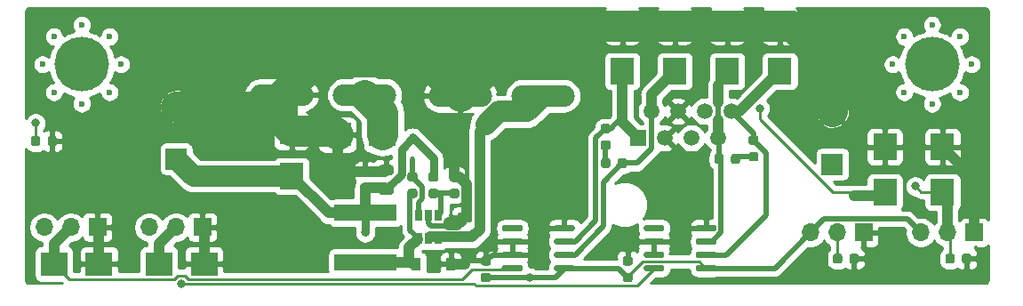
<source format=gbr>
G04 #@! TF.GenerationSoftware,KiCad,Pcbnew,5.1.10-88a1d61d58~88~ubuntu20.04.1*
G04 #@! TF.CreationDate,2021-05-15T17:55:39-06:00*
G04 #@! TF.ProjectId,pole-node,706f6c65-2d6e-46f6-9465-2e6b69636164,rev?*
G04 #@! TF.SameCoordinates,Original*
G04 #@! TF.FileFunction,Copper,L2,Bot*
G04 #@! TF.FilePolarity,Positive*
%FSLAX46Y46*%
G04 Gerber Fmt 4.6, Leading zero omitted, Abs format (unit mm)*
G04 Created by KiCad (PCBNEW 5.1.10-88a1d61d58~88~ubuntu20.04.1) date 2021-05-15 17:55:39*
%MOMM*%
%LPD*%
G01*
G04 APERTURE LIST*
G04 #@! TA.AperFunction,ComponentPad*
%ADD10C,2.000000*%
G04 #@! TD*
G04 #@! TA.AperFunction,ComponentPad*
%ADD11R,2.000000X2.000000*%
G04 #@! TD*
G04 #@! TA.AperFunction,SMDPad,CuDef*
%ADD12R,2.300000X2.500000*%
G04 #@! TD*
G04 #@! TA.AperFunction,SMDPad,CuDef*
%ADD13R,2.500000X2.300000*%
G04 #@! TD*
G04 #@! TA.AperFunction,ComponentPad*
%ADD14O,1.700000X1.700000*%
G04 #@! TD*
G04 #@! TA.AperFunction,ComponentPad*
%ADD15R,1.700000X1.700000*%
G04 #@! TD*
G04 #@! TA.AperFunction,ComponentPad*
%ADD16O,6.030000X2.070000*%
G04 #@! TD*
G04 #@! TA.AperFunction,ComponentPad*
%ADD17C,5.200000*%
G04 #@! TD*
G04 #@! TA.AperFunction,ComponentPad*
%ADD18C,0.600000*%
G04 #@! TD*
G04 #@! TA.AperFunction,SMDPad,CuDef*
%ADD19R,0.650000X1.060000*%
G04 #@! TD*
G04 #@! TA.AperFunction,SMDPad,CuDef*
%ADD20R,5.900000X1.600000*%
G04 #@! TD*
G04 #@! TA.AperFunction,ComponentPad*
%ADD21C,1.500000*%
G04 #@! TD*
G04 #@! TA.AperFunction,ComponentPad*
%ADD22R,1.500000X1.500000*%
G04 #@! TD*
G04 #@! TA.AperFunction,SMDPad,CuDef*
%ADD23R,0.450000X0.600000*%
G04 #@! TD*
G04 #@! TA.AperFunction,SMDPad,CuDef*
%ADD24R,0.900000X1.200000*%
G04 #@! TD*
G04 #@! TA.AperFunction,ViaPad*
%ADD25C,0.800000*%
G04 #@! TD*
G04 #@! TA.AperFunction,Conductor*
%ADD26C,3.000000*%
G04 #@! TD*
G04 #@! TA.AperFunction,Conductor*
%ADD27C,1.000000*%
G04 #@! TD*
G04 #@! TA.AperFunction,Conductor*
%ADD28C,0.750000*%
G04 #@! TD*
G04 #@! TA.AperFunction,Conductor*
%ADD29C,0.500000*%
G04 #@! TD*
G04 #@! TA.AperFunction,Conductor*
%ADD30C,0.250000*%
G04 #@! TD*
G04 #@! TA.AperFunction,Conductor*
%ADD31C,2.000000*%
G04 #@! TD*
G04 #@! TA.AperFunction,Conductor*
%ADD32C,0.254000*%
G04 #@! TD*
G04 #@! TA.AperFunction,Conductor*
%ADD33C,0.100000*%
G04 #@! TD*
G04 APERTURE END LIST*
D10*
X52500000Y-60000000D03*
D11*
X52500000Y-65000000D03*
D12*
X95000000Y-56650000D03*
X95000000Y-52350000D03*
X63500000Y-62350000D03*
X63500000Y-66650000D03*
D13*
X55150000Y-75000000D03*
X50850000Y-75000000D03*
X45150000Y-75000000D03*
X40850000Y-75000000D03*
D12*
X105000000Y-56650000D03*
X105000000Y-52350000D03*
X110000000Y-52350000D03*
X110000000Y-56650000D03*
X100000000Y-52350000D03*
X100000000Y-56650000D03*
X125500000Y-63850000D03*
X125500000Y-68150000D03*
X120000000Y-63850000D03*
X120000000Y-68150000D03*
D10*
X115000000Y-60500000D03*
D11*
X115000000Y-65500000D03*
D14*
X123420000Y-72000000D03*
X125960000Y-72000000D03*
D15*
X128500000Y-72000000D03*
D14*
X112920000Y-72000000D03*
X115460000Y-72000000D03*
D15*
X118000000Y-72000000D03*
D14*
X49920000Y-71500000D03*
X52460000Y-71500000D03*
D15*
X55000000Y-71500000D03*
D14*
X39920000Y-71500000D03*
X42460000Y-71500000D03*
D15*
X45000000Y-71500000D03*
D16*
X79550000Y-59000000D03*
X87450000Y-59000000D03*
X62550000Y-58910000D03*
X70450000Y-58910000D03*
D13*
X67850000Y-62700000D03*
X72150000Y-62700000D03*
G04 #@! TA.AperFunction,SMDPad,CuDef*
G36*
G01*
X70750000Y-66675000D02*
X70250000Y-66675000D01*
G75*
G02*
X70025000Y-66450000I0J225000D01*
G01*
X70025000Y-66000000D01*
G75*
G02*
X70250000Y-65775000I225000J0D01*
G01*
X70750000Y-65775000D01*
G75*
G02*
X70975000Y-66000000I0J-225000D01*
G01*
X70975000Y-66450000D01*
G75*
G02*
X70750000Y-66675000I-225000J0D01*
G01*
G37*
G04 #@! TD.AperFunction*
G04 #@! TA.AperFunction,SMDPad,CuDef*
G36*
G01*
X70750000Y-68225000D02*
X70250000Y-68225000D01*
G75*
G02*
X70025000Y-68000000I0J225000D01*
G01*
X70025000Y-67550000D01*
G75*
G02*
X70250000Y-67325000I225000J0D01*
G01*
X70750000Y-67325000D01*
G75*
G02*
X70975000Y-67550000I0J-225000D01*
G01*
X70975000Y-68000000D01*
G75*
G02*
X70750000Y-68225000I-225000J0D01*
G01*
G37*
G04 #@! TD.AperFunction*
D17*
X124500000Y-56000000D03*
D18*
X124500000Y-52250000D03*
X124500000Y-59750000D03*
X128250000Y-56000000D03*
X120750000Y-56000000D03*
X121850000Y-53350000D03*
X127150000Y-53350000D03*
X121850000Y-58650000D03*
X127150000Y-58650000D03*
X46150000Y-58650000D03*
X40850000Y-58650000D03*
X46150000Y-53350000D03*
X40850000Y-53350000D03*
X39750000Y-56000000D03*
X47250000Y-56000000D03*
X43500000Y-59750000D03*
X43500000Y-52250000D03*
D17*
X43500000Y-56000000D03*
G04 #@! TA.AperFunction,SMDPad,CuDef*
G36*
G01*
X127350000Y-74756250D02*
X127350000Y-74243750D01*
G75*
G02*
X127568750Y-74025000I218750J0D01*
G01*
X128006250Y-74025000D01*
G75*
G02*
X128225000Y-74243750I0J-218750D01*
G01*
X128225000Y-74756250D01*
G75*
G02*
X128006250Y-74975000I-218750J0D01*
G01*
X127568750Y-74975000D01*
G75*
G02*
X127350000Y-74756250I0J218750D01*
G01*
G37*
G04 #@! TD.AperFunction*
G04 #@! TA.AperFunction,SMDPad,CuDef*
G36*
G01*
X125775000Y-74756250D02*
X125775000Y-74243750D01*
G75*
G02*
X125993750Y-74025000I218750J0D01*
G01*
X126431250Y-74025000D01*
G75*
G02*
X126650000Y-74243750I0J-218750D01*
G01*
X126650000Y-74756250D01*
G75*
G02*
X126431250Y-74975000I-218750J0D01*
G01*
X125993750Y-74975000D01*
G75*
G02*
X125775000Y-74756250I0J218750D01*
G01*
G37*
G04 #@! TD.AperFunction*
G04 #@! TA.AperFunction,SMDPad,CuDef*
G36*
G01*
X102000000Y-75555000D02*
X102000000Y-75255000D01*
G75*
G02*
X102150000Y-75105000I150000J0D01*
G01*
X103800000Y-75105000D01*
G75*
G02*
X103950000Y-75255000I0J-150000D01*
G01*
X103950000Y-75555000D01*
G75*
G02*
X103800000Y-75705000I-150000J0D01*
G01*
X102150000Y-75705000D01*
G75*
G02*
X102000000Y-75555000I0J150000D01*
G01*
G37*
G04 #@! TD.AperFunction*
G04 #@! TA.AperFunction,SMDPad,CuDef*
G36*
G01*
X102000000Y-74285000D02*
X102000000Y-73985000D01*
G75*
G02*
X102150000Y-73835000I150000J0D01*
G01*
X103800000Y-73835000D01*
G75*
G02*
X103950000Y-73985000I0J-150000D01*
G01*
X103950000Y-74285000D01*
G75*
G02*
X103800000Y-74435000I-150000J0D01*
G01*
X102150000Y-74435000D01*
G75*
G02*
X102000000Y-74285000I0J150000D01*
G01*
G37*
G04 #@! TD.AperFunction*
G04 #@! TA.AperFunction,SMDPad,CuDef*
G36*
G01*
X102000000Y-73015000D02*
X102000000Y-72715000D01*
G75*
G02*
X102150000Y-72565000I150000J0D01*
G01*
X103800000Y-72565000D01*
G75*
G02*
X103950000Y-72715000I0J-150000D01*
G01*
X103950000Y-73015000D01*
G75*
G02*
X103800000Y-73165000I-150000J0D01*
G01*
X102150000Y-73165000D01*
G75*
G02*
X102000000Y-73015000I0J150000D01*
G01*
G37*
G04 #@! TD.AperFunction*
G04 #@! TA.AperFunction,SMDPad,CuDef*
G36*
G01*
X102000000Y-71745000D02*
X102000000Y-71445000D01*
G75*
G02*
X102150000Y-71295000I150000J0D01*
G01*
X103800000Y-71295000D01*
G75*
G02*
X103950000Y-71445000I0J-150000D01*
G01*
X103950000Y-71745000D01*
G75*
G02*
X103800000Y-71895000I-150000J0D01*
G01*
X102150000Y-71895000D01*
G75*
G02*
X102000000Y-71745000I0J150000D01*
G01*
G37*
G04 #@! TD.AperFunction*
G04 #@! TA.AperFunction,SMDPad,CuDef*
G36*
G01*
X97050000Y-71745000D02*
X97050000Y-71445000D01*
G75*
G02*
X97200000Y-71295000I150000J0D01*
G01*
X98850000Y-71295000D01*
G75*
G02*
X99000000Y-71445000I0J-150000D01*
G01*
X99000000Y-71745000D01*
G75*
G02*
X98850000Y-71895000I-150000J0D01*
G01*
X97200000Y-71895000D01*
G75*
G02*
X97050000Y-71745000I0J150000D01*
G01*
G37*
G04 #@! TD.AperFunction*
G04 #@! TA.AperFunction,SMDPad,CuDef*
G36*
G01*
X97050000Y-73015000D02*
X97050000Y-72715000D01*
G75*
G02*
X97200000Y-72565000I150000J0D01*
G01*
X98850000Y-72565000D01*
G75*
G02*
X99000000Y-72715000I0J-150000D01*
G01*
X99000000Y-73015000D01*
G75*
G02*
X98850000Y-73165000I-150000J0D01*
G01*
X97200000Y-73165000D01*
G75*
G02*
X97050000Y-73015000I0J150000D01*
G01*
G37*
G04 #@! TD.AperFunction*
G04 #@! TA.AperFunction,SMDPad,CuDef*
G36*
G01*
X97050000Y-74285000D02*
X97050000Y-73985000D01*
G75*
G02*
X97200000Y-73835000I150000J0D01*
G01*
X98850000Y-73835000D01*
G75*
G02*
X99000000Y-73985000I0J-150000D01*
G01*
X99000000Y-74285000D01*
G75*
G02*
X98850000Y-74435000I-150000J0D01*
G01*
X97200000Y-74435000D01*
G75*
G02*
X97050000Y-74285000I0J150000D01*
G01*
G37*
G04 #@! TD.AperFunction*
G04 #@! TA.AperFunction,SMDPad,CuDef*
G36*
G01*
X97050000Y-75555000D02*
X97050000Y-75255000D01*
G75*
G02*
X97200000Y-75105000I150000J0D01*
G01*
X98850000Y-75105000D01*
G75*
G02*
X99000000Y-75255000I0J-150000D01*
G01*
X99000000Y-75555000D01*
G75*
G02*
X98850000Y-75705000I-150000J0D01*
G01*
X97200000Y-75705000D01*
G75*
G02*
X97050000Y-75555000I0J150000D01*
G01*
G37*
G04 #@! TD.AperFunction*
G04 #@! TA.AperFunction,SMDPad,CuDef*
G36*
G01*
X88500000Y-75555000D02*
X88500000Y-75255000D01*
G75*
G02*
X88650000Y-75105000I150000J0D01*
G01*
X90300000Y-75105000D01*
G75*
G02*
X90450000Y-75255000I0J-150000D01*
G01*
X90450000Y-75555000D01*
G75*
G02*
X90300000Y-75705000I-150000J0D01*
G01*
X88650000Y-75705000D01*
G75*
G02*
X88500000Y-75555000I0J150000D01*
G01*
G37*
G04 #@! TD.AperFunction*
G04 #@! TA.AperFunction,SMDPad,CuDef*
G36*
G01*
X88500000Y-74285000D02*
X88500000Y-73985000D01*
G75*
G02*
X88650000Y-73835000I150000J0D01*
G01*
X90300000Y-73835000D01*
G75*
G02*
X90450000Y-73985000I0J-150000D01*
G01*
X90450000Y-74285000D01*
G75*
G02*
X90300000Y-74435000I-150000J0D01*
G01*
X88650000Y-74435000D01*
G75*
G02*
X88500000Y-74285000I0J150000D01*
G01*
G37*
G04 #@! TD.AperFunction*
G04 #@! TA.AperFunction,SMDPad,CuDef*
G36*
G01*
X88500000Y-73015000D02*
X88500000Y-72715000D01*
G75*
G02*
X88650000Y-72565000I150000J0D01*
G01*
X90300000Y-72565000D01*
G75*
G02*
X90450000Y-72715000I0J-150000D01*
G01*
X90450000Y-73015000D01*
G75*
G02*
X90300000Y-73165000I-150000J0D01*
G01*
X88650000Y-73165000D01*
G75*
G02*
X88500000Y-73015000I0J150000D01*
G01*
G37*
G04 #@! TD.AperFunction*
G04 #@! TA.AperFunction,SMDPad,CuDef*
G36*
G01*
X88500000Y-71745000D02*
X88500000Y-71445000D01*
G75*
G02*
X88650000Y-71295000I150000J0D01*
G01*
X90300000Y-71295000D01*
G75*
G02*
X90450000Y-71445000I0J-150000D01*
G01*
X90450000Y-71745000D01*
G75*
G02*
X90300000Y-71895000I-150000J0D01*
G01*
X88650000Y-71895000D01*
G75*
G02*
X88500000Y-71745000I0J150000D01*
G01*
G37*
G04 #@! TD.AperFunction*
G04 #@! TA.AperFunction,SMDPad,CuDef*
G36*
G01*
X83550000Y-71745000D02*
X83550000Y-71445000D01*
G75*
G02*
X83700000Y-71295000I150000J0D01*
G01*
X85350000Y-71295000D01*
G75*
G02*
X85500000Y-71445000I0J-150000D01*
G01*
X85500000Y-71745000D01*
G75*
G02*
X85350000Y-71895000I-150000J0D01*
G01*
X83700000Y-71895000D01*
G75*
G02*
X83550000Y-71745000I0J150000D01*
G01*
G37*
G04 #@! TD.AperFunction*
G04 #@! TA.AperFunction,SMDPad,CuDef*
G36*
G01*
X83550000Y-73015000D02*
X83550000Y-72715000D01*
G75*
G02*
X83700000Y-72565000I150000J0D01*
G01*
X85350000Y-72565000D01*
G75*
G02*
X85500000Y-72715000I0J-150000D01*
G01*
X85500000Y-73015000D01*
G75*
G02*
X85350000Y-73165000I-150000J0D01*
G01*
X83700000Y-73165000D01*
G75*
G02*
X83550000Y-73015000I0J150000D01*
G01*
G37*
G04 #@! TD.AperFunction*
G04 #@! TA.AperFunction,SMDPad,CuDef*
G36*
G01*
X83550000Y-74285000D02*
X83550000Y-73985000D01*
G75*
G02*
X83700000Y-73835000I150000J0D01*
G01*
X85350000Y-73835000D01*
G75*
G02*
X85500000Y-73985000I0J-150000D01*
G01*
X85500000Y-74285000D01*
G75*
G02*
X85350000Y-74435000I-150000J0D01*
G01*
X83700000Y-74435000D01*
G75*
G02*
X83550000Y-74285000I0J150000D01*
G01*
G37*
G04 #@! TD.AperFunction*
G04 #@! TA.AperFunction,SMDPad,CuDef*
G36*
G01*
X83550000Y-75555000D02*
X83550000Y-75255000D01*
G75*
G02*
X83700000Y-75105000I150000J0D01*
G01*
X85350000Y-75105000D01*
G75*
G02*
X85500000Y-75255000I0J-150000D01*
G01*
X85500000Y-75555000D01*
G75*
G02*
X85350000Y-75705000I-150000J0D01*
G01*
X83700000Y-75705000D01*
G75*
G02*
X83550000Y-75555000I0J150000D01*
G01*
G37*
G04 #@! TD.AperFunction*
D19*
X76500000Y-72600000D03*
X75550000Y-72600000D03*
X77450000Y-72600000D03*
X77450000Y-70400000D03*
X76500000Y-70400000D03*
X75550000Y-70400000D03*
G04 #@! TA.AperFunction,SMDPad,CuDef*
G36*
G01*
X40250000Y-63556250D02*
X40250000Y-63043750D01*
G75*
G02*
X40468750Y-62825000I218750J0D01*
G01*
X40906250Y-62825000D01*
G75*
G02*
X41125000Y-63043750I0J-218750D01*
G01*
X41125000Y-63556250D01*
G75*
G02*
X40906250Y-63775000I-218750J0D01*
G01*
X40468750Y-63775000D01*
G75*
G02*
X40250000Y-63556250I0J218750D01*
G01*
G37*
G04 #@! TD.AperFunction*
G04 #@! TA.AperFunction,SMDPad,CuDef*
G36*
G01*
X38675000Y-63556250D02*
X38675000Y-63043750D01*
G75*
G02*
X38893750Y-62825000I218750J0D01*
G01*
X39331250Y-62825000D01*
G75*
G02*
X39550000Y-63043750I0J-218750D01*
G01*
X39550000Y-63556250D01*
G75*
G02*
X39331250Y-63775000I-218750J0D01*
G01*
X38893750Y-63775000D01*
G75*
G02*
X38675000Y-63556250I0J218750D01*
G01*
G37*
G04 #@! TD.AperFunction*
G04 #@! TA.AperFunction,SMDPad,CuDef*
G36*
G01*
X107243750Y-64350000D02*
X107756250Y-64350000D01*
G75*
G02*
X107975000Y-64568750I0J-218750D01*
G01*
X107975000Y-65006250D01*
G75*
G02*
X107756250Y-65225000I-218750J0D01*
G01*
X107243750Y-65225000D01*
G75*
G02*
X107025000Y-65006250I0J218750D01*
G01*
X107025000Y-64568750D01*
G75*
G02*
X107243750Y-64350000I218750J0D01*
G01*
G37*
G04 #@! TD.AperFunction*
G04 #@! TA.AperFunction,SMDPad,CuDef*
G36*
G01*
X107243750Y-62775000D02*
X107756250Y-62775000D01*
G75*
G02*
X107975000Y-62993750I0J-218750D01*
G01*
X107975000Y-63431250D01*
G75*
G02*
X107756250Y-63650000I-218750J0D01*
G01*
X107243750Y-63650000D01*
G75*
G02*
X107025000Y-63431250I0J218750D01*
G01*
X107025000Y-62993750D01*
G75*
G02*
X107243750Y-62775000I218750J0D01*
G01*
G37*
G04 #@! TD.AperFunction*
G04 #@! TA.AperFunction,SMDPad,CuDef*
G36*
G01*
X93850000Y-65143750D02*
X93850000Y-65656250D01*
G75*
G02*
X93631250Y-65875000I-218750J0D01*
G01*
X93193750Y-65875000D01*
G75*
G02*
X92975000Y-65656250I0J218750D01*
G01*
X92975000Y-65143750D01*
G75*
G02*
X93193750Y-64925000I218750J0D01*
G01*
X93631250Y-64925000D01*
G75*
G02*
X93850000Y-65143750I0J-218750D01*
G01*
G37*
G04 #@! TD.AperFunction*
G04 #@! TA.AperFunction,SMDPad,CuDef*
G36*
G01*
X95425000Y-65143750D02*
X95425000Y-65656250D01*
G75*
G02*
X95206250Y-65875000I-218750J0D01*
G01*
X94768750Y-65875000D01*
G75*
G02*
X94550000Y-65656250I0J218750D01*
G01*
X94550000Y-65143750D01*
G75*
G02*
X94768750Y-64925000I218750J0D01*
G01*
X95206250Y-64925000D01*
G75*
G02*
X95425000Y-65143750I0J-218750D01*
G01*
G37*
G04 #@! TD.AperFunction*
G04 #@! TA.AperFunction,SMDPad,CuDef*
G36*
G01*
X79256250Y-67150000D02*
X78743750Y-67150000D01*
G75*
G02*
X78525000Y-66931250I0J218750D01*
G01*
X78525000Y-66493750D01*
G75*
G02*
X78743750Y-66275000I218750J0D01*
G01*
X79256250Y-66275000D01*
G75*
G02*
X79475000Y-66493750I0J-218750D01*
G01*
X79475000Y-66931250D01*
G75*
G02*
X79256250Y-67150000I-218750J0D01*
G01*
G37*
G04 #@! TD.AperFunction*
G04 #@! TA.AperFunction,SMDPad,CuDef*
G36*
G01*
X79256250Y-68725000D02*
X78743750Y-68725000D01*
G75*
G02*
X78525000Y-68506250I0J218750D01*
G01*
X78525000Y-68068750D01*
G75*
G02*
X78743750Y-67850000I218750J0D01*
G01*
X79256250Y-67850000D01*
G75*
G02*
X79475000Y-68068750I0J-218750D01*
G01*
X79475000Y-68506250D01*
G75*
G02*
X79256250Y-68725000I-218750J0D01*
G01*
G37*
G04 #@! TD.AperFunction*
G04 #@! TA.AperFunction,SMDPad,CuDef*
G36*
G01*
X76743750Y-67850000D02*
X77256250Y-67850000D01*
G75*
G02*
X77475000Y-68068750I0J-218750D01*
G01*
X77475000Y-68506250D01*
G75*
G02*
X77256250Y-68725000I-218750J0D01*
G01*
X76743750Y-68725000D01*
G75*
G02*
X76525000Y-68506250I0J218750D01*
G01*
X76525000Y-68068750D01*
G75*
G02*
X76743750Y-67850000I218750J0D01*
G01*
G37*
G04 #@! TD.AperFunction*
G04 #@! TA.AperFunction,SMDPad,CuDef*
G36*
G01*
X76743750Y-66275000D02*
X77256250Y-66275000D01*
G75*
G02*
X77475000Y-66493750I0J-218750D01*
G01*
X77475000Y-66931250D01*
G75*
G02*
X77256250Y-67150000I-218750J0D01*
G01*
X76743750Y-67150000D01*
G75*
G02*
X76525000Y-66931250I0J218750D01*
G01*
X76525000Y-66493750D01*
G75*
G02*
X76743750Y-66275000I218750J0D01*
G01*
G37*
G04 #@! TD.AperFunction*
D20*
X70500000Y-70150000D03*
X70500000Y-74850000D03*
D21*
X105390000Y-60460000D03*
X104120000Y-63000000D03*
X102850000Y-60460000D03*
X101580000Y-63000000D03*
X100310000Y-60460000D03*
X99040000Y-63000000D03*
X97770000Y-60460000D03*
D22*
X96500000Y-63000000D03*
D23*
X75000000Y-62950000D03*
X75000000Y-65050000D03*
D24*
X78650000Y-75000000D03*
X75350000Y-75000000D03*
G04 #@! TA.AperFunction,SMDPad,CuDef*
G36*
G01*
X116637500Y-74756250D02*
X116637500Y-74243750D01*
G75*
G02*
X116856250Y-74025000I218750J0D01*
G01*
X117293750Y-74025000D01*
G75*
G02*
X117512500Y-74243750I0J-218750D01*
G01*
X117512500Y-74756250D01*
G75*
G02*
X117293750Y-74975000I-218750J0D01*
G01*
X116856250Y-74975000D01*
G75*
G02*
X116637500Y-74756250I0J218750D01*
G01*
G37*
G04 #@! TD.AperFunction*
G04 #@! TA.AperFunction,SMDPad,CuDef*
G36*
G01*
X115062500Y-74756250D02*
X115062500Y-74243750D01*
G75*
G02*
X115281250Y-74025000I218750J0D01*
G01*
X115718750Y-74025000D01*
G75*
G02*
X115937500Y-74243750I0J-218750D01*
G01*
X115937500Y-74756250D01*
G75*
G02*
X115718750Y-74975000I-218750J0D01*
G01*
X115281250Y-74975000D01*
G75*
G02*
X115062500Y-74756250I0J218750D01*
G01*
G37*
G04 #@! TD.AperFunction*
G04 #@! TA.AperFunction,SMDPad,CuDef*
G36*
G01*
X95756250Y-75150000D02*
X95243750Y-75150000D01*
G75*
G02*
X95025000Y-74931250I0J218750D01*
G01*
X95025000Y-74493750D01*
G75*
G02*
X95243750Y-74275000I218750J0D01*
G01*
X95756250Y-74275000D01*
G75*
G02*
X95975000Y-74493750I0J-218750D01*
G01*
X95975000Y-74931250D01*
G75*
G02*
X95756250Y-75150000I-218750J0D01*
G01*
G37*
G04 #@! TD.AperFunction*
G04 #@! TA.AperFunction,SMDPad,CuDef*
G36*
G01*
X95756250Y-76725000D02*
X95243750Y-76725000D01*
G75*
G02*
X95025000Y-76506250I0J218750D01*
G01*
X95025000Y-76068750D01*
G75*
G02*
X95243750Y-75850000I218750J0D01*
G01*
X95756250Y-75850000D01*
G75*
G02*
X95975000Y-76068750I0J-218750D01*
G01*
X95975000Y-76506250D01*
G75*
G02*
X95756250Y-76725000I-218750J0D01*
G01*
G37*
G04 #@! TD.AperFunction*
G04 #@! TA.AperFunction,SMDPad,CuDef*
G36*
G01*
X82256250Y-75150000D02*
X81743750Y-75150000D01*
G75*
G02*
X81525000Y-74931250I0J218750D01*
G01*
X81525000Y-74493750D01*
G75*
G02*
X81743750Y-74275000I218750J0D01*
G01*
X82256250Y-74275000D01*
G75*
G02*
X82475000Y-74493750I0J-218750D01*
G01*
X82475000Y-74931250D01*
G75*
G02*
X82256250Y-75150000I-218750J0D01*
G01*
G37*
G04 #@! TD.AperFunction*
G04 #@! TA.AperFunction,SMDPad,CuDef*
G36*
G01*
X82256250Y-76725000D02*
X81743750Y-76725000D01*
G75*
G02*
X81525000Y-76506250I0J218750D01*
G01*
X81525000Y-76068750D01*
G75*
G02*
X81743750Y-75850000I218750J0D01*
G01*
X82256250Y-75850000D01*
G75*
G02*
X82475000Y-76068750I0J-218750D01*
G01*
X82475000Y-76506250D01*
G75*
G02*
X82256250Y-76725000I-218750J0D01*
G01*
G37*
G04 #@! TD.AperFunction*
G04 #@! TA.AperFunction,SMDPad,CuDef*
G36*
G01*
X104650000Y-64743750D02*
X104650000Y-65256250D01*
G75*
G02*
X104431250Y-65475000I-218750J0D01*
G01*
X103993750Y-65475000D01*
G75*
G02*
X103775000Y-65256250I0J218750D01*
G01*
X103775000Y-64743750D01*
G75*
G02*
X103993750Y-64525000I218750J0D01*
G01*
X104431250Y-64525000D01*
G75*
G02*
X104650000Y-64743750I0J-218750D01*
G01*
G37*
G04 #@! TD.AperFunction*
G04 #@! TA.AperFunction,SMDPad,CuDef*
G36*
G01*
X106225000Y-64743750D02*
X106225000Y-65256250D01*
G75*
G02*
X106006250Y-65475000I-218750J0D01*
G01*
X105568750Y-65475000D01*
G75*
G02*
X105350000Y-65256250I0J218750D01*
G01*
X105350000Y-64743750D01*
G75*
G02*
X105568750Y-64525000I218750J0D01*
G01*
X106006250Y-64525000D01*
G75*
G02*
X106225000Y-64743750I0J-218750D01*
G01*
G37*
G04 #@! TD.AperFunction*
G04 #@! TA.AperFunction,SMDPad,CuDef*
G36*
G01*
X93656250Y-62550000D02*
X93143750Y-62550000D01*
G75*
G02*
X92925000Y-62331250I0J218750D01*
G01*
X92925000Y-61893750D01*
G75*
G02*
X93143750Y-61675000I218750J0D01*
G01*
X93656250Y-61675000D01*
G75*
G02*
X93875000Y-61893750I0J-218750D01*
G01*
X93875000Y-62331250D01*
G75*
G02*
X93656250Y-62550000I-218750J0D01*
G01*
G37*
G04 #@! TD.AperFunction*
G04 #@! TA.AperFunction,SMDPad,CuDef*
G36*
G01*
X93656250Y-64125000D02*
X93143750Y-64125000D01*
G75*
G02*
X92925000Y-63906250I0J218750D01*
G01*
X92925000Y-63468750D01*
G75*
G02*
X93143750Y-63250000I218750J0D01*
G01*
X93656250Y-63250000D01*
G75*
G02*
X93875000Y-63468750I0J-218750D01*
G01*
X93875000Y-63906250D01*
G75*
G02*
X93656250Y-64125000I-218750J0D01*
G01*
G37*
G04 #@! TD.AperFunction*
G04 #@! TA.AperFunction,SMDPad,CuDef*
G36*
G01*
X72956250Y-66550000D02*
X72043750Y-66550000D01*
G75*
G02*
X71800000Y-66306250I0J243750D01*
G01*
X71800000Y-65818750D01*
G75*
G02*
X72043750Y-65575000I243750J0D01*
G01*
X72956250Y-65575000D01*
G75*
G02*
X73200000Y-65818750I0J-243750D01*
G01*
X73200000Y-66306250D01*
G75*
G02*
X72956250Y-66550000I-243750J0D01*
G01*
G37*
G04 #@! TD.AperFunction*
G04 #@! TA.AperFunction,SMDPad,CuDef*
G36*
G01*
X72956250Y-68425000D02*
X72043750Y-68425000D01*
G75*
G02*
X71800000Y-68181250I0J243750D01*
G01*
X71800000Y-67693750D01*
G75*
G02*
X72043750Y-67450000I243750J0D01*
G01*
X72956250Y-67450000D01*
G75*
G02*
X73200000Y-67693750I0J-243750D01*
G01*
X73200000Y-68181250D01*
G75*
G02*
X72956250Y-68425000I-243750J0D01*
G01*
G37*
G04 #@! TD.AperFunction*
G04 #@! TA.AperFunction,SMDPad,CuDef*
G36*
G01*
X74743750Y-67850000D02*
X75256250Y-67850000D01*
G75*
G02*
X75475000Y-68068750I0J-218750D01*
G01*
X75475000Y-68506250D01*
G75*
G02*
X75256250Y-68725000I-218750J0D01*
G01*
X74743750Y-68725000D01*
G75*
G02*
X74525000Y-68506250I0J218750D01*
G01*
X74525000Y-68068750D01*
G75*
G02*
X74743750Y-67850000I218750J0D01*
G01*
G37*
G04 #@! TD.AperFunction*
G04 #@! TA.AperFunction,SMDPad,CuDef*
G36*
G01*
X74743750Y-66275000D02*
X75256250Y-66275000D01*
G75*
G02*
X75475000Y-66493750I0J-218750D01*
G01*
X75475000Y-66931250D01*
G75*
G02*
X75256250Y-67150000I-218750J0D01*
G01*
X74743750Y-67150000D01*
G75*
G02*
X74525000Y-66931250I0J218750D01*
G01*
X74525000Y-66493750D01*
G75*
G02*
X74743750Y-66275000I218750J0D01*
G01*
G37*
G04 #@! TD.AperFunction*
G04 #@! TA.AperFunction,SMDPad,CuDef*
G36*
G01*
X80456250Y-71050000D02*
X79543750Y-71050000D01*
G75*
G02*
X79300000Y-70806250I0J243750D01*
G01*
X79300000Y-70318750D01*
G75*
G02*
X79543750Y-70075000I243750J0D01*
G01*
X80456250Y-70075000D01*
G75*
G02*
X80700000Y-70318750I0J-243750D01*
G01*
X80700000Y-70806250D01*
G75*
G02*
X80456250Y-71050000I-243750J0D01*
G01*
G37*
G04 #@! TD.AperFunction*
G04 #@! TA.AperFunction,SMDPad,CuDef*
G36*
G01*
X80456250Y-72925000D02*
X79543750Y-72925000D01*
G75*
G02*
X79300000Y-72681250I0J243750D01*
G01*
X79300000Y-72193750D01*
G75*
G02*
X79543750Y-71950000I243750J0D01*
G01*
X80456250Y-71950000D01*
G75*
G02*
X80700000Y-72193750I0J-243750D01*
G01*
X80700000Y-72681250D01*
G75*
G02*
X80456250Y-72925000I-243750J0D01*
G01*
G37*
G04 #@! TD.AperFunction*
D25*
X79000000Y-65000000D03*
X80000000Y-75000000D03*
X78500000Y-71000000D03*
X48200000Y-66200000D03*
X38700000Y-66800000D03*
X38500000Y-76200000D03*
X38800000Y-51400000D03*
X52900000Y-51100000D03*
X61700000Y-72000000D03*
X87100000Y-74500000D03*
X88500000Y-64200000D03*
X92500000Y-59900000D03*
X69700000Y-51300000D03*
X89950000Y-52350000D03*
X100600000Y-73300000D03*
X93700000Y-73500000D03*
X100300000Y-76400000D03*
X113600000Y-74300000D03*
X129200000Y-76400000D03*
X121100000Y-72400000D03*
X128800000Y-51600000D03*
X114600000Y-51600000D03*
X129100000Y-64100000D03*
X70500000Y-72000000D03*
X86212500Y-76287500D03*
X39100000Y-61600000D03*
X53000000Y-76875000D03*
X117100000Y-68500000D03*
X108100000Y-60200000D03*
X122900000Y-67600000D03*
D26*
X86200000Y-52350000D02*
X89950000Y-52350000D01*
X79550000Y-59000000D02*
X86200000Y-52350000D01*
X95000000Y-52350000D02*
X100000000Y-52350000D01*
X100000000Y-52350000D02*
X105000000Y-52350000D01*
X105000000Y-52350000D02*
X110000000Y-52350000D01*
X115000000Y-56189998D02*
X115000000Y-60500000D01*
X111160002Y-52350000D02*
X115000000Y-56189998D01*
X110000000Y-52350000D02*
X111160002Y-52350000D01*
X62550000Y-61400000D02*
X63500000Y-62350000D01*
X62550000Y-58910000D02*
X62550000Y-61400000D01*
X67500000Y-62350000D02*
X67850000Y-62700000D01*
X63500000Y-62350000D02*
X67500000Y-62350000D01*
X65750009Y-55709991D02*
X76259991Y-55709991D01*
X62550000Y-58910000D02*
X65750009Y-55709991D01*
X76259991Y-55709991D02*
X79550000Y-59000000D01*
D27*
X70487500Y-66212500D02*
X70500000Y-66225000D01*
X68500000Y-66212500D02*
X70487500Y-66212500D01*
X72337500Y-66225000D02*
X72500000Y-66062500D01*
X70500000Y-66225000D02*
X72337500Y-66225000D01*
X67850000Y-65562500D02*
X68500000Y-66212500D01*
X67850000Y-62700000D02*
X67850000Y-65562500D01*
D28*
X80000000Y-70562500D02*
X79200010Y-71362490D01*
X79200010Y-71362490D02*
X78350001Y-71362490D01*
D29*
X76764999Y-71380001D02*
X76500000Y-71115002D01*
X78332490Y-71380001D02*
X76764999Y-71380001D01*
X76500000Y-71115002D02*
X76500000Y-70400000D01*
X78350001Y-71362490D02*
X78332490Y-71380001D01*
D27*
X79000000Y-65000000D02*
X79000000Y-66712500D01*
X80175010Y-70387490D02*
X80000000Y-70562500D01*
X80175010Y-67412510D02*
X80175010Y-70387490D01*
X79475000Y-66712500D02*
X80175010Y-67412510D01*
X79000000Y-66712500D02*
X79475000Y-66712500D01*
D26*
X61460000Y-60000000D02*
X62550000Y-58910000D01*
X52500000Y-60000000D02*
X61460000Y-60000000D01*
D27*
X45150000Y-71650000D02*
X45000000Y-71500000D01*
X45150000Y-75000000D02*
X45150000Y-71650000D01*
X55150000Y-71650000D02*
X55000000Y-71500000D01*
X55150000Y-75000000D02*
X55150000Y-71650000D01*
X78650000Y-75000000D02*
X80000000Y-75000000D01*
X79562500Y-71000000D02*
X80000000Y-70562500D01*
X78500000Y-71000000D02*
X79562500Y-71000000D01*
D29*
X82577500Y-74135000D02*
X84525000Y-74135000D01*
X82000000Y-74712500D02*
X82577500Y-74135000D01*
X84525000Y-74135000D02*
X84525000Y-72865000D01*
X80000000Y-75000000D02*
X80287500Y-74712500D01*
X80287500Y-74712500D02*
X82000000Y-74712500D01*
D27*
X128500000Y-66850000D02*
X125500000Y-63850000D01*
X128500000Y-72000000D02*
X128500000Y-66850000D01*
D30*
X98025000Y-72865000D02*
X98025000Y-74135000D01*
D26*
X89950000Y-52350000D02*
X95000000Y-52350000D01*
D27*
X70500000Y-74850000D02*
X74700000Y-74850000D01*
X74700000Y-73450000D02*
X75474999Y-72675001D01*
X74700000Y-74850000D02*
X74700000Y-73450000D01*
D29*
X74774999Y-68512501D02*
X75000000Y-68287500D01*
X74774999Y-71824999D02*
X74774999Y-68512501D01*
X75550000Y-72600000D02*
X74774999Y-71824999D01*
D28*
X74850000Y-75000000D02*
X74700000Y-74850000D01*
X75350000Y-75000000D02*
X74850000Y-75000000D01*
D29*
X75925010Y-68783262D02*
X75925010Y-67637510D01*
X75925010Y-67637510D02*
X75000000Y-66712500D01*
X75550000Y-69158272D02*
X75925010Y-68783262D01*
X75550000Y-70400000D02*
X75550000Y-69158272D01*
X75000000Y-66712500D02*
X75000000Y-65050000D01*
D27*
X70500000Y-70150000D02*
X70500000Y-67775000D01*
X72337500Y-67775000D02*
X72500000Y-67937500D01*
X70500000Y-67775000D02*
X72337500Y-67775000D01*
X63937500Y-66212500D02*
X63500000Y-66650000D01*
X67000000Y-70150000D02*
X70500000Y-70150000D01*
X63500000Y-66650000D02*
X67000000Y-70150000D01*
D28*
X73949990Y-66487510D02*
X72500000Y-67937500D01*
X73949990Y-64075010D02*
X73949990Y-66487510D01*
X75000000Y-63025000D02*
X73949990Y-64075010D01*
X75000000Y-62950000D02*
X75000000Y-63025000D01*
X77000000Y-64950000D02*
X75000000Y-62950000D01*
X77000000Y-66712500D02*
X77000000Y-64950000D01*
D31*
X54150000Y-66650000D02*
X52500000Y-65000000D01*
X63500000Y-66650000D02*
X54150000Y-66650000D01*
D29*
X88592500Y-76287500D02*
X89475000Y-75405000D01*
D28*
X70500000Y-70150000D02*
X70500000Y-72000000D01*
D29*
X86212500Y-76287500D02*
X88592500Y-76287500D01*
X82000000Y-76287500D02*
X86212500Y-76287500D01*
X94617500Y-75405000D02*
X95500000Y-76287500D01*
X89475000Y-75405000D02*
X94617500Y-75405000D01*
D30*
X95500000Y-76287500D02*
X95500000Y-76200000D01*
X102349990Y-74779990D02*
X102975000Y-75405000D01*
X96920010Y-74779990D02*
X102349990Y-74779990D01*
X95500000Y-76200000D02*
X96920010Y-74779990D01*
D29*
X109515000Y-75405000D02*
X112920000Y-72000000D01*
X102975000Y-75405000D02*
X109515000Y-75405000D01*
X122119999Y-70699999D02*
X123420000Y-72000000D01*
X114220001Y-70699999D02*
X122119999Y-70699999D01*
X112920000Y-72000000D02*
X114220001Y-70699999D01*
D27*
X96500000Y-63000000D02*
X95000000Y-61500000D01*
D29*
X93887500Y-62112500D02*
X95000000Y-61000000D01*
X93400000Y-62112500D02*
X93887500Y-62112500D01*
D27*
X95000000Y-61000000D02*
X95000000Y-56650000D01*
X95000000Y-61500000D02*
X95000000Y-61000000D01*
D29*
X90450000Y-72865000D02*
X89475000Y-72865000D01*
X92474990Y-70840010D02*
X90450000Y-72865000D01*
X92474990Y-63037510D02*
X92474990Y-70840010D01*
X93400000Y-62112500D02*
X92474990Y-63037510D01*
X93400000Y-65387500D02*
X93412500Y-65400000D01*
X93400000Y-63687500D02*
X93400000Y-65387500D01*
D27*
X104120000Y-63000000D02*
X104120000Y-61336002D01*
D29*
X104120000Y-57530000D02*
X105000000Y-56650000D01*
D27*
X104120000Y-58920000D02*
X104120000Y-59583998D01*
D29*
X104120000Y-61336002D02*
X104120000Y-58920000D01*
X104120000Y-58920000D02*
X104120000Y-57530000D01*
D27*
X104120000Y-58920000D02*
X104120000Y-58020000D01*
D29*
X104212500Y-63092500D02*
X104120000Y-63000000D01*
X104212500Y-65000000D02*
X104212500Y-63092500D01*
X103528544Y-72865000D02*
X102975000Y-72865000D01*
X104400010Y-71993534D02*
X103528544Y-72865000D01*
X104400010Y-65187510D02*
X104400010Y-71993534D01*
X104212500Y-65000000D02*
X104400010Y-65187510D01*
X106000000Y-64787500D02*
X105787500Y-65000000D01*
X107500000Y-64787500D02*
X106000000Y-64787500D01*
D30*
X39112500Y-61612500D02*
X39100000Y-61600000D01*
X39100000Y-63287500D02*
X39112500Y-63300000D01*
X39100000Y-61600000D02*
X39100000Y-63287500D01*
D27*
X106190000Y-60460000D02*
X110000000Y-56650000D01*
X105390000Y-60460000D02*
X106190000Y-60460000D01*
D29*
X107500000Y-62570000D02*
X105390000Y-60460000D01*
X107500000Y-63212500D02*
X107500000Y-62570000D01*
X104909002Y-74135000D02*
X102975000Y-74135000D01*
X108710001Y-70334001D02*
X104909002Y-74135000D01*
X108710001Y-64422501D02*
X108710001Y-70334001D01*
X107500000Y-63212500D02*
X108710001Y-64422501D01*
D27*
X97770000Y-58880000D02*
X100000000Y-56650000D01*
X97770000Y-60460000D02*
X97770000Y-58880000D01*
D29*
X97770000Y-64040002D02*
X97770000Y-60460000D01*
X96410002Y-65400000D02*
X97770000Y-64040002D01*
X94987500Y-65400000D02*
X96410002Y-65400000D01*
X90450000Y-74135000D02*
X89475000Y-74135000D01*
X93179999Y-71405001D02*
X90450000Y-74135000D01*
X93179999Y-67207501D02*
X93179999Y-71405001D01*
X94987500Y-65400000D02*
X93179999Y-67207501D01*
D27*
X40850000Y-73110000D02*
X42460000Y-71500000D01*
X40850000Y-75000000D02*
X40850000Y-73110000D01*
D30*
X52326995Y-76475001D02*
X42325001Y-76475001D01*
X52651998Y-76149998D02*
X52326995Y-76475001D01*
X53348002Y-76149998D02*
X52651998Y-76149998D01*
X56660001Y-76475001D02*
X53673005Y-76475001D01*
X79741751Y-76424989D02*
X56710013Y-76424989D01*
X80641750Y-75524990D02*
X79741751Y-76424989D01*
X56710013Y-76424989D02*
X56660001Y-76475001D01*
X84525000Y-75405000D02*
X83550000Y-75405000D01*
X83550000Y-75405000D02*
X83430010Y-75524990D01*
X53673005Y-76475001D02*
X53348002Y-76149998D01*
X83430010Y-75524990D02*
X80641750Y-75524990D01*
X42325001Y-76475001D02*
X40850000Y-75000000D01*
D27*
X50850000Y-73110000D02*
X52460000Y-71500000D01*
X50850000Y-75000000D02*
X50850000Y-73110000D01*
D30*
X96379990Y-77050010D02*
X81050010Y-77050010D01*
X98025000Y-75405000D02*
X96379990Y-77050010D01*
X53403587Y-76875000D02*
X53000000Y-76875000D01*
X53453599Y-76925012D02*
X53403587Y-76875000D01*
X80925012Y-76925012D02*
X53453599Y-76925012D01*
X81050010Y-77050010D02*
X80925012Y-76925012D01*
D29*
X77712500Y-70137500D02*
X77450000Y-70400000D01*
X77712500Y-68287500D02*
X77712500Y-70137500D01*
X79000000Y-68287500D02*
X77712500Y-68287500D01*
X77712500Y-68287500D02*
X77000000Y-68287500D01*
D30*
X115500000Y-72040000D02*
X115460000Y-72000000D01*
X115500000Y-74500000D02*
X115500000Y-72040000D01*
D27*
X119650000Y-68500000D02*
X120000000Y-68150000D01*
X117100000Y-68500000D02*
X119650000Y-68500000D01*
D30*
X108100000Y-61185002D02*
X108100000Y-60200000D01*
X115064998Y-68150000D02*
X108100000Y-61185002D01*
X120000000Y-68150000D02*
X115064998Y-68150000D01*
X126212500Y-72252500D02*
X125960000Y-72000000D01*
X126212500Y-74500000D02*
X126212500Y-72252500D01*
D27*
X125960000Y-68610000D02*
X125500000Y-68150000D01*
X125960000Y-72000000D02*
X125960000Y-68610000D01*
D30*
X123450000Y-68150000D02*
X125500000Y-68150000D01*
X122900000Y-67600000D02*
X123450000Y-68150000D01*
D26*
X72150000Y-60610000D02*
X70450000Y-58910000D01*
X72150000Y-62700000D02*
X72150000Y-60610000D01*
D31*
X81990772Y-61700009D02*
X83190781Y-60500000D01*
X85950000Y-60500000D02*
X87450000Y-59000000D01*
X83190781Y-60500000D02*
X85950000Y-60500000D01*
D27*
X80000000Y-72437500D02*
X76675008Y-72437500D01*
X81400010Y-71737490D02*
X81400010Y-62400010D01*
X80000000Y-72437500D02*
X80700000Y-72437500D01*
X80700000Y-72437500D02*
X81400010Y-71737490D01*
D32*
X121949461Y-71781039D02*
X121935000Y-71853740D01*
X121935000Y-72146260D01*
X121992068Y-72433158D01*
X122104010Y-72703411D01*
X122266525Y-72946632D01*
X122473368Y-73153475D01*
X122716589Y-73315990D01*
X122986842Y-73427932D01*
X123273740Y-73485000D01*
X123566260Y-73485000D01*
X123853158Y-73427932D01*
X124123411Y-73315990D01*
X124366632Y-73153475D01*
X124573475Y-72946632D01*
X124690000Y-72772240D01*
X124806525Y-72946632D01*
X125013368Y-73153475D01*
X125256589Y-73315990D01*
X125452500Y-73397139D01*
X125452500Y-73584857D01*
X125387885Y-73637885D01*
X125281329Y-73767725D01*
X125202150Y-73915858D01*
X125153392Y-74076592D01*
X125136928Y-74243750D01*
X125136928Y-74756250D01*
X125153392Y-74923408D01*
X125202150Y-75084142D01*
X125281329Y-75232275D01*
X125387885Y-75362115D01*
X125517725Y-75468671D01*
X125665858Y-75547850D01*
X125826592Y-75596608D01*
X125993750Y-75613072D01*
X126431250Y-75613072D01*
X126598408Y-75596608D01*
X126759142Y-75547850D01*
X126907275Y-75468671D01*
X126928930Y-75450900D01*
X126995506Y-75505537D01*
X127105820Y-75564502D01*
X127225518Y-75600812D01*
X127350000Y-75613072D01*
X127501750Y-75610000D01*
X127660500Y-75451250D01*
X127660500Y-74627000D01*
X127914500Y-74627000D01*
X127914500Y-75451250D01*
X128073250Y-75610000D01*
X128225000Y-75613072D01*
X128349482Y-75600812D01*
X128469180Y-75564502D01*
X128579494Y-75505537D01*
X128676185Y-75426185D01*
X128755537Y-75329494D01*
X128814502Y-75219180D01*
X128850812Y-75099482D01*
X128863072Y-74975000D01*
X128860000Y-74785750D01*
X128701250Y-74627000D01*
X127914500Y-74627000D01*
X127660500Y-74627000D01*
X127640500Y-74627000D01*
X127640500Y-74373000D01*
X127660500Y-74373000D01*
X127660500Y-74353000D01*
X127914500Y-74353000D01*
X127914500Y-74373000D01*
X128701250Y-74373000D01*
X128860000Y-74214250D01*
X128863072Y-74025000D01*
X128850812Y-73900518D01*
X128814502Y-73780820D01*
X128755537Y-73670506D01*
X128676185Y-73573815D01*
X128579494Y-73494463D01*
X128561790Y-73485000D01*
X128627002Y-73485000D01*
X128627002Y-73326252D01*
X128785750Y-73485000D01*
X129350000Y-73488072D01*
X129474482Y-73475812D01*
X129594180Y-73439502D01*
X129704494Y-73380537D01*
X129801185Y-73301185D01*
X129840000Y-73253888D01*
X129840000Y-76467721D01*
X129830420Y-76565424D01*
X129811420Y-76628357D01*
X129780554Y-76686406D01*
X129739011Y-76737343D01*
X129688356Y-76779248D01*
X129630529Y-76810515D01*
X129567728Y-76829956D01*
X129472165Y-76840000D01*
X97664802Y-76840000D01*
X98161730Y-76343072D01*
X98850000Y-76343072D01*
X99003745Y-76327929D01*
X99151582Y-76283084D01*
X99287829Y-76210258D01*
X99407251Y-76112251D01*
X99505258Y-75992829D01*
X99578084Y-75856582D01*
X99622929Y-75708745D01*
X99638072Y-75555000D01*
X99638072Y-75539990D01*
X101361928Y-75539990D01*
X101361928Y-75555000D01*
X101377071Y-75708745D01*
X101421916Y-75856582D01*
X101494742Y-75992829D01*
X101592749Y-76112251D01*
X101712171Y-76210258D01*
X101848418Y-76283084D01*
X101996255Y-76327929D01*
X102150000Y-76343072D01*
X103800000Y-76343072D01*
X103953745Y-76327929D01*
X104078783Y-76290000D01*
X109471531Y-76290000D01*
X109515000Y-76294281D01*
X109558469Y-76290000D01*
X109558477Y-76290000D01*
X109688490Y-76277195D01*
X109855313Y-76226589D01*
X110009059Y-76144411D01*
X110143817Y-76033817D01*
X110171534Y-76000044D01*
X112701040Y-73470539D01*
X112773740Y-73485000D01*
X113066260Y-73485000D01*
X113353158Y-73427932D01*
X113623411Y-73315990D01*
X113866632Y-73153475D01*
X114073475Y-72946632D01*
X114190000Y-72772240D01*
X114306525Y-72946632D01*
X114513368Y-73153475D01*
X114740000Y-73304906D01*
X114740000Y-73584857D01*
X114675385Y-73637885D01*
X114568829Y-73767725D01*
X114489650Y-73915858D01*
X114440892Y-74076592D01*
X114424428Y-74243750D01*
X114424428Y-74756250D01*
X114440892Y-74923408D01*
X114489650Y-75084142D01*
X114568829Y-75232275D01*
X114675385Y-75362115D01*
X114805225Y-75468671D01*
X114953358Y-75547850D01*
X115114092Y-75596608D01*
X115281250Y-75613072D01*
X115718750Y-75613072D01*
X115885908Y-75596608D01*
X116046642Y-75547850D01*
X116194775Y-75468671D01*
X116216430Y-75450900D01*
X116283006Y-75505537D01*
X116393320Y-75564502D01*
X116513018Y-75600812D01*
X116637500Y-75613072D01*
X116789250Y-75610000D01*
X116948000Y-75451250D01*
X116948000Y-74627000D01*
X117202000Y-74627000D01*
X117202000Y-75451250D01*
X117360750Y-75610000D01*
X117512500Y-75613072D01*
X117636982Y-75600812D01*
X117756680Y-75564502D01*
X117866994Y-75505537D01*
X117963685Y-75426185D01*
X118043037Y-75329494D01*
X118102002Y-75219180D01*
X118138312Y-75099482D01*
X118150572Y-74975000D01*
X118147500Y-74785750D01*
X117988750Y-74627000D01*
X117202000Y-74627000D01*
X116948000Y-74627000D01*
X116928000Y-74627000D01*
X116928000Y-74373000D01*
X116948000Y-74373000D01*
X116948000Y-74353000D01*
X117202000Y-74353000D01*
X117202000Y-74373000D01*
X117988750Y-74373000D01*
X118147500Y-74214250D01*
X118150572Y-74025000D01*
X118138312Y-73900518D01*
X118102002Y-73780820D01*
X118043037Y-73670506D01*
X117963685Y-73573815D01*
X117866994Y-73494463D01*
X117761289Y-73437961D01*
X117873000Y-73326250D01*
X117873000Y-72127000D01*
X118127000Y-72127000D01*
X118127000Y-73326250D01*
X118285750Y-73485000D01*
X118850000Y-73488072D01*
X118974482Y-73475812D01*
X119094180Y-73439502D01*
X119204494Y-73380537D01*
X119301185Y-73301185D01*
X119380537Y-73204494D01*
X119439502Y-73094180D01*
X119475812Y-72974482D01*
X119488072Y-72850000D01*
X119485000Y-72285750D01*
X119326250Y-72127000D01*
X118127000Y-72127000D01*
X117873000Y-72127000D01*
X117853000Y-72127000D01*
X117853000Y-71873000D01*
X117873000Y-71873000D01*
X117873000Y-71853000D01*
X118127000Y-71853000D01*
X118127000Y-71873000D01*
X119326250Y-71873000D01*
X119485000Y-71714250D01*
X119485704Y-71584999D01*
X121753421Y-71584999D01*
X121949461Y-71781039D01*
G04 #@! TA.AperFunction,Conductor*
D33*
G36*
X121949461Y-71781039D02*
G01*
X121935000Y-71853740D01*
X121935000Y-72146260D01*
X121992068Y-72433158D01*
X122104010Y-72703411D01*
X122266525Y-72946632D01*
X122473368Y-73153475D01*
X122716589Y-73315990D01*
X122986842Y-73427932D01*
X123273740Y-73485000D01*
X123566260Y-73485000D01*
X123853158Y-73427932D01*
X124123411Y-73315990D01*
X124366632Y-73153475D01*
X124573475Y-72946632D01*
X124690000Y-72772240D01*
X124806525Y-72946632D01*
X125013368Y-73153475D01*
X125256589Y-73315990D01*
X125452500Y-73397139D01*
X125452500Y-73584857D01*
X125387885Y-73637885D01*
X125281329Y-73767725D01*
X125202150Y-73915858D01*
X125153392Y-74076592D01*
X125136928Y-74243750D01*
X125136928Y-74756250D01*
X125153392Y-74923408D01*
X125202150Y-75084142D01*
X125281329Y-75232275D01*
X125387885Y-75362115D01*
X125517725Y-75468671D01*
X125665858Y-75547850D01*
X125826592Y-75596608D01*
X125993750Y-75613072D01*
X126431250Y-75613072D01*
X126598408Y-75596608D01*
X126759142Y-75547850D01*
X126907275Y-75468671D01*
X126928930Y-75450900D01*
X126995506Y-75505537D01*
X127105820Y-75564502D01*
X127225518Y-75600812D01*
X127350000Y-75613072D01*
X127501750Y-75610000D01*
X127660500Y-75451250D01*
X127660500Y-74627000D01*
X127914500Y-74627000D01*
X127914500Y-75451250D01*
X128073250Y-75610000D01*
X128225000Y-75613072D01*
X128349482Y-75600812D01*
X128469180Y-75564502D01*
X128579494Y-75505537D01*
X128676185Y-75426185D01*
X128755537Y-75329494D01*
X128814502Y-75219180D01*
X128850812Y-75099482D01*
X128863072Y-74975000D01*
X128860000Y-74785750D01*
X128701250Y-74627000D01*
X127914500Y-74627000D01*
X127660500Y-74627000D01*
X127640500Y-74627000D01*
X127640500Y-74373000D01*
X127660500Y-74373000D01*
X127660500Y-74353000D01*
X127914500Y-74353000D01*
X127914500Y-74373000D01*
X128701250Y-74373000D01*
X128860000Y-74214250D01*
X128863072Y-74025000D01*
X128850812Y-73900518D01*
X128814502Y-73780820D01*
X128755537Y-73670506D01*
X128676185Y-73573815D01*
X128579494Y-73494463D01*
X128561790Y-73485000D01*
X128627002Y-73485000D01*
X128627002Y-73326252D01*
X128785750Y-73485000D01*
X129350000Y-73488072D01*
X129474482Y-73475812D01*
X129594180Y-73439502D01*
X129704494Y-73380537D01*
X129801185Y-73301185D01*
X129840000Y-73253888D01*
X129840000Y-76467721D01*
X129830420Y-76565424D01*
X129811420Y-76628357D01*
X129780554Y-76686406D01*
X129739011Y-76737343D01*
X129688356Y-76779248D01*
X129630529Y-76810515D01*
X129567728Y-76829956D01*
X129472165Y-76840000D01*
X97664802Y-76840000D01*
X98161730Y-76343072D01*
X98850000Y-76343072D01*
X99003745Y-76327929D01*
X99151582Y-76283084D01*
X99287829Y-76210258D01*
X99407251Y-76112251D01*
X99505258Y-75992829D01*
X99578084Y-75856582D01*
X99622929Y-75708745D01*
X99638072Y-75555000D01*
X99638072Y-75539990D01*
X101361928Y-75539990D01*
X101361928Y-75555000D01*
X101377071Y-75708745D01*
X101421916Y-75856582D01*
X101494742Y-75992829D01*
X101592749Y-76112251D01*
X101712171Y-76210258D01*
X101848418Y-76283084D01*
X101996255Y-76327929D01*
X102150000Y-76343072D01*
X103800000Y-76343072D01*
X103953745Y-76327929D01*
X104078783Y-76290000D01*
X109471531Y-76290000D01*
X109515000Y-76294281D01*
X109558469Y-76290000D01*
X109558477Y-76290000D01*
X109688490Y-76277195D01*
X109855313Y-76226589D01*
X110009059Y-76144411D01*
X110143817Y-76033817D01*
X110171534Y-76000044D01*
X112701040Y-73470539D01*
X112773740Y-73485000D01*
X113066260Y-73485000D01*
X113353158Y-73427932D01*
X113623411Y-73315990D01*
X113866632Y-73153475D01*
X114073475Y-72946632D01*
X114190000Y-72772240D01*
X114306525Y-72946632D01*
X114513368Y-73153475D01*
X114740000Y-73304906D01*
X114740000Y-73584857D01*
X114675385Y-73637885D01*
X114568829Y-73767725D01*
X114489650Y-73915858D01*
X114440892Y-74076592D01*
X114424428Y-74243750D01*
X114424428Y-74756250D01*
X114440892Y-74923408D01*
X114489650Y-75084142D01*
X114568829Y-75232275D01*
X114675385Y-75362115D01*
X114805225Y-75468671D01*
X114953358Y-75547850D01*
X115114092Y-75596608D01*
X115281250Y-75613072D01*
X115718750Y-75613072D01*
X115885908Y-75596608D01*
X116046642Y-75547850D01*
X116194775Y-75468671D01*
X116216430Y-75450900D01*
X116283006Y-75505537D01*
X116393320Y-75564502D01*
X116513018Y-75600812D01*
X116637500Y-75613072D01*
X116789250Y-75610000D01*
X116948000Y-75451250D01*
X116948000Y-74627000D01*
X117202000Y-74627000D01*
X117202000Y-75451250D01*
X117360750Y-75610000D01*
X117512500Y-75613072D01*
X117636982Y-75600812D01*
X117756680Y-75564502D01*
X117866994Y-75505537D01*
X117963685Y-75426185D01*
X118043037Y-75329494D01*
X118102002Y-75219180D01*
X118138312Y-75099482D01*
X118150572Y-74975000D01*
X118147500Y-74785750D01*
X117988750Y-74627000D01*
X117202000Y-74627000D01*
X116948000Y-74627000D01*
X116928000Y-74627000D01*
X116928000Y-74373000D01*
X116948000Y-74373000D01*
X116948000Y-74353000D01*
X117202000Y-74353000D01*
X117202000Y-74373000D01*
X117988750Y-74373000D01*
X118147500Y-74214250D01*
X118150572Y-74025000D01*
X118138312Y-73900518D01*
X118102002Y-73780820D01*
X118043037Y-73670506D01*
X117963685Y-73573815D01*
X117866994Y-73494463D01*
X117761289Y-73437961D01*
X117873000Y-73326250D01*
X117873000Y-72127000D01*
X118127000Y-72127000D01*
X118127000Y-73326250D01*
X118285750Y-73485000D01*
X118850000Y-73488072D01*
X118974482Y-73475812D01*
X119094180Y-73439502D01*
X119204494Y-73380537D01*
X119301185Y-73301185D01*
X119380537Y-73204494D01*
X119439502Y-73094180D01*
X119475812Y-72974482D01*
X119488072Y-72850000D01*
X119485000Y-72285750D01*
X119326250Y-72127000D01*
X118127000Y-72127000D01*
X117873000Y-72127000D01*
X117853000Y-72127000D01*
X117853000Y-71873000D01*
X117873000Y-71873000D01*
X117873000Y-71853000D01*
X118127000Y-71853000D01*
X118127000Y-71873000D01*
X119326250Y-71873000D01*
X119485000Y-71714250D01*
X119485704Y-71584999D01*
X121753421Y-71584999D01*
X121949461Y-71781039D01*
G37*
G04 #@! TD.AperFunction*
D32*
X93319463Y-50745506D02*
X93260498Y-50855820D01*
X93224188Y-50975518D01*
X93211928Y-51100000D01*
X93215000Y-52064250D01*
X93373750Y-52223000D01*
X94873000Y-52223000D01*
X94873000Y-52203000D01*
X95127000Y-52203000D01*
X95127000Y-52223000D01*
X96626250Y-52223000D01*
X96785000Y-52064250D01*
X96788072Y-51100000D01*
X96775812Y-50975518D01*
X96739502Y-50855820D01*
X96680537Y-50745506D01*
X96610364Y-50660000D01*
X98389636Y-50660000D01*
X98319463Y-50745506D01*
X98260498Y-50855820D01*
X98224188Y-50975518D01*
X98211928Y-51100000D01*
X98215000Y-52064250D01*
X98373750Y-52223000D01*
X99873000Y-52223000D01*
X99873000Y-52203000D01*
X100127000Y-52203000D01*
X100127000Y-52223000D01*
X101626250Y-52223000D01*
X101785000Y-52064250D01*
X101788072Y-51100000D01*
X101775812Y-50975518D01*
X101739502Y-50855820D01*
X101680537Y-50745506D01*
X101610364Y-50660000D01*
X103389636Y-50660000D01*
X103319463Y-50745506D01*
X103260498Y-50855820D01*
X103224188Y-50975518D01*
X103211928Y-51100000D01*
X103215000Y-52064250D01*
X103373750Y-52223000D01*
X104873000Y-52223000D01*
X104873000Y-52203000D01*
X105127000Y-52203000D01*
X105127000Y-52223000D01*
X106626250Y-52223000D01*
X106785000Y-52064250D01*
X106788072Y-51100000D01*
X106775812Y-50975518D01*
X106739502Y-50855820D01*
X106680537Y-50745506D01*
X106610364Y-50660000D01*
X108389636Y-50660000D01*
X108319463Y-50745506D01*
X108260498Y-50855820D01*
X108224188Y-50975518D01*
X108211928Y-51100000D01*
X108215000Y-52064250D01*
X108373750Y-52223000D01*
X109873000Y-52223000D01*
X109873000Y-52203000D01*
X110127000Y-52203000D01*
X110127000Y-52223000D01*
X111626250Y-52223000D01*
X111785000Y-52064250D01*
X111788072Y-51100000D01*
X111775812Y-50975518D01*
X111739502Y-50855820D01*
X111680537Y-50745506D01*
X111610364Y-50660000D01*
X129467721Y-50660000D01*
X129565424Y-50669580D01*
X129628356Y-50688580D01*
X129686405Y-50719445D01*
X129737343Y-50760989D01*
X129779248Y-50811644D01*
X129810515Y-50869471D01*
X129829956Y-50932272D01*
X129840001Y-51027845D01*
X129840000Y-70746112D01*
X129801185Y-70698815D01*
X129704494Y-70619463D01*
X129594180Y-70560498D01*
X129474482Y-70524188D01*
X129350000Y-70511928D01*
X128785750Y-70515000D01*
X128627000Y-70673750D01*
X128627000Y-71873000D01*
X128647000Y-71873000D01*
X128647000Y-72127000D01*
X128627000Y-72127000D01*
X128627000Y-72147000D01*
X128373000Y-72147000D01*
X128373000Y-72127000D01*
X128353000Y-72127000D01*
X128353000Y-71873000D01*
X128373000Y-71873000D01*
X128373000Y-70673750D01*
X128214250Y-70515000D01*
X127650000Y-70511928D01*
X127525518Y-70524188D01*
X127405820Y-70560498D01*
X127295506Y-70619463D01*
X127198815Y-70698815D01*
X127119463Y-70795506D01*
X127095000Y-70841272D01*
X127095000Y-69856261D01*
X127101185Y-69851185D01*
X127180537Y-69754494D01*
X127239502Y-69644180D01*
X127275812Y-69524482D01*
X127288072Y-69400000D01*
X127288072Y-66900000D01*
X127275812Y-66775518D01*
X127239502Y-66655820D01*
X127180537Y-66545506D01*
X127101185Y-66448815D01*
X127004494Y-66369463D01*
X126894180Y-66310498D01*
X126774482Y-66274188D01*
X126650000Y-66261928D01*
X124350000Y-66261928D01*
X124225518Y-66274188D01*
X124105820Y-66310498D01*
X123995506Y-66369463D01*
X123898815Y-66448815D01*
X123819463Y-66545506D01*
X123760498Y-66655820D01*
X123724188Y-66775518D01*
X123711928Y-66900000D01*
X123711928Y-66952185D01*
X123703937Y-66940226D01*
X123559774Y-66796063D01*
X123390256Y-66682795D01*
X123201898Y-66604774D01*
X123001939Y-66565000D01*
X122798061Y-66565000D01*
X122598102Y-66604774D01*
X122409744Y-66682795D01*
X122240226Y-66796063D01*
X122096063Y-66940226D01*
X121982795Y-67109744D01*
X121904774Y-67298102D01*
X121865000Y-67498061D01*
X121865000Y-67701939D01*
X121904774Y-67901898D01*
X121982795Y-68090256D01*
X122096063Y-68259774D01*
X122240226Y-68403937D01*
X122409744Y-68517205D01*
X122598102Y-68595226D01*
X122798061Y-68635000D01*
X122860197Y-68635000D01*
X122886205Y-68661007D01*
X122909999Y-68690001D01*
X122938992Y-68713795D01*
X122938996Y-68713799D01*
X122995900Y-68760498D01*
X123025724Y-68784974D01*
X123157753Y-68855546D01*
X123301014Y-68899003D01*
X123412667Y-68910000D01*
X123412676Y-68910000D01*
X123449999Y-68913676D01*
X123487322Y-68910000D01*
X123711928Y-68910000D01*
X123711928Y-69400000D01*
X123724188Y-69524482D01*
X123760498Y-69644180D01*
X123819463Y-69754494D01*
X123898815Y-69851185D01*
X123995506Y-69930537D01*
X124105820Y-69989502D01*
X124225518Y-70025812D01*
X124350000Y-70038072D01*
X124825001Y-70038072D01*
X124825000Y-71034893D01*
X124806525Y-71053368D01*
X124690000Y-71227760D01*
X124573475Y-71053368D01*
X124366632Y-70846525D01*
X124123411Y-70684010D01*
X123853158Y-70572068D01*
X123566260Y-70515000D01*
X123273740Y-70515000D01*
X123201039Y-70529461D01*
X122776533Y-70104955D01*
X122748816Y-70071182D01*
X122614058Y-69960588D01*
X122460312Y-69878410D01*
X122293489Y-69827804D01*
X122163476Y-69814999D01*
X122163468Y-69814999D01*
X122119999Y-69810718D01*
X122076530Y-69814999D01*
X121630882Y-69814999D01*
X121680537Y-69754494D01*
X121739502Y-69644180D01*
X121775812Y-69524482D01*
X121788072Y-69400000D01*
X121788072Y-66900000D01*
X121775812Y-66775518D01*
X121739502Y-66655820D01*
X121680537Y-66545506D01*
X121601185Y-66448815D01*
X121504494Y-66369463D01*
X121394180Y-66310498D01*
X121274482Y-66274188D01*
X121150000Y-66261928D01*
X118850000Y-66261928D01*
X118725518Y-66274188D01*
X118605820Y-66310498D01*
X118495506Y-66369463D01*
X118398815Y-66448815D01*
X118319463Y-66545506D01*
X118260498Y-66655820D01*
X118224188Y-66775518D01*
X118211928Y-66900000D01*
X118211928Y-67365000D01*
X117044248Y-67365000D01*
X116877501Y-67381423D01*
X116849227Y-67390000D01*
X115379800Y-67390000D01*
X115127872Y-67138072D01*
X116000000Y-67138072D01*
X116124482Y-67125812D01*
X116244180Y-67089502D01*
X116354494Y-67030537D01*
X116451185Y-66951185D01*
X116530537Y-66854494D01*
X116589502Y-66744180D01*
X116625812Y-66624482D01*
X116638072Y-66500000D01*
X116638072Y-65100000D01*
X118211928Y-65100000D01*
X118224188Y-65224482D01*
X118260498Y-65344180D01*
X118319463Y-65454494D01*
X118398815Y-65551185D01*
X118495506Y-65630537D01*
X118605820Y-65689502D01*
X118725518Y-65725812D01*
X118850000Y-65738072D01*
X119714250Y-65735000D01*
X119873000Y-65576250D01*
X119873000Y-63977000D01*
X120127000Y-63977000D01*
X120127000Y-65576250D01*
X120285750Y-65735000D01*
X121150000Y-65738072D01*
X121274482Y-65725812D01*
X121394180Y-65689502D01*
X121504494Y-65630537D01*
X121601185Y-65551185D01*
X121680537Y-65454494D01*
X121739502Y-65344180D01*
X121775812Y-65224482D01*
X121788072Y-65100000D01*
X123711928Y-65100000D01*
X123724188Y-65224482D01*
X123760498Y-65344180D01*
X123819463Y-65454494D01*
X123898815Y-65551185D01*
X123995506Y-65630537D01*
X124105820Y-65689502D01*
X124225518Y-65725812D01*
X124350000Y-65738072D01*
X125214250Y-65735000D01*
X125373000Y-65576250D01*
X125373000Y-63977000D01*
X125627000Y-63977000D01*
X125627000Y-65576250D01*
X125785750Y-65735000D01*
X126650000Y-65738072D01*
X126774482Y-65725812D01*
X126894180Y-65689502D01*
X127004494Y-65630537D01*
X127101185Y-65551185D01*
X127180537Y-65454494D01*
X127239502Y-65344180D01*
X127275812Y-65224482D01*
X127288072Y-65100000D01*
X127285000Y-64135750D01*
X127126250Y-63977000D01*
X125627000Y-63977000D01*
X125373000Y-63977000D01*
X123873750Y-63977000D01*
X123715000Y-64135750D01*
X123711928Y-65100000D01*
X121788072Y-65100000D01*
X121785000Y-64135750D01*
X121626250Y-63977000D01*
X120127000Y-63977000D01*
X119873000Y-63977000D01*
X118373750Y-63977000D01*
X118215000Y-64135750D01*
X118211928Y-65100000D01*
X116638072Y-65100000D01*
X116638072Y-64500000D01*
X116625812Y-64375518D01*
X116589502Y-64255820D01*
X116530537Y-64145506D01*
X116451185Y-64048815D01*
X116354494Y-63969463D01*
X116244180Y-63910498D01*
X116124482Y-63874188D01*
X116000000Y-63861928D01*
X114000000Y-63861928D01*
X113875518Y-63874188D01*
X113755820Y-63910498D01*
X113645506Y-63969463D01*
X113548815Y-64048815D01*
X113469463Y-64145506D01*
X113410498Y-64255820D01*
X113374188Y-64375518D01*
X113361928Y-64500000D01*
X113361928Y-65372128D01*
X110589800Y-62600000D01*
X118211928Y-62600000D01*
X118215000Y-63564250D01*
X118373750Y-63723000D01*
X119873000Y-63723000D01*
X119873000Y-62123750D01*
X120127000Y-62123750D01*
X120127000Y-63723000D01*
X121626250Y-63723000D01*
X121785000Y-63564250D01*
X121788072Y-62600000D01*
X123711928Y-62600000D01*
X123715000Y-63564250D01*
X123873750Y-63723000D01*
X125373000Y-63723000D01*
X125373000Y-62123750D01*
X125627000Y-62123750D01*
X125627000Y-63723000D01*
X127126250Y-63723000D01*
X127285000Y-63564250D01*
X127288072Y-62600000D01*
X127275812Y-62475518D01*
X127239502Y-62355820D01*
X127180537Y-62245506D01*
X127101185Y-62148815D01*
X127004494Y-62069463D01*
X126894180Y-62010498D01*
X126774482Y-61974188D01*
X126650000Y-61961928D01*
X125785750Y-61965000D01*
X125627000Y-62123750D01*
X125373000Y-62123750D01*
X125214250Y-61965000D01*
X124350000Y-61961928D01*
X124225518Y-61974188D01*
X124105820Y-62010498D01*
X123995506Y-62069463D01*
X123898815Y-62148815D01*
X123819463Y-62245506D01*
X123760498Y-62355820D01*
X123724188Y-62475518D01*
X123711928Y-62600000D01*
X121788072Y-62600000D01*
X121775812Y-62475518D01*
X121739502Y-62355820D01*
X121680537Y-62245506D01*
X121601185Y-62148815D01*
X121504494Y-62069463D01*
X121394180Y-62010498D01*
X121274482Y-61974188D01*
X121150000Y-61961928D01*
X120285750Y-61965000D01*
X120127000Y-62123750D01*
X119873000Y-62123750D01*
X119714250Y-61965000D01*
X118850000Y-61961928D01*
X118725518Y-61974188D01*
X118605820Y-62010498D01*
X118495506Y-62069463D01*
X118398815Y-62148815D01*
X118319463Y-62245506D01*
X118260498Y-62355820D01*
X118224188Y-62475518D01*
X118211928Y-62600000D01*
X110589800Y-62600000D01*
X109625213Y-61635413D01*
X114044192Y-61635413D01*
X114139956Y-61899814D01*
X114429571Y-62040704D01*
X114741108Y-62122384D01*
X115062595Y-62141718D01*
X115381675Y-62097961D01*
X115686088Y-61992795D01*
X115860044Y-61899814D01*
X115955808Y-61635413D01*
X115000000Y-60679605D01*
X114044192Y-61635413D01*
X109625213Y-61635413D01*
X108876755Y-60886956D01*
X108903937Y-60859774D01*
X109017205Y-60690256D01*
X109070084Y-60562595D01*
X113358282Y-60562595D01*
X113402039Y-60881675D01*
X113507205Y-61186088D01*
X113600186Y-61360044D01*
X113864587Y-61455808D01*
X114820395Y-60500000D01*
X115179605Y-60500000D01*
X116135413Y-61455808D01*
X116399814Y-61360044D01*
X116540704Y-61070429D01*
X116622384Y-60758892D01*
X116641718Y-60437405D01*
X116597961Y-60118325D01*
X116492795Y-59813912D01*
X116399814Y-59639956D01*
X116135413Y-59544192D01*
X115179605Y-60500000D01*
X114820395Y-60500000D01*
X113864587Y-59544192D01*
X113600186Y-59639956D01*
X113459296Y-59929571D01*
X113377616Y-60241108D01*
X113358282Y-60562595D01*
X109070084Y-60562595D01*
X109095226Y-60501898D01*
X109135000Y-60301939D01*
X109135000Y-60098061D01*
X109095226Y-59898102D01*
X109017205Y-59709744D01*
X108903937Y-59540226D01*
X108809421Y-59445710D01*
X108890544Y-59364587D01*
X114044192Y-59364587D01*
X115000000Y-60320395D01*
X115955808Y-59364587D01*
X115860044Y-59100186D01*
X115570429Y-58959296D01*
X115258892Y-58877616D01*
X114937405Y-58858282D01*
X114618325Y-58902039D01*
X114313912Y-59007205D01*
X114139956Y-59100186D01*
X114044192Y-59364587D01*
X108890544Y-59364587D01*
X109717060Y-58538072D01*
X111150000Y-58538072D01*
X111274482Y-58525812D01*
X111394180Y-58489502D01*
X111504494Y-58430537D01*
X111601185Y-58351185D01*
X111680537Y-58254494D01*
X111739502Y-58144180D01*
X111775812Y-58024482D01*
X111788072Y-57900000D01*
X111788072Y-55907911D01*
X119815000Y-55907911D01*
X119815000Y-56092089D01*
X119850932Y-56272729D01*
X119921414Y-56442889D01*
X120023738Y-56596028D01*
X120153972Y-56726262D01*
X120307111Y-56828586D01*
X120477271Y-56899068D01*
X120657911Y-56935000D01*
X120842089Y-56935000D01*
X121022729Y-56899068D01*
X121192889Y-56828586D01*
X121346028Y-56726262D01*
X121346075Y-56726215D01*
X121389319Y-56943615D01*
X121633180Y-57532347D01*
X121755540Y-57715472D01*
X121577271Y-57750932D01*
X121407111Y-57821414D01*
X121253972Y-57923738D01*
X121123738Y-58053972D01*
X121021414Y-58207111D01*
X120950932Y-58377271D01*
X120915000Y-58557911D01*
X120915000Y-58742089D01*
X120950932Y-58922729D01*
X121021414Y-59092889D01*
X121123738Y-59246028D01*
X121253972Y-59376262D01*
X121407111Y-59478586D01*
X121577271Y-59549068D01*
X121757911Y-59585000D01*
X121942089Y-59585000D01*
X122122729Y-59549068D01*
X122292889Y-59478586D01*
X122446028Y-59376262D01*
X122576262Y-59246028D01*
X122678586Y-59092889D01*
X122749068Y-58922729D01*
X122784528Y-58744460D01*
X122967653Y-58866820D01*
X123556385Y-59110681D01*
X123773785Y-59153925D01*
X123773738Y-59153972D01*
X123671414Y-59307111D01*
X123600932Y-59477271D01*
X123565000Y-59657911D01*
X123565000Y-59842089D01*
X123600932Y-60022729D01*
X123671414Y-60192889D01*
X123773738Y-60346028D01*
X123903972Y-60476262D01*
X124057111Y-60578586D01*
X124227271Y-60649068D01*
X124407911Y-60685000D01*
X124592089Y-60685000D01*
X124772729Y-60649068D01*
X124942889Y-60578586D01*
X125096028Y-60476262D01*
X125226262Y-60346028D01*
X125328586Y-60192889D01*
X125399068Y-60022729D01*
X125435000Y-59842089D01*
X125435000Y-59657911D01*
X125399068Y-59477271D01*
X125328586Y-59307111D01*
X125226262Y-59153972D01*
X125226215Y-59153925D01*
X125443615Y-59110681D01*
X126032347Y-58866820D01*
X126215472Y-58744460D01*
X126250932Y-58922729D01*
X126321414Y-59092889D01*
X126423738Y-59246028D01*
X126553972Y-59376262D01*
X126707111Y-59478586D01*
X126877271Y-59549068D01*
X127057911Y-59585000D01*
X127242089Y-59585000D01*
X127422729Y-59549068D01*
X127592889Y-59478586D01*
X127746028Y-59376262D01*
X127876262Y-59246028D01*
X127978586Y-59092889D01*
X128049068Y-58922729D01*
X128085000Y-58742089D01*
X128085000Y-58557911D01*
X128049068Y-58377271D01*
X127978586Y-58207111D01*
X127876262Y-58053972D01*
X127746028Y-57923738D01*
X127592889Y-57821414D01*
X127422729Y-57750932D01*
X127244460Y-57715472D01*
X127366820Y-57532347D01*
X127610681Y-56943615D01*
X127653925Y-56726215D01*
X127653972Y-56726262D01*
X127807111Y-56828586D01*
X127977271Y-56899068D01*
X128157911Y-56935000D01*
X128342089Y-56935000D01*
X128522729Y-56899068D01*
X128692889Y-56828586D01*
X128846028Y-56726262D01*
X128976262Y-56596028D01*
X129078586Y-56442889D01*
X129149068Y-56272729D01*
X129185000Y-56092089D01*
X129185000Y-55907911D01*
X129149068Y-55727271D01*
X129078586Y-55557111D01*
X128976262Y-55403972D01*
X128846028Y-55273738D01*
X128692889Y-55171414D01*
X128522729Y-55100932D01*
X128342089Y-55065000D01*
X128157911Y-55065000D01*
X127977271Y-55100932D01*
X127807111Y-55171414D01*
X127653972Y-55273738D01*
X127653925Y-55273785D01*
X127610681Y-55056385D01*
X127366820Y-54467653D01*
X127244460Y-54284528D01*
X127422729Y-54249068D01*
X127592889Y-54178586D01*
X127746028Y-54076262D01*
X127876262Y-53946028D01*
X127978586Y-53792889D01*
X128049068Y-53622729D01*
X128085000Y-53442089D01*
X128085000Y-53257911D01*
X128049068Y-53077271D01*
X127978586Y-52907111D01*
X127876262Y-52753972D01*
X127746028Y-52623738D01*
X127592889Y-52521414D01*
X127422729Y-52450932D01*
X127242089Y-52415000D01*
X127057911Y-52415000D01*
X126877271Y-52450932D01*
X126707111Y-52521414D01*
X126553972Y-52623738D01*
X126423738Y-52753972D01*
X126321414Y-52907111D01*
X126250932Y-53077271D01*
X126215472Y-53255540D01*
X126032347Y-53133180D01*
X125443615Y-52889319D01*
X125226215Y-52846075D01*
X125226262Y-52846028D01*
X125328586Y-52692889D01*
X125399068Y-52522729D01*
X125435000Y-52342089D01*
X125435000Y-52157911D01*
X125399068Y-51977271D01*
X125328586Y-51807111D01*
X125226262Y-51653972D01*
X125096028Y-51523738D01*
X124942889Y-51421414D01*
X124772729Y-51350932D01*
X124592089Y-51315000D01*
X124407911Y-51315000D01*
X124227271Y-51350932D01*
X124057111Y-51421414D01*
X123903972Y-51523738D01*
X123773738Y-51653972D01*
X123671414Y-51807111D01*
X123600932Y-51977271D01*
X123565000Y-52157911D01*
X123565000Y-52342089D01*
X123600932Y-52522729D01*
X123671414Y-52692889D01*
X123773738Y-52846028D01*
X123773785Y-52846075D01*
X123556385Y-52889319D01*
X122967653Y-53133180D01*
X122784528Y-53255540D01*
X122749068Y-53077271D01*
X122678586Y-52907111D01*
X122576262Y-52753972D01*
X122446028Y-52623738D01*
X122292889Y-52521414D01*
X122122729Y-52450932D01*
X121942089Y-52415000D01*
X121757911Y-52415000D01*
X121577271Y-52450932D01*
X121407111Y-52521414D01*
X121253972Y-52623738D01*
X121123738Y-52753972D01*
X121021414Y-52907111D01*
X120950932Y-53077271D01*
X120915000Y-53257911D01*
X120915000Y-53442089D01*
X120950932Y-53622729D01*
X121021414Y-53792889D01*
X121123738Y-53946028D01*
X121253972Y-54076262D01*
X121407111Y-54178586D01*
X121577271Y-54249068D01*
X121755540Y-54284528D01*
X121633180Y-54467653D01*
X121389319Y-55056385D01*
X121346075Y-55273785D01*
X121346028Y-55273738D01*
X121192889Y-55171414D01*
X121022729Y-55100932D01*
X120842089Y-55065000D01*
X120657911Y-55065000D01*
X120477271Y-55100932D01*
X120307111Y-55171414D01*
X120153972Y-55273738D01*
X120023738Y-55403972D01*
X119921414Y-55557111D01*
X119850932Y-55727271D01*
X119815000Y-55907911D01*
X111788072Y-55907911D01*
X111788072Y-55400000D01*
X111775812Y-55275518D01*
X111739502Y-55155820D01*
X111680537Y-55045506D01*
X111601185Y-54948815D01*
X111504494Y-54869463D01*
X111394180Y-54810498D01*
X111274482Y-54774188D01*
X111150000Y-54761928D01*
X108850000Y-54761928D01*
X108725518Y-54774188D01*
X108605820Y-54810498D01*
X108495506Y-54869463D01*
X108398815Y-54948815D01*
X108319463Y-55045506D01*
X108260498Y-55155820D01*
X108224188Y-55275518D01*
X108211928Y-55400000D01*
X108211928Y-56832940D01*
X105880719Y-59164150D01*
X105793989Y-59128225D01*
X105526411Y-59075000D01*
X105255000Y-59075000D01*
X105255000Y-58538072D01*
X106150000Y-58538072D01*
X106274482Y-58525812D01*
X106394180Y-58489502D01*
X106504494Y-58430537D01*
X106601185Y-58351185D01*
X106680537Y-58254494D01*
X106739502Y-58144180D01*
X106775812Y-58024482D01*
X106788072Y-57900000D01*
X106788072Y-55400000D01*
X106775812Y-55275518D01*
X106739502Y-55155820D01*
X106680537Y-55045506D01*
X106601185Y-54948815D01*
X106504494Y-54869463D01*
X106394180Y-54810498D01*
X106274482Y-54774188D01*
X106150000Y-54761928D01*
X103850000Y-54761928D01*
X103725518Y-54774188D01*
X103605820Y-54810498D01*
X103495506Y-54869463D01*
X103398815Y-54948815D01*
X103319463Y-55045506D01*
X103260498Y-55155820D01*
X103224188Y-55275518D01*
X103211928Y-55400000D01*
X103211928Y-57337380D01*
X103171717Y-57386377D01*
X103066324Y-57583553D01*
X103001423Y-57797501D01*
X102985000Y-57964248D01*
X102985000Y-59075000D01*
X102713589Y-59075000D01*
X102446011Y-59128225D01*
X102193957Y-59232629D01*
X101967114Y-59384201D01*
X101774201Y-59577114D01*
X101622629Y-59803957D01*
X101581489Y-59903279D01*
X101566277Y-59861168D01*
X101505860Y-59748137D01*
X101266993Y-59682612D01*
X100489605Y-60460000D01*
X101266993Y-61237388D01*
X101505860Y-61171863D01*
X101580164Y-61013523D01*
X101622629Y-61116043D01*
X101774201Y-61342886D01*
X101967114Y-61535799D01*
X102193957Y-61687371D01*
X102446011Y-61791775D01*
X102713589Y-61845000D01*
X102985000Y-61845000D01*
X102985000Y-62205714D01*
X102892629Y-62343957D01*
X102850000Y-62446873D01*
X102807371Y-62343957D01*
X102655799Y-62117114D01*
X102462886Y-61924201D01*
X102236043Y-61772629D01*
X101983989Y-61668225D01*
X101716411Y-61615000D01*
X101443589Y-61615000D01*
X101176011Y-61668225D01*
X100923957Y-61772629D01*
X100697114Y-61924201D01*
X100504201Y-62117114D01*
X100352629Y-62343957D01*
X100311489Y-62443279D01*
X100296277Y-62401168D01*
X100235860Y-62288137D01*
X99996993Y-62222612D01*
X99219605Y-63000000D01*
X99996993Y-63777388D01*
X100235860Y-63711863D01*
X100310164Y-63553523D01*
X100352629Y-63656043D01*
X100504201Y-63882886D01*
X100697114Y-64075799D01*
X100923957Y-64227371D01*
X101176011Y-64331775D01*
X101443589Y-64385000D01*
X101716411Y-64385000D01*
X101983989Y-64331775D01*
X102236043Y-64227371D01*
X102462886Y-64075799D01*
X102655799Y-63882886D01*
X102807371Y-63656043D01*
X102850000Y-63553127D01*
X102892629Y-63656043D01*
X103044201Y-63882886D01*
X103237114Y-64075799D01*
X103327500Y-64136193D01*
X103327500Y-64211464D01*
X103281329Y-64267725D01*
X103202150Y-64415858D01*
X103153392Y-64576592D01*
X103136928Y-64743750D01*
X103136928Y-65256250D01*
X103153392Y-65423408D01*
X103202150Y-65584142D01*
X103281329Y-65732275D01*
X103387885Y-65862115D01*
X103515010Y-65966443D01*
X103515011Y-70658867D01*
X103260750Y-70660000D01*
X103102000Y-70818750D01*
X103102000Y-71468000D01*
X103122000Y-71468000D01*
X103122000Y-71722000D01*
X103102000Y-71722000D01*
X103102000Y-71742000D01*
X102848000Y-71742000D01*
X102848000Y-71722000D01*
X101523750Y-71722000D01*
X101365000Y-71880750D01*
X101361928Y-71895000D01*
X101374188Y-72019482D01*
X101410498Y-72139180D01*
X101469463Y-72249494D01*
X101493730Y-72279064D01*
X101421916Y-72413418D01*
X101377071Y-72561255D01*
X101361928Y-72715000D01*
X101361928Y-73015000D01*
X101377071Y-73168745D01*
X101421916Y-73316582D01*
X101494742Y-73452829D01*
X101533454Y-73500000D01*
X101494742Y-73547171D01*
X101421916Y-73683418D01*
X101377071Y-73831255D01*
X101361928Y-73985000D01*
X101361928Y-74019990D01*
X99635000Y-74019990D01*
X99635000Y-74007998D01*
X99476252Y-74007998D01*
X99635000Y-73849250D01*
X99638072Y-73835000D01*
X99625812Y-73710518D01*
X99589502Y-73590820D01*
X99540957Y-73500000D01*
X99589502Y-73409180D01*
X99625812Y-73289482D01*
X99638072Y-73165000D01*
X99635000Y-73150750D01*
X99476250Y-72992000D01*
X98152000Y-72992000D01*
X98152000Y-74008000D01*
X98172000Y-74008000D01*
X98172000Y-74019990D01*
X97878000Y-74019990D01*
X97878000Y-74008000D01*
X97898000Y-74008000D01*
X97898000Y-72992000D01*
X96573750Y-72992000D01*
X96415000Y-73150750D01*
X96411928Y-73165000D01*
X96424188Y-73289482D01*
X96460498Y-73409180D01*
X96509043Y-73500000D01*
X96460498Y-73590820D01*
X96424188Y-73710518D01*
X96414013Y-73813826D01*
X96329494Y-73744463D01*
X96219180Y-73685498D01*
X96099482Y-73649188D01*
X95975000Y-73636928D01*
X95785750Y-73640000D01*
X95627000Y-73798750D01*
X95627000Y-74585500D01*
X95647000Y-74585500D01*
X95647000Y-74839500D01*
X95627000Y-74839500D01*
X95627000Y-74859500D01*
X95373000Y-74859500D01*
X95373000Y-74839500D01*
X95353000Y-74839500D01*
X95353000Y-74585500D01*
X95373000Y-74585500D01*
X95373000Y-73798750D01*
X95214250Y-73640000D01*
X95025000Y-73636928D01*
X94900518Y-73649188D01*
X94780820Y-73685498D01*
X94670506Y-73744463D01*
X94573815Y-73823815D01*
X94494463Y-73920506D01*
X94435498Y-74030820D01*
X94399188Y-74150518D01*
X94386928Y-74275000D01*
X94390000Y-74426750D01*
X94483250Y-74520000D01*
X91316578Y-74520000D01*
X93775048Y-72061531D01*
X93808816Y-72033818D01*
X93836570Y-72000001D01*
X93919410Y-71899060D01*
X94001588Y-71745315D01*
X94052194Y-71578491D01*
X94056038Y-71539463D01*
X94064999Y-71448478D01*
X94064999Y-71448470D01*
X94069280Y-71405001D01*
X94064999Y-71361532D01*
X94064999Y-71259582D01*
X94171331Y-71330631D01*
X94578075Y-71499110D01*
X95009872Y-71585000D01*
X95450128Y-71585000D01*
X95881925Y-71499110D01*
X96288669Y-71330631D01*
X96447273Y-71224655D01*
X96427071Y-71291255D01*
X96411928Y-71445000D01*
X96411928Y-71745000D01*
X96427071Y-71898745D01*
X96471916Y-72046582D01*
X96543730Y-72180936D01*
X96519463Y-72210506D01*
X96460498Y-72320820D01*
X96424188Y-72440518D01*
X96411928Y-72565000D01*
X96415000Y-72579250D01*
X96573750Y-72738000D01*
X97898000Y-72738000D01*
X97898000Y-72718000D01*
X98152000Y-72718000D01*
X98152000Y-72738000D01*
X99476250Y-72738000D01*
X99635000Y-72579250D01*
X99638072Y-72565000D01*
X99625812Y-72440518D01*
X99589502Y-72320820D01*
X99530537Y-72210506D01*
X99506270Y-72180936D01*
X99578084Y-72046582D01*
X99622929Y-71898745D01*
X99638072Y-71745000D01*
X99638072Y-71445000D01*
X99623298Y-71295000D01*
X101361928Y-71295000D01*
X101365000Y-71309250D01*
X101523750Y-71468000D01*
X102848000Y-71468000D01*
X102848000Y-70818750D01*
X102689250Y-70660000D01*
X102000000Y-70656928D01*
X101875518Y-70669188D01*
X101755820Y-70705498D01*
X101645506Y-70764463D01*
X101548815Y-70843815D01*
X101469463Y-70940506D01*
X101410498Y-71050820D01*
X101374188Y-71170518D01*
X101361928Y-71295000D01*
X99623298Y-71295000D01*
X99622929Y-71291255D01*
X99578084Y-71143418D01*
X99505258Y-71007171D01*
X99407251Y-70887749D01*
X99287829Y-70789742D01*
X99151582Y-70716916D01*
X99003745Y-70672071D01*
X98850000Y-70656928D01*
X97200000Y-70656928D01*
X97046255Y-70672071D01*
X97031677Y-70676493D01*
X97210631Y-70408669D01*
X97379110Y-70001925D01*
X97465000Y-69570128D01*
X97465000Y-69129872D01*
X97379110Y-68698075D01*
X97210631Y-68291331D01*
X96966038Y-67925271D01*
X96654729Y-67613962D01*
X96288669Y-67369369D01*
X95881925Y-67200890D01*
X95450128Y-67115000D01*
X95009872Y-67115000D01*
X94578075Y-67200890D01*
X94339273Y-67299805D01*
X95126007Y-66513072D01*
X95206250Y-66513072D01*
X95373408Y-66496608D01*
X95534142Y-66447850D01*
X95682275Y-66368671D01*
X95784229Y-66285000D01*
X96366533Y-66285000D01*
X96410002Y-66289281D01*
X96453471Y-66285000D01*
X96453479Y-66285000D01*
X96583492Y-66272195D01*
X96750315Y-66221589D01*
X96904061Y-66139411D01*
X97038819Y-66028817D01*
X97066536Y-65995044D01*
X98365050Y-64696531D01*
X98398817Y-64668819D01*
X98443798Y-64614011D01*
X98509411Y-64534061D01*
X98591589Y-64380316D01*
X98609785Y-64320333D01*
X98839960Y-64377250D01*
X99112492Y-64389812D01*
X99382238Y-64348965D01*
X99638832Y-64256277D01*
X99751863Y-64195860D01*
X99817388Y-63956993D01*
X99040000Y-63179605D01*
X99025858Y-63193748D01*
X98846253Y-63014143D01*
X98860395Y-63000000D01*
X98846253Y-62985858D01*
X99025858Y-62806253D01*
X99040000Y-62820395D01*
X99817388Y-62043007D01*
X99751863Y-61804140D01*
X99504884Y-61688240D01*
X99240040Y-61622750D01*
X98967508Y-61610188D01*
X98697762Y-61651035D01*
X98655000Y-61666482D01*
X98655000Y-61533685D01*
X98771692Y-61416993D01*
X99532612Y-61416993D01*
X99598137Y-61655860D01*
X99845116Y-61771760D01*
X100109960Y-61837250D01*
X100382492Y-61849812D01*
X100652238Y-61808965D01*
X100908832Y-61716277D01*
X101021863Y-61655860D01*
X101087388Y-61416993D01*
X100310000Y-60639605D01*
X99532612Y-61416993D01*
X98771692Y-61416993D01*
X98845799Y-61342886D01*
X98997371Y-61116043D01*
X99038511Y-61016721D01*
X99053723Y-61058832D01*
X99114140Y-61171863D01*
X99353007Y-61237388D01*
X100130395Y-60460000D01*
X99353007Y-59682612D01*
X99114140Y-59748137D01*
X99039836Y-59906477D01*
X98997371Y-59803957D01*
X98905000Y-59665714D01*
X98905000Y-59503007D01*
X99532612Y-59503007D01*
X100310000Y-60280395D01*
X101087388Y-59503007D01*
X101021863Y-59264140D01*
X100774884Y-59148240D01*
X100510040Y-59082750D01*
X100237508Y-59070188D01*
X99967762Y-59111035D01*
X99711168Y-59203723D01*
X99598137Y-59264140D01*
X99532612Y-59503007D01*
X98905000Y-59503007D01*
X98905000Y-59350131D01*
X99717060Y-58538072D01*
X101150000Y-58538072D01*
X101274482Y-58525812D01*
X101394180Y-58489502D01*
X101504494Y-58430537D01*
X101601185Y-58351185D01*
X101680537Y-58254494D01*
X101739502Y-58144180D01*
X101775812Y-58024482D01*
X101788072Y-57900000D01*
X101788072Y-55400000D01*
X101775812Y-55275518D01*
X101739502Y-55155820D01*
X101680537Y-55045506D01*
X101601185Y-54948815D01*
X101504494Y-54869463D01*
X101394180Y-54810498D01*
X101274482Y-54774188D01*
X101150000Y-54761928D01*
X98850000Y-54761928D01*
X98725518Y-54774188D01*
X98605820Y-54810498D01*
X98495506Y-54869463D01*
X98398815Y-54948815D01*
X98319463Y-55045506D01*
X98260498Y-55155820D01*
X98224188Y-55275518D01*
X98211928Y-55400000D01*
X98211928Y-56832940D01*
X97006860Y-58038009D01*
X96963552Y-58073551D01*
X96821717Y-58246377D01*
X96810252Y-58267827D01*
X96716324Y-58443554D01*
X96702386Y-58489502D01*
X96651423Y-58657501D01*
X96639063Y-58783000D01*
X96629509Y-58880000D01*
X96635000Y-58935751D01*
X96635000Y-59665714D01*
X96542629Y-59803957D01*
X96438225Y-60056011D01*
X96385000Y-60323589D01*
X96385000Y-60596411D01*
X96438225Y-60863989D01*
X96542629Y-61116043D01*
X96694201Y-61342886D01*
X96885001Y-61533686D01*
X96885001Y-61611928D01*
X96717060Y-61611928D01*
X96135000Y-61029869D01*
X96135000Y-58538072D01*
X96150000Y-58538072D01*
X96274482Y-58525812D01*
X96394180Y-58489502D01*
X96504494Y-58430537D01*
X96601185Y-58351185D01*
X96680537Y-58254494D01*
X96739502Y-58144180D01*
X96775812Y-58024482D01*
X96788072Y-57900000D01*
X96788072Y-55400000D01*
X96775812Y-55275518D01*
X96739502Y-55155820D01*
X96680537Y-55045506D01*
X96601185Y-54948815D01*
X96504494Y-54869463D01*
X96394180Y-54810498D01*
X96274482Y-54774188D01*
X96150000Y-54761928D01*
X93850000Y-54761928D01*
X93725518Y-54774188D01*
X93605820Y-54810498D01*
X93495506Y-54869463D01*
X93398815Y-54948815D01*
X93319463Y-55045506D01*
X93260498Y-55155820D01*
X93224188Y-55275518D01*
X93211928Y-55400000D01*
X93211928Y-57900000D01*
X93224188Y-58024482D01*
X93260498Y-58144180D01*
X93319463Y-58254494D01*
X93398815Y-58351185D01*
X93495506Y-58430537D01*
X93605820Y-58489502D01*
X93725518Y-58525812D01*
X93850000Y-58538072D01*
X93865001Y-58538072D01*
X93865000Y-60883421D01*
X93706540Y-61041881D01*
X93656250Y-61036928D01*
X93143750Y-61036928D01*
X92976592Y-61053392D01*
X92815858Y-61102150D01*
X92667725Y-61181329D01*
X92537885Y-61287885D01*
X92431329Y-61417725D01*
X92352150Y-61565858D01*
X92303392Y-61726592D01*
X92286928Y-61893750D01*
X92286928Y-61973994D01*
X91879946Y-62380976D01*
X91846173Y-62408693D01*
X91735579Y-62543452D01*
X91653401Y-62697198D01*
X91622228Y-62799960D01*
X91603037Y-62863224D01*
X91602795Y-62864021D01*
X91589990Y-62994034D01*
X91589990Y-62994041D01*
X91585709Y-63037510D01*
X91589990Y-63080979D01*
X91589991Y-70473430D01*
X91030132Y-71033290D01*
X90980537Y-70940506D01*
X90901185Y-70843815D01*
X90804494Y-70764463D01*
X90694180Y-70705498D01*
X90574482Y-70669188D01*
X90450000Y-70656928D01*
X89760750Y-70660000D01*
X89602000Y-70818750D01*
X89602000Y-71468000D01*
X89622000Y-71468000D01*
X89622000Y-71722000D01*
X89602000Y-71722000D01*
X89602000Y-71742000D01*
X89348000Y-71742000D01*
X89348000Y-71722000D01*
X88023750Y-71722000D01*
X87865000Y-71880750D01*
X87861928Y-71895000D01*
X87874188Y-72019482D01*
X87910498Y-72139180D01*
X87969463Y-72249494D01*
X87993730Y-72279064D01*
X87921916Y-72413418D01*
X87877071Y-72561255D01*
X87861928Y-72715000D01*
X87861928Y-73015000D01*
X87877071Y-73168745D01*
X87921916Y-73316582D01*
X87994742Y-73452829D01*
X88033454Y-73500000D01*
X87994742Y-73547171D01*
X87921916Y-73683418D01*
X87877071Y-73831255D01*
X87861928Y-73985000D01*
X87861928Y-74285000D01*
X87877071Y-74438745D01*
X87921916Y-74586582D01*
X87994742Y-74722829D01*
X88033454Y-74770000D01*
X87994742Y-74817171D01*
X87921916Y-74953418D01*
X87877071Y-75101255D01*
X87861928Y-75255000D01*
X87861928Y-75402500D01*
X86750954Y-75402500D01*
X86702756Y-75370295D01*
X86514398Y-75292274D01*
X86314439Y-75252500D01*
X86137826Y-75252500D01*
X86122929Y-75101255D01*
X86078084Y-74953418D01*
X86006270Y-74819064D01*
X86030537Y-74789494D01*
X86089502Y-74679180D01*
X86125812Y-74559482D01*
X86138072Y-74435000D01*
X86135000Y-74420750D01*
X85976250Y-74262000D01*
X84652000Y-74262000D01*
X84652000Y-74282000D01*
X84398000Y-74282000D01*
X84398000Y-74262000D01*
X84378000Y-74262000D01*
X84378000Y-74008000D01*
X84398000Y-74008000D01*
X84398000Y-72992000D01*
X84652000Y-72992000D01*
X84652000Y-74008000D01*
X85976250Y-74008000D01*
X86135000Y-73849250D01*
X86138072Y-73835000D01*
X86125812Y-73710518D01*
X86089502Y-73590820D01*
X86040957Y-73500000D01*
X86089502Y-73409180D01*
X86125812Y-73289482D01*
X86138072Y-73165000D01*
X86135000Y-73150750D01*
X85976250Y-72992000D01*
X84652000Y-72992000D01*
X84398000Y-72992000D01*
X83073750Y-72992000D01*
X82915000Y-73150750D01*
X82911928Y-73165000D01*
X82924188Y-73289482D01*
X82960498Y-73409180D01*
X83009043Y-73500000D01*
X82960498Y-73590820D01*
X82924188Y-73710518D01*
X82914013Y-73813826D01*
X82829494Y-73744463D01*
X82719180Y-73685498D01*
X82599482Y-73649188D01*
X82475000Y-73636928D01*
X82285750Y-73640000D01*
X82127000Y-73798750D01*
X82127000Y-74585500D01*
X82147000Y-74585500D01*
X82147000Y-74764990D01*
X80679075Y-74764990D01*
X80641750Y-74761314D01*
X80604425Y-74764990D01*
X80604417Y-74764990D01*
X80492764Y-74775987D01*
X80349503Y-74819444D01*
X80217474Y-74890016D01*
X80101749Y-74984989D01*
X80077951Y-75013987D01*
X79735689Y-75356249D01*
X79735000Y-75285750D01*
X79576250Y-75127000D01*
X78777000Y-75127000D01*
X78777000Y-75147000D01*
X78523000Y-75147000D01*
X78523000Y-75127000D01*
X77723750Y-75127000D01*
X77565000Y-75285750D01*
X77561928Y-75600000D01*
X77568329Y-75664989D01*
X76431671Y-75664989D01*
X76438072Y-75600000D01*
X76438072Y-74400000D01*
X77561928Y-74400000D01*
X77565000Y-74714250D01*
X77723750Y-74873000D01*
X78523000Y-74873000D01*
X78523000Y-73923750D01*
X78777000Y-73923750D01*
X78777000Y-74873000D01*
X79576250Y-74873000D01*
X79735000Y-74714250D01*
X79738072Y-74400000D01*
X79725812Y-74275518D01*
X79725655Y-74275000D01*
X80886928Y-74275000D01*
X80890000Y-74426750D01*
X81048750Y-74585500D01*
X81873000Y-74585500D01*
X81873000Y-73798750D01*
X81714250Y-73640000D01*
X81525000Y-73636928D01*
X81400518Y-73649188D01*
X81280820Y-73685498D01*
X81170506Y-73744463D01*
X81073815Y-73823815D01*
X80994463Y-73920506D01*
X80935498Y-74030820D01*
X80899188Y-74150518D01*
X80886928Y-74275000D01*
X79725655Y-74275000D01*
X79689502Y-74155820D01*
X79630537Y-74045506D01*
X79551185Y-73948815D01*
X79454494Y-73869463D01*
X79344180Y-73810498D01*
X79224482Y-73774188D01*
X79100000Y-73761928D01*
X78935750Y-73765000D01*
X78777000Y-73923750D01*
X78523000Y-73923750D01*
X78364250Y-73765000D01*
X78200000Y-73761928D01*
X78075518Y-73774188D01*
X77955820Y-73810498D01*
X77845506Y-73869463D01*
X77748815Y-73948815D01*
X77669463Y-74045506D01*
X77610498Y-74155820D01*
X77574188Y-74275518D01*
X77561928Y-74400000D01*
X76438072Y-74400000D01*
X76425812Y-74275518D01*
X76389502Y-74155820D01*
X76330537Y-74045506D01*
X76251185Y-73948815D01*
X76154494Y-73869463D01*
X76044180Y-73810498D01*
X75967802Y-73787329D01*
X75999302Y-73755830D01*
X75999482Y-73755812D01*
X76025000Y-73748071D01*
X76050518Y-73755812D01*
X76175000Y-73768072D01*
X76825000Y-73768072D01*
X76949482Y-73755812D01*
X76975000Y-73748071D01*
X77000518Y-73755812D01*
X77125000Y-73768072D01*
X77775000Y-73768072D01*
X77899482Y-73755812D01*
X78019180Y-73719502D01*
X78129494Y-73660537D01*
X78226185Y-73581185D01*
X78233313Y-73572500D01*
X80644249Y-73572500D01*
X80700000Y-73577991D01*
X80755751Y-73572500D01*
X80755752Y-73572500D01*
X80922499Y-73556077D01*
X81136447Y-73491176D01*
X81333623Y-73385784D01*
X81506449Y-73243949D01*
X81541995Y-73200636D01*
X82163150Y-72579482D01*
X82206459Y-72543939D01*
X82348294Y-72371113D01*
X82453686Y-72173937D01*
X82518587Y-71959989D01*
X82535010Y-71793242D01*
X82535010Y-71793241D01*
X82540501Y-71737490D01*
X82535010Y-71681738D01*
X82535010Y-71445000D01*
X82911928Y-71445000D01*
X82911928Y-71745000D01*
X82927071Y-71898745D01*
X82971916Y-72046582D01*
X83043730Y-72180936D01*
X83019463Y-72210506D01*
X82960498Y-72320820D01*
X82924188Y-72440518D01*
X82911928Y-72565000D01*
X82915000Y-72579250D01*
X83073750Y-72738000D01*
X84398000Y-72738000D01*
X84398000Y-72718000D01*
X84652000Y-72718000D01*
X84652000Y-72738000D01*
X85976250Y-72738000D01*
X86135000Y-72579250D01*
X86138072Y-72565000D01*
X86125812Y-72440518D01*
X86089502Y-72320820D01*
X86030537Y-72210506D01*
X86006270Y-72180936D01*
X86078084Y-72046582D01*
X86122929Y-71898745D01*
X86138072Y-71745000D01*
X86138072Y-71445000D01*
X86123298Y-71295000D01*
X87861928Y-71295000D01*
X87865000Y-71309250D01*
X88023750Y-71468000D01*
X89348000Y-71468000D01*
X89348000Y-70818750D01*
X89189250Y-70660000D01*
X88500000Y-70656928D01*
X88375518Y-70669188D01*
X88255820Y-70705498D01*
X88145506Y-70764463D01*
X88048815Y-70843815D01*
X87969463Y-70940506D01*
X87910498Y-71050820D01*
X87874188Y-71170518D01*
X87861928Y-71295000D01*
X86123298Y-71295000D01*
X86122929Y-71291255D01*
X86078084Y-71143418D01*
X86005258Y-71007171D01*
X85907251Y-70887749D01*
X85787829Y-70789742D01*
X85651582Y-70716916D01*
X85503745Y-70672071D01*
X85350000Y-70656928D01*
X83700000Y-70656928D01*
X83546255Y-70672071D01*
X83398418Y-70716916D01*
X83262171Y-70789742D01*
X83142749Y-70887749D01*
X83044742Y-71007171D01*
X82971916Y-71143418D01*
X82927071Y-71291255D01*
X82911928Y-71445000D01*
X82535010Y-71445000D01*
X82535010Y-63243486D01*
X82619486Y-63217861D01*
X82903524Y-63066039D01*
X83090095Y-62912924D01*
X83868020Y-62135000D01*
X85869681Y-62135000D01*
X85950000Y-62142911D01*
X86030319Y-62135000D01*
X86030322Y-62135000D01*
X86270516Y-62111343D01*
X86578715Y-62017852D01*
X86862752Y-61866031D01*
X87111714Y-61661714D01*
X87162925Y-61599314D01*
X88092239Y-60670000D01*
X89512037Y-60670000D01*
X89757377Y-60645836D01*
X90072173Y-60550344D01*
X90362291Y-60395273D01*
X90616582Y-60186582D01*
X90825273Y-59932291D01*
X90980344Y-59642173D01*
X91075836Y-59327377D01*
X91108080Y-59000000D01*
X91075836Y-58672623D01*
X90980344Y-58357827D01*
X90825273Y-58067709D01*
X90616582Y-57813418D01*
X90362291Y-57604727D01*
X90072173Y-57449656D01*
X89757377Y-57354164D01*
X89512037Y-57330000D01*
X85387963Y-57330000D01*
X85142623Y-57354164D01*
X84827827Y-57449656D01*
X84537709Y-57604727D01*
X84283418Y-57813418D01*
X84074727Y-58067709D01*
X83919656Y-58357827D01*
X83824164Y-58672623D01*
X83805216Y-58865000D01*
X83271100Y-58865000D01*
X83190780Y-58857089D01*
X83110461Y-58865000D01*
X83110459Y-58865000D01*
X83036220Y-58872312D01*
X83154796Y-58614075D01*
X83121480Y-58478251D01*
X82989112Y-58177794D01*
X82800671Y-57908934D01*
X82563399Y-57682003D01*
X82286414Y-57505722D01*
X81980361Y-57386865D01*
X81657000Y-57330000D01*
X79677000Y-57330000D01*
X79677000Y-58873000D01*
X79697000Y-58873000D01*
X79697000Y-59127000D01*
X79677000Y-59127000D01*
X79677000Y-60670000D01*
X80720972Y-60670000D01*
X80624742Y-60787257D01*
X80472920Y-61071295D01*
X80379430Y-61379493D01*
X80347861Y-61700009D01*
X80369543Y-61920144D01*
X80346335Y-61963563D01*
X80281434Y-62177511D01*
X80265011Y-62344258D01*
X80265010Y-69460740D01*
X80127000Y-69598750D01*
X80127000Y-70435500D01*
X80147000Y-70435500D01*
X80147000Y-70689500D01*
X80127000Y-70689500D01*
X80127000Y-70709500D01*
X79873000Y-70709500D01*
X79873000Y-70689500D01*
X78823750Y-70689500D01*
X78665000Y-70848250D01*
X78661928Y-71050000D01*
X78674188Y-71174482D01*
X78710498Y-71294180D01*
X78714945Y-71302500D01*
X78290760Y-71302500D01*
X78305537Y-71284494D01*
X78364502Y-71174180D01*
X78400812Y-71054482D01*
X78413072Y-70930000D01*
X78413072Y-70678884D01*
X78451911Y-70631559D01*
X78534089Y-70477813D01*
X78584695Y-70310990D01*
X78597500Y-70180977D01*
X78597500Y-70180967D01*
X78601781Y-70137501D01*
X78597500Y-70094034D01*
X78597500Y-70075000D01*
X78661928Y-70075000D01*
X78665000Y-70276750D01*
X78823750Y-70435500D01*
X79873000Y-70435500D01*
X79873000Y-69598750D01*
X79714250Y-69440000D01*
X79300000Y-69436928D01*
X79175518Y-69449188D01*
X79055820Y-69485498D01*
X78945506Y-69544463D01*
X78848815Y-69623815D01*
X78769463Y-69720506D01*
X78710498Y-69830820D01*
X78674188Y-69950518D01*
X78661928Y-70075000D01*
X78597500Y-70075000D01*
X78597500Y-69348667D01*
X78743750Y-69363072D01*
X79256250Y-69363072D01*
X79423408Y-69346608D01*
X79584142Y-69297850D01*
X79732275Y-69218671D01*
X79862115Y-69112115D01*
X79968671Y-68982275D01*
X80047850Y-68834142D01*
X80096608Y-68673408D01*
X80113072Y-68506250D01*
X80113072Y-68068750D01*
X80096608Y-67901592D01*
X80047850Y-67740858D01*
X79968671Y-67592725D01*
X79950900Y-67571070D01*
X80005537Y-67504494D01*
X80064502Y-67394180D01*
X80100812Y-67274482D01*
X80113072Y-67150000D01*
X80110000Y-66998250D01*
X79951250Y-66839500D01*
X79127000Y-66839500D01*
X79127000Y-66859500D01*
X78873000Y-66859500D01*
X78873000Y-66839500D01*
X78853000Y-66839500D01*
X78853000Y-66585500D01*
X78873000Y-66585500D01*
X78873000Y-65798750D01*
X79127000Y-65798750D01*
X79127000Y-66585500D01*
X79951250Y-66585500D01*
X80110000Y-66426750D01*
X80113072Y-66275000D01*
X80100812Y-66150518D01*
X80064502Y-66030820D01*
X80005537Y-65920506D01*
X79926185Y-65823815D01*
X79829494Y-65744463D01*
X79719180Y-65685498D01*
X79599482Y-65649188D01*
X79475000Y-65636928D01*
X79285750Y-65640000D01*
X79127000Y-65798750D01*
X78873000Y-65798750D01*
X78714250Y-65640000D01*
X78525000Y-65636928D01*
X78400518Y-65649188D01*
X78280820Y-65685498D01*
X78170506Y-65744463D01*
X78073815Y-65823815D01*
X78010000Y-65901574D01*
X78010000Y-64999604D01*
X78014886Y-64949999D01*
X78009315Y-64893441D01*
X77995385Y-64752006D01*
X77937632Y-64561620D01*
X77843847Y-64386160D01*
X77717633Y-64232367D01*
X77679094Y-64200739D01*
X75749261Y-62270906D01*
X75717633Y-62232367D01*
X75563840Y-62106153D01*
X75388379Y-62012368D01*
X75323856Y-61992795D01*
X75197994Y-61954615D01*
X75000000Y-61935114D01*
X74802006Y-61954615D01*
X74611620Y-62012368D01*
X74436160Y-62106153D01*
X74285000Y-62230206D01*
X74285000Y-60714871D01*
X74295329Y-60609999D01*
X74285000Y-60505127D01*
X74285000Y-60505118D01*
X74254108Y-60191467D01*
X74132026Y-59789018D01*
X73989426Y-59522232D01*
X74030774Y-59385925D01*
X75945204Y-59385925D01*
X75978520Y-59521749D01*
X76110888Y-59822206D01*
X76299329Y-60091066D01*
X76536601Y-60317997D01*
X76813586Y-60494278D01*
X77119639Y-60613135D01*
X77443000Y-60670000D01*
X79423000Y-60670000D01*
X79423000Y-59127000D01*
X76064096Y-59127000D01*
X75945204Y-59385925D01*
X74030774Y-59385925D01*
X74075836Y-59237377D01*
X74108080Y-58910000D01*
X74078934Y-58614075D01*
X75945204Y-58614075D01*
X76064096Y-58873000D01*
X79423000Y-58873000D01*
X79423000Y-57330000D01*
X77443000Y-57330000D01*
X77119639Y-57386865D01*
X76813586Y-57505722D01*
X76536601Y-57682003D01*
X76299329Y-57908934D01*
X76110888Y-58177794D01*
X75978520Y-58478251D01*
X75945204Y-58614075D01*
X74078934Y-58614075D01*
X74075836Y-58582623D01*
X73980344Y-58267827D01*
X73825273Y-57977709D01*
X73616582Y-57723418D01*
X73362291Y-57514727D01*
X73072173Y-57359656D01*
X72757377Y-57264164D01*
X72512037Y-57240000D01*
X71780518Y-57240000D01*
X71641881Y-57126224D01*
X71270982Y-56927975D01*
X70868533Y-56805893D01*
X70450000Y-56764671D01*
X70031467Y-56805893D01*
X69629018Y-56927975D01*
X69258119Y-57126224D01*
X69119482Y-57240000D01*
X68387963Y-57240000D01*
X68142623Y-57264164D01*
X67827827Y-57359656D01*
X67537709Y-57514727D01*
X67283418Y-57723418D01*
X67074727Y-57977709D01*
X66919656Y-58267827D01*
X66824164Y-58582623D01*
X66791920Y-58910000D01*
X66824164Y-59237377D01*
X66919656Y-59552173D01*
X67074727Y-59842291D01*
X67283418Y-60096582D01*
X67537709Y-60305273D01*
X67827827Y-60460344D01*
X68142623Y-60555836D01*
X68387963Y-60580000D01*
X69100655Y-60580000D01*
X70015000Y-61494346D01*
X70015000Y-62804881D01*
X70045892Y-63118532D01*
X70167974Y-63520981D01*
X70261928Y-63696758D01*
X70261928Y-63850000D01*
X70274188Y-63974482D01*
X70310498Y-64094180D01*
X70369463Y-64204494D01*
X70448815Y-64301185D01*
X70545506Y-64380537D01*
X70655820Y-64439502D01*
X70775518Y-64475812D01*
X70900000Y-64488072D01*
X70966154Y-64488072D01*
X71329018Y-64682026D01*
X71731467Y-64804108D01*
X72150000Y-64845330D01*
X72568532Y-64804108D01*
X72939990Y-64691427D01*
X72939990Y-64938856D01*
X72785750Y-64940000D01*
X72627000Y-65098750D01*
X72627000Y-65935500D01*
X72647000Y-65935500D01*
X72647000Y-66189500D01*
X72627000Y-66189500D01*
X72627000Y-66209500D01*
X72373000Y-66209500D01*
X72373000Y-66189500D01*
X72353000Y-66189500D01*
X72353000Y-65935500D01*
X72373000Y-65935500D01*
X72373000Y-65098750D01*
X72214250Y-64940000D01*
X71800000Y-64936928D01*
X71675518Y-64949188D01*
X71555820Y-64985498D01*
X71445506Y-65044463D01*
X71348815Y-65123815D01*
X71274101Y-65214854D01*
X71219180Y-65185498D01*
X71099482Y-65149188D01*
X70975000Y-65136928D01*
X70785750Y-65140000D01*
X70627000Y-65298750D01*
X70627000Y-66098000D01*
X70647000Y-66098000D01*
X70647000Y-66352000D01*
X70627000Y-66352000D01*
X70627000Y-66372000D01*
X70373000Y-66372000D01*
X70373000Y-66352000D01*
X69548750Y-66352000D01*
X69390000Y-66510750D01*
X69386928Y-66675000D01*
X69399188Y-66799482D01*
X69435498Y-66919180D01*
X69494463Y-67029494D01*
X69530700Y-67073649D01*
X69452625Y-67219717D01*
X69403512Y-67381623D01*
X69389210Y-67526831D01*
X69381423Y-67552501D01*
X69359509Y-67775000D01*
X69365001Y-67830761D01*
X69365001Y-68711928D01*
X67550000Y-68711928D01*
X67425518Y-68724188D01*
X67305820Y-68760498D01*
X67247046Y-68791914D01*
X65288072Y-66832941D01*
X65288072Y-65775000D01*
X69386928Y-65775000D01*
X69390000Y-65939250D01*
X69548750Y-66098000D01*
X70373000Y-66098000D01*
X70373000Y-65298750D01*
X70214250Y-65140000D01*
X70025000Y-65136928D01*
X69900518Y-65149188D01*
X69780820Y-65185498D01*
X69670506Y-65244463D01*
X69573815Y-65323815D01*
X69494463Y-65420506D01*
X69435498Y-65530820D01*
X69399188Y-65650518D01*
X69386928Y-65775000D01*
X65288072Y-65775000D01*
X65288072Y-65400000D01*
X65275812Y-65275518D01*
X65239502Y-65155820D01*
X65180537Y-65045506D01*
X65101185Y-64948815D01*
X65004494Y-64869463D01*
X64894180Y-64810498D01*
X64774482Y-64774188D01*
X64650000Y-64761928D01*
X62350000Y-64761928D01*
X62225518Y-64774188D01*
X62105820Y-64810498D01*
X61995506Y-64869463D01*
X61898815Y-64948815D01*
X61844499Y-65015000D01*
X54827239Y-65015000D01*
X54138072Y-64325834D01*
X54138072Y-64000000D01*
X54125812Y-63875518D01*
X54089502Y-63755820D01*
X54030537Y-63645506D01*
X53993192Y-63600000D01*
X61711928Y-63600000D01*
X61724188Y-63724482D01*
X61760498Y-63844180D01*
X61819463Y-63954494D01*
X61898815Y-64051185D01*
X61995506Y-64130537D01*
X62105820Y-64189502D01*
X62225518Y-64225812D01*
X62350000Y-64238072D01*
X63214250Y-64235000D01*
X63373000Y-64076250D01*
X63373000Y-62477000D01*
X63627000Y-62477000D01*
X63627000Y-64076250D01*
X63785750Y-64235000D01*
X64650000Y-64238072D01*
X64774482Y-64225812D01*
X64894180Y-64189502D01*
X65004494Y-64130537D01*
X65101185Y-64051185D01*
X65180537Y-63954494D01*
X65236391Y-63850000D01*
X65961928Y-63850000D01*
X65974188Y-63974482D01*
X66010498Y-64094180D01*
X66069463Y-64204494D01*
X66148815Y-64301185D01*
X66245506Y-64380537D01*
X66355820Y-64439502D01*
X66475518Y-64475812D01*
X66600000Y-64488072D01*
X67564250Y-64485000D01*
X67723000Y-64326250D01*
X67723000Y-62827000D01*
X67977000Y-62827000D01*
X67977000Y-64326250D01*
X68135750Y-64485000D01*
X69100000Y-64488072D01*
X69224482Y-64475812D01*
X69344180Y-64439502D01*
X69454494Y-64380537D01*
X69551185Y-64301185D01*
X69630537Y-64204494D01*
X69689502Y-64094180D01*
X69725812Y-63974482D01*
X69738072Y-63850000D01*
X69735000Y-62985750D01*
X69576250Y-62827000D01*
X67977000Y-62827000D01*
X67723000Y-62827000D01*
X66123750Y-62827000D01*
X65965000Y-62985750D01*
X65961928Y-63850000D01*
X65236391Y-63850000D01*
X65239502Y-63844180D01*
X65275812Y-63724482D01*
X65288072Y-63600000D01*
X65285000Y-62635750D01*
X65126250Y-62477000D01*
X63627000Y-62477000D01*
X63373000Y-62477000D01*
X61873750Y-62477000D01*
X61715000Y-62635750D01*
X61711928Y-63600000D01*
X53993192Y-63600000D01*
X53951185Y-63548815D01*
X53854494Y-63469463D01*
X53744180Y-63410498D01*
X53624482Y-63374188D01*
X53500000Y-63361928D01*
X52549130Y-63361928D01*
X52500000Y-63357089D01*
X52450870Y-63361928D01*
X51500000Y-63361928D01*
X51375518Y-63374188D01*
X51255820Y-63410498D01*
X51145506Y-63469463D01*
X51048815Y-63548815D01*
X50969463Y-63645506D01*
X50910498Y-63755820D01*
X50874188Y-63875518D01*
X50861928Y-64000000D01*
X50861928Y-64950870D01*
X50857089Y-65000000D01*
X50861928Y-65049130D01*
X50861928Y-66000000D01*
X50874188Y-66124482D01*
X50910498Y-66244180D01*
X50969463Y-66354494D01*
X51048815Y-66451185D01*
X51145506Y-66530537D01*
X51255820Y-66589502D01*
X51375518Y-66625812D01*
X51500000Y-66638072D01*
X51825834Y-66638072D01*
X52937079Y-67749318D01*
X52988286Y-67811714D01*
X53237248Y-68016031D01*
X53521285Y-68167852D01*
X53829484Y-68261343D01*
X54069678Y-68285000D01*
X54069680Y-68285000D01*
X54149999Y-68292911D01*
X54230319Y-68285000D01*
X61844499Y-68285000D01*
X61898815Y-68351185D01*
X61995506Y-68430537D01*
X62105820Y-68489502D01*
X62225518Y-68525812D01*
X62350000Y-68538072D01*
X63782941Y-68538072D01*
X66158009Y-70913141D01*
X66193551Y-70956449D01*
X66366377Y-71098284D01*
X66563553Y-71203676D01*
X66777501Y-71268577D01*
X66944248Y-71285000D01*
X66944257Y-71285000D01*
X66999999Y-71290490D01*
X67011379Y-71289369D01*
X67019463Y-71304494D01*
X67098815Y-71401185D01*
X67195506Y-71480537D01*
X67305820Y-71539502D01*
X67425518Y-71575812D01*
X67550000Y-71588072D01*
X69490001Y-71588072D01*
X69490001Y-71772372D01*
X69465000Y-71898061D01*
X69465000Y-72101939D01*
X69504774Y-72301898D01*
X69582795Y-72490256D01*
X69696063Y-72659774D01*
X69840226Y-72803937D01*
X70009744Y-72917205D01*
X70198102Y-72995226D01*
X70398061Y-73035000D01*
X70601939Y-73035000D01*
X70801898Y-72995226D01*
X70990256Y-72917205D01*
X71159774Y-72803937D01*
X71303937Y-72659774D01*
X71417205Y-72490256D01*
X71495226Y-72301898D01*
X71535000Y-72101939D01*
X71535000Y-71898061D01*
X71510000Y-71772377D01*
X71510000Y-71588072D01*
X73450000Y-71588072D01*
X73574482Y-71575812D01*
X73694180Y-71539502D01*
X73804494Y-71480537D01*
X73889999Y-71410365D01*
X73889999Y-71781530D01*
X73885718Y-71824999D01*
X73889999Y-71868468D01*
X73889999Y-71868475D01*
X73897587Y-71945518D01*
X73902804Y-71998489D01*
X73909850Y-72021715D01*
X73953410Y-72165311D01*
X74035588Y-72319057D01*
X74121332Y-72423536D01*
X73936860Y-72608009D01*
X73893552Y-72643551D01*
X73751717Y-72816377D01*
X73646324Y-73013553D01*
X73581423Y-73227501D01*
X73574166Y-73301185D01*
X73562171Y-73422975D01*
X73450000Y-73411928D01*
X67550000Y-73411928D01*
X67425518Y-73424188D01*
X67305820Y-73460498D01*
X67195506Y-73519463D01*
X67098815Y-73598815D01*
X67019463Y-73695506D01*
X66960498Y-73805820D01*
X66924188Y-73925518D01*
X66911928Y-74050000D01*
X66911928Y-75650000D01*
X66913404Y-75664989D01*
X57036348Y-75664989D01*
X57035000Y-75285750D01*
X56876250Y-75127000D01*
X55277000Y-75127000D01*
X55277000Y-75147000D01*
X55023000Y-75147000D01*
X55023000Y-75127000D01*
X53423750Y-75127000D01*
X53265000Y-75285750D01*
X53264629Y-75389998D01*
X52738072Y-75389998D01*
X52738072Y-73850000D01*
X53261928Y-73850000D01*
X53265000Y-74714250D01*
X53423750Y-74873000D01*
X55023000Y-74873000D01*
X55023000Y-73373750D01*
X55277000Y-73373750D01*
X55277000Y-74873000D01*
X56876250Y-74873000D01*
X57035000Y-74714250D01*
X57038072Y-73850000D01*
X57025812Y-73725518D01*
X56989502Y-73605820D01*
X56930537Y-73495506D01*
X56851185Y-73398815D01*
X56754494Y-73319463D01*
X56644180Y-73260498D01*
X56524482Y-73224188D01*
X56400000Y-73211928D01*
X55435750Y-73215000D01*
X55277000Y-73373750D01*
X55023000Y-73373750D01*
X54864250Y-73215000D01*
X53900000Y-73211928D01*
X53775518Y-73224188D01*
X53655820Y-73260498D01*
X53545506Y-73319463D01*
X53448815Y-73398815D01*
X53369463Y-73495506D01*
X53310498Y-73605820D01*
X53274188Y-73725518D01*
X53261928Y-73850000D01*
X52738072Y-73850000D01*
X52725812Y-73725518D01*
X52689502Y-73605820D01*
X52630537Y-73495506D01*
X52551185Y-73398815D01*
X52454494Y-73319463D01*
X52344180Y-73260498D01*
X52313838Y-73251294D01*
X52580132Y-72985000D01*
X52606260Y-72985000D01*
X52893158Y-72927932D01*
X53163411Y-72815990D01*
X53406632Y-72653475D01*
X53538487Y-72521620D01*
X53560498Y-72594180D01*
X53619463Y-72704494D01*
X53698815Y-72801185D01*
X53795506Y-72880537D01*
X53905820Y-72939502D01*
X54025518Y-72975812D01*
X54150000Y-72988072D01*
X54714250Y-72985000D01*
X54873000Y-72826250D01*
X54873000Y-71627000D01*
X55127000Y-71627000D01*
X55127000Y-72826250D01*
X55285750Y-72985000D01*
X55850000Y-72988072D01*
X55974482Y-72975812D01*
X56094180Y-72939502D01*
X56204494Y-72880537D01*
X56301185Y-72801185D01*
X56380537Y-72704494D01*
X56439502Y-72594180D01*
X56475812Y-72474482D01*
X56488072Y-72350000D01*
X56485000Y-71785750D01*
X56326250Y-71627000D01*
X55127000Y-71627000D01*
X54873000Y-71627000D01*
X54853000Y-71627000D01*
X54853000Y-71373000D01*
X54873000Y-71373000D01*
X54873000Y-70173750D01*
X55127000Y-70173750D01*
X55127000Y-71373000D01*
X56326250Y-71373000D01*
X56485000Y-71214250D01*
X56488072Y-70650000D01*
X56475812Y-70525518D01*
X56439502Y-70405820D01*
X56380537Y-70295506D01*
X56301185Y-70198815D01*
X56204494Y-70119463D01*
X56094180Y-70060498D01*
X55974482Y-70024188D01*
X55850000Y-70011928D01*
X55285750Y-70015000D01*
X55127000Y-70173750D01*
X54873000Y-70173750D01*
X54714250Y-70015000D01*
X54150000Y-70011928D01*
X54025518Y-70024188D01*
X53905820Y-70060498D01*
X53795506Y-70119463D01*
X53698815Y-70198815D01*
X53619463Y-70295506D01*
X53560498Y-70405820D01*
X53538487Y-70478380D01*
X53406632Y-70346525D01*
X53163411Y-70184010D01*
X52893158Y-70072068D01*
X52606260Y-70015000D01*
X52313740Y-70015000D01*
X52026842Y-70072068D01*
X51756589Y-70184010D01*
X51513368Y-70346525D01*
X51306525Y-70553368D01*
X51190000Y-70727760D01*
X51073475Y-70553368D01*
X50866632Y-70346525D01*
X50623411Y-70184010D01*
X50353158Y-70072068D01*
X50066260Y-70015000D01*
X49773740Y-70015000D01*
X49486842Y-70072068D01*
X49216589Y-70184010D01*
X48973368Y-70346525D01*
X48766525Y-70553368D01*
X48604010Y-70796589D01*
X48492068Y-71066842D01*
X48435000Y-71353740D01*
X48435000Y-71646260D01*
X48492068Y-71933158D01*
X48604010Y-72203411D01*
X48766525Y-72446632D01*
X48973368Y-72653475D01*
X49216589Y-72815990D01*
X49486842Y-72927932D01*
X49722818Y-72974871D01*
X49709509Y-73110000D01*
X49715001Y-73165761D01*
X49715001Y-73211928D01*
X49600000Y-73211928D01*
X49475518Y-73224188D01*
X49355820Y-73260498D01*
X49245506Y-73319463D01*
X49148815Y-73398815D01*
X49069463Y-73495506D01*
X49010498Y-73605820D01*
X48974188Y-73725518D01*
X48961928Y-73850000D01*
X48961928Y-75715001D01*
X47036526Y-75715001D01*
X47035000Y-75285750D01*
X46876250Y-75127000D01*
X45277000Y-75127000D01*
X45277000Y-75147000D01*
X45023000Y-75147000D01*
X45023000Y-75127000D01*
X43423750Y-75127000D01*
X43265000Y-75285750D01*
X43263474Y-75715001D01*
X42738072Y-75715001D01*
X42738072Y-73850000D01*
X43261928Y-73850000D01*
X43265000Y-74714250D01*
X43423750Y-74873000D01*
X45023000Y-74873000D01*
X45023000Y-73373750D01*
X45277000Y-73373750D01*
X45277000Y-74873000D01*
X46876250Y-74873000D01*
X47035000Y-74714250D01*
X47038072Y-73850000D01*
X47025812Y-73725518D01*
X46989502Y-73605820D01*
X46930537Y-73495506D01*
X46851185Y-73398815D01*
X46754494Y-73319463D01*
X46644180Y-73260498D01*
X46524482Y-73224188D01*
X46400000Y-73211928D01*
X45435750Y-73215000D01*
X45277000Y-73373750D01*
X45023000Y-73373750D01*
X44864250Y-73215000D01*
X43900000Y-73211928D01*
X43775518Y-73224188D01*
X43655820Y-73260498D01*
X43545506Y-73319463D01*
X43448815Y-73398815D01*
X43369463Y-73495506D01*
X43310498Y-73605820D01*
X43274188Y-73725518D01*
X43261928Y-73850000D01*
X42738072Y-73850000D01*
X42725812Y-73725518D01*
X42689502Y-73605820D01*
X42630537Y-73495506D01*
X42551185Y-73398815D01*
X42454494Y-73319463D01*
X42344180Y-73260498D01*
X42313838Y-73251294D01*
X42580132Y-72985000D01*
X42606260Y-72985000D01*
X42893158Y-72927932D01*
X43163411Y-72815990D01*
X43406632Y-72653475D01*
X43538487Y-72521620D01*
X43560498Y-72594180D01*
X43619463Y-72704494D01*
X43698815Y-72801185D01*
X43795506Y-72880537D01*
X43905820Y-72939502D01*
X44025518Y-72975812D01*
X44150000Y-72988072D01*
X44714250Y-72985000D01*
X44873000Y-72826250D01*
X44873000Y-71627000D01*
X45127000Y-71627000D01*
X45127000Y-72826250D01*
X45285750Y-72985000D01*
X45850000Y-72988072D01*
X45974482Y-72975812D01*
X46094180Y-72939502D01*
X46204494Y-72880537D01*
X46301185Y-72801185D01*
X46380537Y-72704494D01*
X46439502Y-72594180D01*
X46475812Y-72474482D01*
X46488072Y-72350000D01*
X46485000Y-71785750D01*
X46326250Y-71627000D01*
X45127000Y-71627000D01*
X44873000Y-71627000D01*
X44853000Y-71627000D01*
X44853000Y-71373000D01*
X44873000Y-71373000D01*
X44873000Y-70173750D01*
X45127000Y-70173750D01*
X45127000Y-71373000D01*
X46326250Y-71373000D01*
X46485000Y-71214250D01*
X46488072Y-70650000D01*
X46475812Y-70525518D01*
X46439502Y-70405820D01*
X46380537Y-70295506D01*
X46301185Y-70198815D01*
X46204494Y-70119463D01*
X46094180Y-70060498D01*
X45974482Y-70024188D01*
X45850000Y-70011928D01*
X45285750Y-70015000D01*
X45127000Y-70173750D01*
X44873000Y-70173750D01*
X44714250Y-70015000D01*
X44150000Y-70011928D01*
X44025518Y-70024188D01*
X43905820Y-70060498D01*
X43795506Y-70119463D01*
X43698815Y-70198815D01*
X43619463Y-70295506D01*
X43560498Y-70405820D01*
X43538487Y-70478380D01*
X43406632Y-70346525D01*
X43163411Y-70184010D01*
X42893158Y-70072068D01*
X42606260Y-70015000D01*
X42313740Y-70015000D01*
X42026842Y-70072068D01*
X41756589Y-70184010D01*
X41513368Y-70346525D01*
X41306525Y-70553368D01*
X41190000Y-70727760D01*
X41073475Y-70553368D01*
X40866632Y-70346525D01*
X40623411Y-70184010D01*
X40353158Y-70072068D01*
X40066260Y-70015000D01*
X39773740Y-70015000D01*
X39486842Y-70072068D01*
X39216589Y-70184010D01*
X38973368Y-70346525D01*
X38766525Y-70553368D01*
X38604010Y-70796589D01*
X38492068Y-71066842D01*
X38435000Y-71353740D01*
X38435000Y-71646260D01*
X38492068Y-71933158D01*
X38604010Y-72203411D01*
X38766525Y-72446632D01*
X38973368Y-72653475D01*
X39216589Y-72815990D01*
X39486842Y-72927932D01*
X39722818Y-72974871D01*
X39709509Y-73110000D01*
X39715001Y-73165761D01*
X39715001Y-73211928D01*
X39600000Y-73211928D01*
X39475518Y-73224188D01*
X39355820Y-73260498D01*
X39245506Y-73319463D01*
X39148815Y-73398815D01*
X39069463Y-73495506D01*
X39010498Y-73605820D01*
X38974188Y-73725518D01*
X38961928Y-73850000D01*
X38961928Y-76150000D01*
X38974188Y-76274482D01*
X39010498Y-76394180D01*
X39069463Y-76504494D01*
X39148815Y-76601185D01*
X39245506Y-76680537D01*
X39355820Y-76739502D01*
X39475518Y-76775812D01*
X39600000Y-76788072D01*
X41563269Y-76788072D01*
X41615197Y-76840000D01*
X38532279Y-76840000D01*
X38434576Y-76830420D01*
X38371643Y-76811420D01*
X38313594Y-76780554D01*
X38262657Y-76739011D01*
X38220752Y-76688356D01*
X38189485Y-76630529D01*
X38170044Y-76567728D01*
X38160000Y-76472165D01*
X38160000Y-63992371D01*
X38181329Y-64032275D01*
X38287885Y-64162115D01*
X38417725Y-64268671D01*
X38565858Y-64347850D01*
X38726592Y-64396608D01*
X38893750Y-64413072D01*
X39331250Y-64413072D01*
X39498408Y-64396608D01*
X39659142Y-64347850D01*
X39807275Y-64268671D01*
X39828930Y-64250900D01*
X39895506Y-64305537D01*
X40005820Y-64364502D01*
X40125518Y-64400812D01*
X40250000Y-64413072D01*
X40401750Y-64410000D01*
X40560500Y-64251250D01*
X40560500Y-63427000D01*
X40814500Y-63427000D01*
X40814500Y-64251250D01*
X40973250Y-64410000D01*
X41125000Y-64413072D01*
X41249482Y-64400812D01*
X41369180Y-64364502D01*
X41479494Y-64305537D01*
X41576185Y-64226185D01*
X41655537Y-64129494D01*
X41714502Y-64019180D01*
X41750812Y-63899482D01*
X41763072Y-63775000D01*
X41760000Y-63585750D01*
X41601250Y-63427000D01*
X40814500Y-63427000D01*
X40560500Y-63427000D01*
X40540500Y-63427000D01*
X40540500Y-63173000D01*
X40560500Y-63173000D01*
X40560500Y-62348750D01*
X40814500Y-62348750D01*
X40814500Y-63173000D01*
X41601250Y-63173000D01*
X41760000Y-63014250D01*
X41763072Y-62825000D01*
X41750812Y-62700518D01*
X41714502Y-62580820D01*
X41655537Y-62470506D01*
X41576185Y-62373815D01*
X41479494Y-62294463D01*
X41369180Y-62235498D01*
X41249482Y-62199188D01*
X41125000Y-62186928D01*
X40973250Y-62190000D01*
X40814500Y-62348750D01*
X40560500Y-62348750D01*
X40401750Y-62190000D01*
X40250000Y-62186928D01*
X40125518Y-62199188D01*
X40005820Y-62235498D01*
X39895506Y-62294463D01*
X39860000Y-62323602D01*
X39860000Y-62303711D01*
X39903937Y-62259774D01*
X40017205Y-62090256D01*
X40095226Y-61901898D01*
X40135000Y-61701939D01*
X40135000Y-61498061D01*
X40095226Y-61298102D01*
X40027838Y-61135413D01*
X51544192Y-61135413D01*
X51639956Y-61399814D01*
X51929571Y-61540704D01*
X52241108Y-61622384D01*
X52562595Y-61641718D01*
X52881675Y-61597961D01*
X53186088Y-61492795D01*
X53360044Y-61399814D01*
X53455808Y-61135413D01*
X52500000Y-60179605D01*
X51544192Y-61135413D01*
X40027838Y-61135413D01*
X40017205Y-61109744D01*
X39903937Y-60940226D01*
X39759774Y-60796063D01*
X39590256Y-60682795D01*
X39401898Y-60604774D01*
X39201939Y-60565000D01*
X38998061Y-60565000D01*
X38798102Y-60604774D01*
X38609744Y-60682795D01*
X38440226Y-60796063D01*
X38296063Y-60940226D01*
X38182795Y-61109744D01*
X38160000Y-61164776D01*
X38160000Y-55907911D01*
X38815000Y-55907911D01*
X38815000Y-56092089D01*
X38850932Y-56272729D01*
X38921414Y-56442889D01*
X39023738Y-56596028D01*
X39153972Y-56726262D01*
X39307111Y-56828586D01*
X39477271Y-56899068D01*
X39657911Y-56935000D01*
X39842089Y-56935000D01*
X40022729Y-56899068D01*
X40192889Y-56828586D01*
X40346028Y-56726262D01*
X40346075Y-56726215D01*
X40389319Y-56943615D01*
X40633180Y-57532347D01*
X40755540Y-57715472D01*
X40577271Y-57750932D01*
X40407111Y-57821414D01*
X40253972Y-57923738D01*
X40123738Y-58053972D01*
X40021414Y-58207111D01*
X39950932Y-58377271D01*
X39915000Y-58557911D01*
X39915000Y-58742089D01*
X39950932Y-58922729D01*
X40021414Y-59092889D01*
X40123738Y-59246028D01*
X40253972Y-59376262D01*
X40407111Y-59478586D01*
X40577271Y-59549068D01*
X40757911Y-59585000D01*
X40942089Y-59585000D01*
X41122729Y-59549068D01*
X41292889Y-59478586D01*
X41446028Y-59376262D01*
X41576262Y-59246028D01*
X41678586Y-59092889D01*
X41749068Y-58922729D01*
X41784528Y-58744460D01*
X41967653Y-58866820D01*
X42556385Y-59110681D01*
X42773785Y-59153925D01*
X42773738Y-59153972D01*
X42671414Y-59307111D01*
X42600932Y-59477271D01*
X42565000Y-59657911D01*
X42565000Y-59842089D01*
X42600932Y-60022729D01*
X42671414Y-60192889D01*
X42773738Y-60346028D01*
X42903972Y-60476262D01*
X43057111Y-60578586D01*
X43227271Y-60649068D01*
X43407911Y-60685000D01*
X43592089Y-60685000D01*
X43772729Y-60649068D01*
X43942889Y-60578586D01*
X44096028Y-60476262D01*
X44226262Y-60346028D01*
X44328586Y-60192889D01*
X44382555Y-60062595D01*
X50858282Y-60062595D01*
X50902039Y-60381675D01*
X51007205Y-60686088D01*
X51100186Y-60860044D01*
X51364587Y-60955808D01*
X52320395Y-60000000D01*
X52679605Y-60000000D01*
X53635413Y-60955808D01*
X53899814Y-60860044D01*
X54040704Y-60570429D01*
X54122384Y-60258892D01*
X54141718Y-59937405D01*
X54097961Y-59618325D01*
X53992795Y-59313912D01*
X53983181Y-59295925D01*
X58945204Y-59295925D01*
X58978520Y-59431749D01*
X59110888Y-59732206D01*
X59299329Y-60001066D01*
X59536601Y-60227997D01*
X59813586Y-60404278D01*
X60119639Y-60523135D01*
X60443000Y-60580000D01*
X61982667Y-60580000D01*
X61898815Y-60648815D01*
X61819463Y-60745506D01*
X61760498Y-60855820D01*
X61724188Y-60975518D01*
X61711928Y-61100000D01*
X61715000Y-62064250D01*
X61873750Y-62223000D01*
X63373000Y-62223000D01*
X63373000Y-62203000D01*
X63627000Y-62203000D01*
X63627000Y-62223000D01*
X65126250Y-62223000D01*
X65285000Y-62064250D01*
X65286638Y-61550000D01*
X65961928Y-61550000D01*
X65965000Y-62414250D01*
X66123750Y-62573000D01*
X67723000Y-62573000D01*
X67723000Y-61073750D01*
X67977000Y-61073750D01*
X67977000Y-62573000D01*
X69576250Y-62573000D01*
X69735000Y-62414250D01*
X69738072Y-61550000D01*
X69725812Y-61425518D01*
X69689502Y-61305820D01*
X69630537Y-61195506D01*
X69551185Y-61098815D01*
X69454494Y-61019463D01*
X69344180Y-60960498D01*
X69224482Y-60924188D01*
X69100000Y-60911928D01*
X68135750Y-60915000D01*
X67977000Y-61073750D01*
X67723000Y-61073750D01*
X67564250Y-60915000D01*
X66600000Y-60911928D01*
X66475518Y-60924188D01*
X66355820Y-60960498D01*
X66245506Y-61019463D01*
X66148815Y-61098815D01*
X66069463Y-61195506D01*
X66010498Y-61305820D01*
X65974188Y-61425518D01*
X65961928Y-61550000D01*
X65286638Y-61550000D01*
X65288072Y-61100000D01*
X65275812Y-60975518D01*
X65239502Y-60855820D01*
X65180537Y-60745506D01*
X65101185Y-60648815D01*
X65004494Y-60569463D01*
X64933304Y-60531410D01*
X64980361Y-60523135D01*
X65286414Y-60404278D01*
X65563399Y-60227997D01*
X65800671Y-60001066D01*
X65989112Y-59732206D01*
X66121480Y-59431749D01*
X66154796Y-59295925D01*
X66035904Y-59037000D01*
X62677000Y-59037000D01*
X62677000Y-59057000D01*
X62423000Y-59057000D01*
X62423000Y-59037000D01*
X59064096Y-59037000D01*
X58945204Y-59295925D01*
X53983181Y-59295925D01*
X53899814Y-59139956D01*
X53635413Y-59044192D01*
X52679605Y-60000000D01*
X52320395Y-60000000D01*
X51364587Y-59044192D01*
X51100186Y-59139956D01*
X50959296Y-59429571D01*
X50877616Y-59741108D01*
X50858282Y-60062595D01*
X44382555Y-60062595D01*
X44399068Y-60022729D01*
X44435000Y-59842089D01*
X44435000Y-59657911D01*
X44399068Y-59477271D01*
X44328586Y-59307111D01*
X44226262Y-59153972D01*
X44226215Y-59153925D01*
X44443615Y-59110681D01*
X45032347Y-58866820D01*
X45215472Y-58744460D01*
X45250932Y-58922729D01*
X45321414Y-59092889D01*
X45423738Y-59246028D01*
X45553972Y-59376262D01*
X45707111Y-59478586D01*
X45877271Y-59549068D01*
X46057911Y-59585000D01*
X46242089Y-59585000D01*
X46422729Y-59549068D01*
X46592889Y-59478586D01*
X46746028Y-59376262D01*
X46876262Y-59246028D01*
X46978586Y-59092889D01*
X47049068Y-58922729D01*
X47060633Y-58864587D01*
X51544192Y-58864587D01*
X52500000Y-59820395D01*
X53455808Y-58864587D01*
X53360044Y-58600186D01*
X53203590Y-58524075D01*
X58945204Y-58524075D01*
X59064096Y-58783000D01*
X62423000Y-58783000D01*
X62423000Y-57240000D01*
X62677000Y-57240000D01*
X62677000Y-58783000D01*
X66035904Y-58783000D01*
X66154796Y-58524075D01*
X66121480Y-58388251D01*
X65989112Y-58087794D01*
X65800671Y-57818934D01*
X65563399Y-57592003D01*
X65286414Y-57415722D01*
X64980361Y-57296865D01*
X64657000Y-57240000D01*
X62677000Y-57240000D01*
X62423000Y-57240000D01*
X60443000Y-57240000D01*
X60119639Y-57296865D01*
X59813586Y-57415722D01*
X59536601Y-57592003D01*
X59299329Y-57818934D01*
X59110888Y-58087794D01*
X58978520Y-58388251D01*
X58945204Y-58524075D01*
X53203590Y-58524075D01*
X53070429Y-58459296D01*
X52758892Y-58377616D01*
X52437405Y-58358282D01*
X52118325Y-58402039D01*
X51813912Y-58507205D01*
X51639956Y-58600186D01*
X51544192Y-58864587D01*
X47060633Y-58864587D01*
X47085000Y-58742089D01*
X47085000Y-58557911D01*
X47049068Y-58377271D01*
X46978586Y-58207111D01*
X46876262Y-58053972D01*
X46746028Y-57923738D01*
X46592889Y-57821414D01*
X46422729Y-57750932D01*
X46244460Y-57715472D01*
X46366820Y-57532347D01*
X46610681Y-56943615D01*
X46653925Y-56726215D01*
X46653972Y-56726262D01*
X46807111Y-56828586D01*
X46977271Y-56899068D01*
X47157911Y-56935000D01*
X47342089Y-56935000D01*
X47522729Y-56899068D01*
X47692889Y-56828586D01*
X47846028Y-56726262D01*
X47976262Y-56596028D01*
X48078586Y-56442889D01*
X48149068Y-56272729D01*
X48185000Y-56092089D01*
X48185000Y-55907911D01*
X48149068Y-55727271D01*
X48078586Y-55557111D01*
X47976262Y-55403972D01*
X47846028Y-55273738D01*
X47692889Y-55171414D01*
X47522729Y-55100932D01*
X47342089Y-55065000D01*
X47157911Y-55065000D01*
X46977271Y-55100932D01*
X46807111Y-55171414D01*
X46653972Y-55273738D01*
X46653925Y-55273785D01*
X46610681Y-55056385D01*
X46366820Y-54467653D01*
X46244460Y-54284528D01*
X46422729Y-54249068D01*
X46592889Y-54178586D01*
X46746028Y-54076262D01*
X46876262Y-53946028D01*
X46978586Y-53792889D01*
X47049068Y-53622729D01*
X47053589Y-53600000D01*
X93211928Y-53600000D01*
X93224188Y-53724482D01*
X93260498Y-53844180D01*
X93319463Y-53954494D01*
X93398815Y-54051185D01*
X93495506Y-54130537D01*
X93605820Y-54189502D01*
X93725518Y-54225812D01*
X93850000Y-54238072D01*
X94714250Y-54235000D01*
X94873000Y-54076250D01*
X94873000Y-52477000D01*
X95127000Y-52477000D01*
X95127000Y-54076250D01*
X95285750Y-54235000D01*
X96150000Y-54238072D01*
X96274482Y-54225812D01*
X96394180Y-54189502D01*
X96504494Y-54130537D01*
X96601185Y-54051185D01*
X96680537Y-53954494D01*
X96739502Y-53844180D01*
X96775812Y-53724482D01*
X96788072Y-53600000D01*
X98211928Y-53600000D01*
X98224188Y-53724482D01*
X98260498Y-53844180D01*
X98319463Y-53954494D01*
X98398815Y-54051185D01*
X98495506Y-54130537D01*
X98605820Y-54189502D01*
X98725518Y-54225812D01*
X98850000Y-54238072D01*
X99714250Y-54235000D01*
X99873000Y-54076250D01*
X99873000Y-52477000D01*
X100127000Y-52477000D01*
X100127000Y-54076250D01*
X100285750Y-54235000D01*
X101150000Y-54238072D01*
X101274482Y-54225812D01*
X101394180Y-54189502D01*
X101504494Y-54130537D01*
X101601185Y-54051185D01*
X101680537Y-53954494D01*
X101739502Y-53844180D01*
X101775812Y-53724482D01*
X101788072Y-53600000D01*
X103211928Y-53600000D01*
X103224188Y-53724482D01*
X103260498Y-53844180D01*
X103319463Y-53954494D01*
X103398815Y-54051185D01*
X103495506Y-54130537D01*
X103605820Y-54189502D01*
X103725518Y-54225812D01*
X103850000Y-54238072D01*
X104714250Y-54235000D01*
X104873000Y-54076250D01*
X104873000Y-52477000D01*
X105127000Y-52477000D01*
X105127000Y-54076250D01*
X105285750Y-54235000D01*
X106150000Y-54238072D01*
X106274482Y-54225812D01*
X106394180Y-54189502D01*
X106504494Y-54130537D01*
X106601185Y-54051185D01*
X106680537Y-53954494D01*
X106739502Y-53844180D01*
X106775812Y-53724482D01*
X106788072Y-53600000D01*
X108211928Y-53600000D01*
X108224188Y-53724482D01*
X108260498Y-53844180D01*
X108319463Y-53954494D01*
X108398815Y-54051185D01*
X108495506Y-54130537D01*
X108605820Y-54189502D01*
X108725518Y-54225812D01*
X108850000Y-54238072D01*
X109714250Y-54235000D01*
X109873000Y-54076250D01*
X109873000Y-52477000D01*
X110127000Y-52477000D01*
X110127000Y-54076250D01*
X110285750Y-54235000D01*
X111150000Y-54238072D01*
X111274482Y-54225812D01*
X111394180Y-54189502D01*
X111504494Y-54130537D01*
X111601185Y-54051185D01*
X111680537Y-53954494D01*
X111739502Y-53844180D01*
X111775812Y-53724482D01*
X111788072Y-53600000D01*
X111785000Y-52635750D01*
X111626250Y-52477000D01*
X110127000Y-52477000D01*
X109873000Y-52477000D01*
X108373750Y-52477000D01*
X108215000Y-52635750D01*
X108211928Y-53600000D01*
X106788072Y-53600000D01*
X106785000Y-52635750D01*
X106626250Y-52477000D01*
X105127000Y-52477000D01*
X104873000Y-52477000D01*
X103373750Y-52477000D01*
X103215000Y-52635750D01*
X103211928Y-53600000D01*
X101788072Y-53600000D01*
X101785000Y-52635750D01*
X101626250Y-52477000D01*
X100127000Y-52477000D01*
X99873000Y-52477000D01*
X98373750Y-52477000D01*
X98215000Y-52635750D01*
X98211928Y-53600000D01*
X96788072Y-53600000D01*
X96785000Y-52635750D01*
X96626250Y-52477000D01*
X95127000Y-52477000D01*
X94873000Y-52477000D01*
X93373750Y-52477000D01*
X93215000Y-52635750D01*
X93211928Y-53600000D01*
X47053589Y-53600000D01*
X47085000Y-53442089D01*
X47085000Y-53257911D01*
X47049068Y-53077271D01*
X46978586Y-52907111D01*
X46876262Y-52753972D01*
X46746028Y-52623738D01*
X46592889Y-52521414D01*
X46422729Y-52450932D01*
X46242089Y-52415000D01*
X46057911Y-52415000D01*
X45877271Y-52450932D01*
X45707111Y-52521414D01*
X45553972Y-52623738D01*
X45423738Y-52753972D01*
X45321414Y-52907111D01*
X45250932Y-53077271D01*
X45215472Y-53255540D01*
X45032347Y-53133180D01*
X44443615Y-52889319D01*
X44226215Y-52846075D01*
X44226262Y-52846028D01*
X44328586Y-52692889D01*
X44399068Y-52522729D01*
X44435000Y-52342089D01*
X44435000Y-52157911D01*
X44399068Y-51977271D01*
X44328586Y-51807111D01*
X44226262Y-51653972D01*
X44096028Y-51523738D01*
X43942889Y-51421414D01*
X43772729Y-51350932D01*
X43592089Y-51315000D01*
X43407911Y-51315000D01*
X43227271Y-51350932D01*
X43057111Y-51421414D01*
X42903972Y-51523738D01*
X42773738Y-51653972D01*
X42671414Y-51807111D01*
X42600932Y-51977271D01*
X42565000Y-52157911D01*
X42565000Y-52342089D01*
X42600932Y-52522729D01*
X42671414Y-52692889D01*
X42773738Y-52846028D01*
X42773785Y-52846075D01*
X42556385Y-52889319D01*
X41967653Y-53133180D01*
X41784528Y-53255540D01*
X41749068Y-53077271D01*
X41678586Y-52907111D01*
X41576262Y-52753972D01*
X41446028Y-52623738D01*
X41292889Y-52521414D01*
X41122729Y-52450932D01*
X40942089Y-52415000D01*
X40757911Y-52415000D01*
X40577271Y-52450932D01*
X40407111Y-52521414D01*
X40253972Y-52623738D01*
X40123738Y-52753972D01*
X40021414Y-52907111D01*
X39950932Y-53077271D01*
X39915000Y-53257911D01*
X39915000Y-53442089D01*
X39950932Y-53622729D01*
X40021414Y-53792889D01*
X40123738Y-53946028D01*
X40253972Y-54076262D01*
X40407111Y-54178586D01*
X40577271Y-54249068D01*
X40755540Y-54284528D01*
X40633180Y-54467653D01*
X40389319Y-55056385D01*
X40346075Y-55273785D01*
X40346028Y-55273738D01*
X40192889Y-55171414D01*
X40022729Y-55100932D01*
X39842089Y-55065000D01*
X39657911Y-55065000D01*
X39477271Y-55100932D01*
X39307111Y-55171414D01*
X39153972Y-55273738D01*
X39023738Y-55403972D01*
X38921414Y-55557111D01*
X38850932Y-55727271D01*
X38815000Y-55907911D01*
X38160000Y-55907911D01*
X38160000Y-51032279D01*
X38169580Y-50934576D01*
X38188580Y-50871644D01*
X38219445Y-50813595D01*
X38260989Y-50762657D01*
X38311644Y-50720752D01*
X38369471Y-50689485D01*
X38432272Y-50670044D01*
X38527835Y-50660000D01*
X93389636Y-50660000D01*
X93319463Y-50745506D01*
G04 #@! TA.AperFunction,Conductor*
D33*
G36*
X93319463Y-50745506D02*
G01*
X93260498Y-50855820D01*
X93224188Y-50975518D01*
X93211928Y-51100000D01*
X93215000Y-52064250D01*
X93373750Y-52223000D01*
X94873000Y-52223000D01*
X94873000Y-52203000D01*
X95127000Y-52203000D01*
X95127000Y-52223000D01*
X96626250Y-52223000D01*
X96785000Y-52064250D01*
X96788072Y-51100000D01*
X96775812Y-50975518D01*
X96739502Y-50855820D01*
X96680537Y-50745506D01*
X96610364Y-50660000D01*
X98389636Y-50660000D01*
X98319463Y-50745506D01*
X98260498Y-50855820D01*
X98224188Y-50975518D01*
X98211928Y-51100000D01*
X98215000Y-52064250D01*
X98373750Y-52223000D01*
X99873000Y-52223000D01*
X99873000Y-52203000D01*
X100127000Y-52203000D01*
X100127000Y-52223000D01*
X101626250Y-52223000D01*
X101785000Y-52064250D01*
X101788072Y-51100000D01*
X101775812Y-50975518D01*
X101739502Y-50855820D01*
X101680537Y-50745506D01*
X101610364Y-50660000D01*
X103389636Y-50660000D01*
X103319463Y-50745506D01*
X103260498Y-50855820D01*
X103224188Y-50975518D01*
X103211928Y-51100000D01*
X103215000Y-52064250D01*
X103373750Y-52223000D01*
X104873000Y-52223000D01*
X104873000Y-52203000D01*
X105127000Y-52203000D01*
X105127000Y-52223000D01*
X106626250Y-52223000D01*
X106785000Y-52064250D01*
X106788072Y-51100000D01*
X106775812Y-50975518D01*
X106739502Y-50855820D01*
X106680537Y-50745506D01*
X106610364Y-50660000D01*
X108389636Y-50660000D01*
X108319463Y-50745506D01*
X108260498Y-50855820D01*
X108224188Y-50975518D01*
X108211928Y-51100000D01*
X108215000Y-52064250D01*
X108373750Y-52223000D01*
X109873000Y-52223000D01*
X109873000Y-52203000D01*
X110127000Y-52203000D01*
X110127000Y-52223000D01*
X111626250Y-52223000D01*
X111785000Y-52064250D01*
X111788072Y-51100000D01*
X111775812Y-50975518D01*
X111739502Y-50855820D01*
X111680537Y-50745506D01*
X111610364Y-50660000D01*
X129467721Y-50660000D01*
X129565424Y-50669580D01*
X129628356Y-50688580D01*
X129686405Y-50719445D01*
X129737343Y-50760989D01*
X129779248Y-50811644D01*
X129810515Y-50869471D01*
X129829956Y-50932272D01*
X129840001Y-51027845D01*
X129840000Y-70746112D01*
X129801185Y-70698815D01*
X129704494Y-70619463D01*
X129594180Y-70560498D01*
X129474482Y-70524188D01*
X129350000Y-70511928D01*
X128785750Y-70515000D01*
X128627000Y-70673750D01*
X128627000Y-71873000D01*
X128647000Y-71873000D01*
X128647000Y-72127000D01*
X128627000Y-72127000D01*
X128627000Y-72147000D01*
X128373000Y-72147000D01*
X128373000Y-72127000D01*
X128353000Y-72127000D01*
X128353000Y-71873000D01*
X128373000Y-71873000D01*
X128373000Y-70673750D01*
X128214250Y-70515000D01*
X127650000Y-70511928D01*
X127525518Y-70524188D01*
X127405820Y-70560498D01*
X127295506Y-70619463D01*
X127198815Y-70698815D01*
X127119463Y-70795506D01*
X127095000Y-70841272D01*
X127095000Y-69856261D01*
X127101185Y-69851185D01*
X127180537Y-69754494D01*
X127239502Y-69644180D01*
X127275812Y-69524482D01*
X127288072Y-69400000D01*
X127288072Y-66900000D01*
X127275812Y-66775518D01*
X127239502Y-66655820D01*
X127180537Y-66545506D01*
X127101185Y-66448815D01*
X127004494Y-66369463D01*
X126894180Y-66310498D01*
X126774482Y-66274188D01*
X126650000Y-66261928D01*
X124350000Y-66261928D01*
X124225518Y-66274188D01*
X124105820Y-66310498D01*
X123995506Y-66369463D01*
X123898815Y-66448815D01*
X123819463Y-66545506D01*
X123760498Y-66655820D01*
X123724188Y-66775518D01*
X123711928Y-66900000D01*
X123711928Y-66952185D01*
X123703937Y-66940226D01*
X123559774Y-66796063D01*
X123390256Y-66682795D01*
X123201898Y-66604774D01*
X123001939Y-66565000D01*
X122798061Y-66565000D01*
X122598102Y-66604774D01*
X122409744Y-66682795D01*
X122240226Y-66796063D01*
X122096063Y-66940226D01*
X121982795Y-67109744D01*
X121904774Y-67298102D01*
X121865000Y-67498061D01*
X121865000Y-67701939D01*
X121904774Y-67901898D01*
X121982795Y-68090256D01*
X122096063Y-68259774D01*
X122240226Y-68403937D01*
X122409744Y-68517205D01*
X122598102Y-68595226D01*
X122798061Y-68635000D01*
X122860197Y-68635000D01*
X122886205Y-68661007D01*
X122909999Y-68690001D01*
X122938992Y-68713795D01*
X122938996Y-68713799D01*
X122995900Y-68760498D01*
X123025724Y-68784974D01*
X123157753Y-68855546D01*
X123301014Y-68899003D01*
X123412667Y-68910000D01*
X123412676Y-68910000D01*
X123449999Y-68913676D01*
X123487322Y-68910000D01*
X123711928Y-68910000D01*
X123711928Y-69400000D01*
X123724188Y-69524482D01*
X123760498Y-69644180D01*
X123819463Y-69754494D01*
X123898815Y-69851185D01*
X123995506Y-69930537D01*
X124105820Y-69989502D01*
X124225518Y-70025812D01*
X124350000Y-70038072D01*
X124825001Y-70038072D01*
X124825000Y-71034893D01*
X124806525Y-71053368D01*
X124690000Y-71227760D01*
X124573475Y-71053368D01*
X124366632Y-70846525D01*
X124123411Y-70684010D01*
X123853158Y-70572068D01*
X123566260Y-70515000D01*
X123273740Y-70515000D01*
X123201039Y-70529461D01*
X122776533Y-70104955D01*
X122748816Y-70071182D01*
X122614058Y-69960588D01*
X122460312Y-69878410D01*
X122293489Y-69827804D01*
X122163476Y-69814999D01*
X122163468Y-69814999D01*
X122119999Y-69810718D01*
X122076530Y-69814999D01*
X121630882Y-69814999D01*
X121680537Y-69754494D01*
X121739502Y-69644180D01*
X121775812Y-69524482D01*
X121788072Y-69400000D01*
X121788072Y-66900000D01*
X121775812Y-66775518D01*
X121739502Y-66655820D01*
X121680537Y-66545506D01*
X121601185Y-66448815D01*
X121504494Y-66369463D01*
X121394180Y-66310498D01*
X121274482Y-66274188D01*
X121150000Y-66261928D01*
X118850000Y-66261928D01*
X118725518Y-66274188D01*
X118605820Y-66310498D01*
X118495506Y-66369463D01*
X118398815Y-66448815D01*
X118319463Y-66545506D01*
X118260498Y-66655820D01*
X118224188Y-66775518D01*
X118211928Y-66900000D01*
X118211928Y-67365000D01*
X117044248Y-67365000D01*
X116877501Y-67381423D01*
X116849227Y-67390000D01*
X115379800Y-67390000D01*
X115127872Y-67138072D01*
X116000000Y-67138072D01*
X116124482Y-67125812D01*
X116244180Y-67089502D01*
X116354494Y-67030537D01*
X116451185Y-66951185D01*
X116530537Y-66854494D01*
X116589502Y-66744180D01*
X116625812Y-66624482D01*
X116638072Y-66500000D01*
X116638072Y-65100000D01*
X118211928Y-65100000D01*
X118224188Y-65224482D01*
X118260498Y-65344180D01*
X118319463Y-65454494D01*
X118398815Y-65551185D01*
X118495506Y-65630537D01*
X118605820Y-65689502D01*
X118725518Y-65725812D01*
X118850000Y-65738072D01*
X119714250Y-65735000D01*
X119873000Y-65576250D01*
X119873000Y-63977000D01*
X120127000Y-63977000D01*
X120127000Y-65576250D01*
X120285750Y-65735000D01*
X121150000Y-65738072D01*
X121274482Y-65725812D01*
X121394180Y-65689502D01*
X121504494Y-65630537D01*
X121601185Y-65551185D01*
X121680537Y-65454494D01*
X121739502Y-65344180D01*
X121775812Y-65224482D01*
X121788072Y-65100000D01*
X123711928Y-65100000D01*
X123724188Y-65224482D01*
X123760498Y-65344180D01*
X123819463Y-65454494D01*
X123898815Y-65551185D01*
X123995506Y-65630537D01*
X124105820Y-65689502D01*
X124225518Y-65725812D01*
X124350000Y-65738072D01*
X125214250Y-65735000D01*
X125373000Y-65576250D01*
X125373000Y-63977000D01*
X125627000Y-63977000D01*
X125627000Y-65576250D01*
X125785750Y-65735000D01*
X126650000Y-65738072D01*
X126774482Y-65725812D01*
X126894180Y-65689502D01*
X127004494Y-65630537D01*
X127101185Y-65551185D01*
X127180537Y-65454494D01*
X127239502Y-65344180D01*
X127275812Y-65224482D01*
X127288072Y-65100000D01*
X127285000Y-64135750D01*
X127126250Y-63977000D01*
X125627000Y-63977000D01*
X125373000Y-63977000D01*
X123873750Y-63977000D01*
X123715000Y-64135750D01*
X123711928Y-65100000D01*
X121788072Y-65100000D01*
X121785000Y-64135750D01*
X121626250Y-63977000D01*
X120127000Y-63977000D01*
X119873000Y-63977000D01*
X118373750Y-63977000D01*
X118215000Y-64135750D01*
X118211928Y-65100000D01*
X116638072Y-65100000D01*
X116638072Y-64500000D01*
X116625812Y-64375518D01*
X116589502Y-64255820D01*
X116530537Y-64145506D01*
X116451185Y-64048815D01*
X116354494Y-63969463D01*
X116244180Y-63910498D01*
X116124482Y-63874188D01*
X116000000Y-63861928D01*
X114000000Y-63861928D01*
X113875518Y-63874188D01*
X113755820Y-63910498D01*
X113645506Y-63969463D01*
X113548815Y-64048815D01*
X113469463Y-64145506D01*
X113410498Y-64255820D01*
X113374188Y-64375518D01*
X113361928Y-64500000D01*
X113361928Y-65372128D01*
X110589800Y-62600000D01*
X118211928Y-62600000D01*
X118215000Y-63564250D01*
X118373750Y-63723000D01*
X119873000Y-63723000D01*
X119873000Y-62123750D01*
X120127000Y-62123750D01*
X120127000Y-63723000D01*
X121626250Y-63723000D01*
X121785000Y-63564250D01*
X121788072Y-62600000D01*
X123711928Y-62600000D01*
X123715000Y-63564250D01*
X123873750Y-63723000D01*
X125373000Y-63723000D01*
X125373000Y-62123750D01*
X125627000Y-62123750D01*
X125627000Y-63723000D01*
X127126250Y-63723000D01*
X127285000Y-63564250D01*
X127288072Y-62600000D01*
X127275812Y-62475518D01*
X127239502Y-62355820D01*
X127180537Y-62245506D01*
X127101185Y-62148815D01*
X127004494Y-62069463D01*
X126894180Y-62010498D01*
X126774482Y-61974188D01*
X126650000Y-61961928D01*
X125785750Y-61965000D01*
X125627000Y-62123750D01*
X125373000Y-62123750D01*
X125214250Y-61965000D01*
X124350000Y-61961928D01*
X124225518Y-61974188D01*
X124105820Y-62010498D01*
X123995506Y-62069463D01*
X123898815Y-62148815D01*
X123819463Y-62245506D01*
X123760498Y-62355820D01*
X123724188Y-62475518D01*
X123711928Y-62600000D01*
X121788072Y-62600000D01*
X121775812Y-62475518D01*
X121739502Y-62355820D01*
X121680537Y-62245506D01*
X121601185Y-62148815D01*
X121504494Y-62069463D01*
X121394180Y-62010498D01*
X121274482Y-61974188D01*
X121150000Y-61961928D01*
X120285750Y-61965000D01*
X120127000Y-62123750D01*
X119873000Y-62123750D01*
X119714250Y-61965000D01*
X118850000Y-61961928D01*
X118725518Y-61974188D01*
X118605820Y-62010498D01*
X118495506Y-62069463D01*
X118398815Y-62148815D01*
X118319463Y-62245506D01*
X118260498Y-62355820D01*
X118224188Y-62475518D01*
X118211928Y-62600000D01*
X110589800Y-62600000D01*
X109625213Y-61635413D01*
X114044192Y-61635413D01*
X114139956Y-61899814D01*
X114429571Y-62040704D01*
X114741108Y-62122384D01*
X115062595Y-62141718D01*
X115381675Y-62097961D01*
X115686088Y-61992795D01*
X115860044Y-61899814D01*
X115955808Y-61635413D01*
X115000000Y-60679605D01*
X114044192Y-61635413D01*
X109625213Y-61635413D01*
X108876755Y-60886956D01*
X108903937Y-60859774D01*
X109017205Y-60690256D01*
X109070084Y-60562595D01*
X113358282Y-60562595D01*
X113402039Y-60881675D01*
X113507205Y-61186088D01*
X113600186Y-61360044D01*
X113864587Y-61455808D01*
X114820395Y-60500000D01*
X115179605Y-60500000D01*
X116135413Y-61455808D01*
X116399814Y-61360044D01*
X116540704Y-61070429D01*
X116622384Y-60758892D01*
X116641718Y-60437405D01*
X116597961Y-60118325D01*
X116492795Y-59813912D01*
X116399814Y-59639956D01*
X116135413Y-59544192D01*
X115179605Y-60500000D01*
X114820395Y-60500000D01*
X113864587Y-59544192D01*
X113600186Y-59639956D01*
X113459296Y-59929571D01*
X113377616Y-60241108D01*
X113358282Y-60562595D01*
X109070084Y-60562595D01*
X109095226Y-60501898D01*
X109135000Y-60301939D01*
X109135000Y-60098061D01*
X109095226Y-59898102D01*
X109017205Y-59709744D01*
X108903937Y-59540226D01*
X108809421Y-59445710D01*
X108890544Y-59364587D01*
X114044192Y-59364587D01*
X115000000Y-60320395D01*
X115955808Y-59364587D01*
X115860044Y-59100186D01*
X115570429Y-58959296D01*
X115258892Y-58877616D01*
X114937405Y-58858282D01*
X114618325Y-58902039D01*
X114313912Y-59007205D01*
X114139956Y-59100186D01*
X114044192Y-59364587D01*
X108890544Y-59364587D01*
X109717060Y-58538072D01*
X111150000Y-58538072D01*
X111274482Y-58525812D01*
X111394180Y-58489502D01*
X111504494Y-58430537D01*
X111601185Y-58351185D01*
X111680537Y-58254494D01*
X111739502Y-58144180D01*
X111775812Y-58024482D01*
X111788072Y-57900000D01*
X111788072Y-55907911D01*
X119815000Y-55907911D01*
X119815000Y-56092089D01*
X119850932Y-56272729D01*
X119921414Y-56442889D01*
X120023738Y-56596028D01*
X120153972Y-56726262D01*
X120307111Y-56828586D01*
X120477271Y-56899068D01*
X120657911Y-56935000D01*
X120842089Y-56935000D01*
X121022729Y-56899068D01*
X121192889Y-56828586D01*
X121346028Y-56726262D01*
X121346075Y-56726215D01*
X121389319Y-56943615D01*
X121633180Y-57532347D01*
X121755540Y-57715472D01*
X121577271Y-57750932D01*
X121407111Y-57821414D01*
X121253972Y-57923738D01*
X121123738Y-58053972D01*
X121021414Y-58207111D01*
X120950932Y-58377271D01*
X120915000Y-58557911D01*
X120915000Y-58742089D01*
X120950932Y-58922729D01*
X121021414Y-59092889D01*
X121123738Y-59246028D01*
X121253972Y-59376262D01*
X121407111Y-59478586D01*
X121577271Y-59549068D01*
X121757911Y-59585000D01*
X121942089Y-59585000D01*
X122122729Y-59549068D01*
X122292889Y-59478586D01*
X122446028Y-59376262D01*
X122576262Y-59246028D01*
X122678586Y-59092889D01*
X122749068Y-58922729D01*
X122784528Y-58744460D01*
X122967653Y-58866820D01*
X123556385Y-59110681D01*
X123773785Y-59153925D01*
X123773738Y-59153972D01*
X123671414Y-59307111D01*
X123600932Y-59477271D01*
X123565000Y-59657911D01*
X123565000Y-59842089D01*
X123600932Y-60022729D01*
X123671414Y-60192889D01*
X123773738Y-60346028D01*
X123903972Y-60476262D01*
X124057111Y-60578586D01*
X124227271Y-60649068D01*
X124407911Y-60685000D01*
X124592089Y-60685000D01*
X124772729Y-60649068D01*
X124942889Y-60578586D01*
X125096028Y-60476262D01*
X125226262Y-60346028D01*
X125328586Y-60192889D01*
X125399068Y-60022729D01*
X125435000Y-59842089D01*
X125435000Y-59657911D01*
X125399068Y-59477271D01*
X125328586Y-59307111D01*
X125226262Y-59153972D01*
X125226215Y-59153925D01*
X125443615Y-59110681D01*
X126032347Y-58866820D01*
X126215472Y-58744460D01*
X126250932Y-58922729D01*
X126321414Y-59092889D01*
X126423738Y-59246028D01*
X126553972Y-59376262D01*
X126707111Y-59478586D01*
X126877271Y-59549068D01*
X127057911Y-59585000D01*
X127242089Y-59585000D01*
X127422729Y-59549068D01*
X127592889Y-59478586D01*
X127746028Y-59376262D01*
X127876262Y-59246028D01*
X127978586Y-59092889D01*
X128049068Y-58922729D01*
X128085000Y-58742089D01*
X128085000Y-58557911D01*
X128049068Y-58377271D01*
X127978586Y-58207111D01*
X127876262Y-58053972D01*
X127746028Y-57923738D01*
X127592889Y-57821414D01*
X127422729Y-57750932D01*
X127244460Y-57715472D01*
X127366820Y-57532347D01*
X127610681Y-56943615D01*
X127653925Y-56726215D01*
X127653972Y-56726262D01*
X127807111Y-56828586D01*
X127977271Y-56899068D01*
X128157911Y-56935000D01*
X128342089Y-56935000D01*
X128522729Y-56899068D01*
X128692889Y-56828586D01*
X128846028Y-56726262D01*
X128976262Y-56596028D01*
X129078586Y-56442889D01*
X129149068Y-56272729D01*
X129185000Y-56092089D01*
X129185000Y-55907911D01*
X129149068Y-55727271D01*
X129078586Y-55557111D01*
X128976262Y-55403972D01*
X128846028Y-55273738D01*
X128692889Y-55171414D01*
X128522729Y-55100932D01*
X128342089Y-55065000D01*
X128157911Y-55065000D01*
X127977271Y-55100932D01*
X127807111Y-55171414D01*
X127653972Y-55273738D01*
X127653925Y-55273785D01*
X127610681Y-55056385D01*
X127366820Y-54467653D01*
X127244460Y-54284528D01*
X127422729Y-54249068D01*
X127592889Y-54178586D01*
X127746028Y-54076262D01*
X127876262Y-53946028D01*
X127978586Y-53792889D01*
X128049068Y-53622729D01*
X128085000Y-53442089D01*
X128085000Y-53257911D01*
X128049068Y-53077271D01*
X127978586Y-52907111D01*
X127876262Y-52753972D01*
X127746028Y-52623738D01*
X127592889Y-52521414D01*
X127422729Y-52450932D01*
X127242089Y-52415000D01*
X127057911Y-52415000D01*
X126877271Y-52450932D01*
X126707111Y-52521414D01*
X126553972Y-52623738D01*
X126423738Y-52753972D01*
X126321414Y-52907111D01*
X126250932Y-53077271D01*
X126215472Y-53255540D01*
X126032347Y-53133180D01*
X125443615Y-52889319D01*
X125226215Y-52846075D01*
X125226262Y-52846028D01*
X125328586Y-52692889D01*
X125399068Y-52522729D01*
X125435000Y-52342089D01*
X125435000Y-52157911D01*
X125399068Y-51977271D01*
X125328586Y-51807111D01*
X125226262Y-51653972D01*
X125096028Y-51523738D01*
X124942889Y-51421414D01*
X124772729Y-51350932D01*
X124592089Y-51315000D01*
X124407911Y-51315000D01*
X124227271Y-51350932D01*
X124057111Y-51421414D01*
X123903972Y-51523738D01*
X123773738Y-51653972D01*
X123671414Y-51807111D01*
X123600932Y-51977271D01*
X123565000Y-52157911D01*
X123565000Y-52342089D01*
X123600932Y-52522729D01*
X123671414Y-52692889D01*
X123773738Y-52846028D01*
X123773785Y-52846075D01*
X123556385Y-52889319D01*
X122967653Y-53133180D01*
X122784528Y-53255540D01*
X122749068Y-53077271D01*
X122678586Y-52907111D01*
X122576262Y-52753972D01*
X122446028Y-52623738D01*
X122292889Y-52521414D01*
X122122729Y-52450932D01*
X121942089Y-52415000D01*
X121757911Y-52415000D01*
X121577271Y-52450932D01*
X121407111Y-52521414D01*
X121253972Y-52623738D01*
X121123738Y-52753972D01*
X121021414Y-52907111D01*
X120950932Y-53077271D01*
X120915000Y-53257911D01*
X120915000Y-53442089D01*
X120950932Y-53622729D01*
X121021414Y-53792889D01*
X121123738Y-53946028D01*
X121253972Y-54076262D01*
X121407111Y-54178586D01*
X121577271Y-54249068D01*
X121755540Y-54284528D01*
X121633180Y-54467653D01*
X121389319Y-55056385D01*
X121346075Y-55273785D01*
X121346028Y-55273738D01*
X121192889Y-55171414D01*
X121022729Y-55100932D01*
X120842089Y-55065000D01*
X120657911Y-55065000D01*
X120477271Y-55100932D01*
X120307111Y-55171414D01*
X120153972Y-55273738D01*
X120023738Y-55403972D01*
X119921414Y-55557111D01*
X119850932Y-55727271D01*
X119815000Y-55907911D01*
X111788072Y-55907911D01*
X111788072Y-55400000D01*
X111775812Y-55275518D01*
X111739502Y-55155820D01*
X111680537Y-55045506D01*
X111601185Y-54948815D01*
X111504494Y-54869463D01*
X111394180Y-54810498D01*
X111274482Y-54774188D01*
X111150000Y-54761928D01*
X108850000Y-54761928D01*
X108725518Y-54774188D01*
X108605820Y-54810498D01*
X108495506Y-54869463D01*
X108398815Y-54948815D01*
X108319463Y-55045506D01*
X108260498Y-55155820D01*
X108224188Y-55275518D01*
X108211928Y-55400000D01*
X108211928Y-56832940D01*
X105880719Y-59164150D01*
X105793989Y-59128225D01*
X105526411Y-59075000D01*
X105255000Y-59075000D01*
X105255000Y-58538072D01*
X106150000Y-58538072D01*
X106274482Y-58525812D01*
X106394180Y-58489502D01*
X106504494Y-58430537D01*
X106601185Y-58351185D01*
X106680537Y-58254494D01*
X106739502Y-58144180D01*
X106775812Y-58024482D01*
X106788072Y-57900000D01*
X106788072Y-55400000D01*
X106775812Y-55275518D01*
X106739502Y-55155820D01*
X106680537Y-55045506D01*
X106601185Y-54948815D01*
X106504494Y-54869463D01*
X106394180Y-54810498D01*
X106274482Y-54774188D01*
X106150000Y-54761928D01*
X103850000Y-54761928D01*
X103725518Y-54774188D01*
X103605820Y-54810498D01*
X103495506Y-54869463D01*
X103398815Y-54948815D01*
X103319463Y-55045506D01*
X103260498Y-55155820D01*
X103224188Y-55275518D01*
X103211928Y-55400000D01*
X103211928Y-57337380D01*
X103171717Y-57386377D01*
X103066324Y-57583553D01*
X103001423Y-57797501D01*
X102985000Y-57964248D01*
X102985000Y-59075000D01*
X102713589Y-59075000D01*
X102446011Y-59128225D01*
X102193957Y-59232629D01*
X101967114Y-59384201D01*
X101774201Y-59577114D01*
X101622629Y-59803957D01*
X101581489Y-59903279D01*
X101566277Y-59861168D01*
X101505860Y-59748137D01*
X101266993Y-59682612D01*
X100489605Y-60460000D01*
X101266993Y-61237388D01*
X101505860Y-61171863D01*
X101580164Y-61013523D01*
X101622629Y-61116043D01*
X101774201Y-61342886D01*
X101967114Y-61535799D01*
X102193957Y-61687371D01*
X102446011Y-61791775D01*
X102713589Y-61845000D01*
X102985000Y-61845000D01*
X102985000Y-62205714D01*
X102892629Y-62343957D01*
X102850000Y-62446873D01*
X102807371Y-62343957D01*
X102655799Y-62117114D01*
X102462886Y-61924201D01*
X102236043Y-61772629D01*
X101983989Y-61668225D01*
X101716411Y-61615000D01*
X101443589Y-61615000D01*
X101176011Y-61668225D01*
X100923957Y-61772629D01*
X100697114Y-61924201D01*
X100504201Y-62117114D01*
X100352629Y-62343957D01*
X100311489Y-62443279D01*
X100296277Y-62401168D01*
X100235860Y-62288137D01*
X99996993Y-62222612D01*
X99219605Y-63000000D01*
X99996993Y-63777388D01*
X100235860Y-63711863D01*
X100310164Y-63553523D01*
X100352629Y-63656043D01*
X100504201Y-63882886D01*
X100697114Y-64075799D01*
X100923957Y-64227371D01*
X101176011Y-64331775D01*
X101443589Y-64385000D01*
X101716411Y-64385000D01*
X101983989Y-64331775D01*
X102236043Y-64227371D01*
X102462886Y-64075799D01*
X102655799Y-63882886D01*
X102807371Y-63656043D01*
X102850000Y-63553127D01*
X102892629Y-63656043D01*
X103044201Y-63882886D01*
X103237114Y-64075799D01*
X103327500Y-64136193D01*
X103327500Y-64211464D01*
X103281329Y-64267725D01*
X103202150Y-64415858D01*
X103153392Y-64576592D01*
X103136928Y-64743750D01*
X103136928Y-65256250D01*
X103153392Y-65423408D01*
X103202150Y-65584142D01*
X103281329Y-65732275D01*
X103387885Y-65862115D01*
X103515010Y-65966443D01*
X103515011Y-70658867D01*
X103260750Y-70660000D01*
X103102000Y-70818750D01*
X103102000Y-71468000D01*
X103122000Y-71468000D01*
X103122000Y-71722000D01*
X103102000Y-71722000D01*
X103102000Y-71742000D01*
X102848000Y-71742000D01*
X102848000Y-71722000D01*
X101523750Y-71722000D01*
X101365000Y-71880750D01*
X101361928Y-71895000D01*
X101374188Y-72019482D01*
X101410498Y-72139180D01*
X101469463Y-72249494D01*
X101493730Y-72279064D01*
X101421916Y-72413418D01*
X101377071Y-72561255D01*
X101361928Y-72715000D01*
X101361928Y-73015000D01*
X101377071Y-73168745D01*
X101421916Y-73316582D01*
X101494742Y-73452829D01*
X101533454Y-73500000D01*
X101494742Y-73547171D01*
X101421916Y-73683418D01*
X101377071Y-73831255D01*
X101361928Y-73985000D01*
X101361928Y-74019990D01*
X99635000Y-74019990D01*
X99635000Y-74007998D01*
X99476252Y-74007998D01*
X99635000Y-73849250D01*
X99638072Y-73835000D01*
X99625812Y-73710518D01*
X99589502Y-73590820D01*
X99540957Y-73500000D01*
X99589502Y-73409180D01*
X99625812Y-73289482D01*
X99638072Y-73165000D01*
X99635000Y-73150750D01*
X99476250Y-72992000D01*
X98152000Y-72992000D01*
X98152000Y-74008000D01*
X98172000Y-74008000D01*
X98172000Y-74019990D01*
X97878000Y-74019990D01*
X97878000Y-74008000D01*
X97898000Y-74008000D01*
X97898000Y-72992000D01*
X96573750Y-72992000D01*
X96415000Y-73150750D01*
X96411928Y-73165000D01*
X96424188Y-73289482D01*
X96460498Y-73409180D01*
X96509043Y-73500000D01*
X96460498Y-73590820D01*
X96424188Y-73710518D01*
X96414013Y-73813826D01*
X96329494Y-73744463D01*
X96219180Y-73685498D01*
X96099482Y-73649188D01*
X95975000Y-73636928D01*
X95785750Y-73640000D01*
X95627000Y-73798750D01*
X95627000Y-74585500D01*
X95647000Y-74585500D01*
X95647000Y-74839500D01*
X95627000Y-74839500D01*
X95627000Y-74859500D01*
X95373000Y-74859500D01*
X95373000Y-74839500D01*
X95353000Y-74839500D01*
X95353000Y-74585500D01*
X95373000Y-74585500D01*
X95373000Y-73798750D01*
X95214250Y-73640000D01*
X95025000Y-73636928D01*
X94900518Y-73649188D01*
X94780820Y-73685498D01*
X94670506Y-73744463D01*
X94573815Y-73823815D01*
X94494463Y-73920506D01*
X94435498Y-74030820D01*
X94399188Y-74150518D01*
X94386928Y-74275000D01*
X94390000Y-74426750D01*
X94483250Y-74520000D01*
X91316578Y-74520000D01*
X93775048Y-72061531D01*
X93808816Y-72033818D01*
X93836570Y-72000001D01*
X93919410Y-71899060D01*
X94001588Y-71745315D01*
X94052194Y-71578491D01*
X94056038Y-71539463D01*
X94064999Y-71448478D01*
X94064999Y-71448470D01*
X94069280Y-71405001D01*
X94064999Y-71361532D01*
X94064999Y-71259582D01*
X94171331Y-71330631D01*
X94578075Y-71499110D01*
X95009872Y-71585000D01*
X95450128Y-71585000D01*
X95881925Y-71499110D01*
X96288669Y-71330631D01*
X96447273Y-71224655D01*
X96427071Y-71291255D01*
X96411928Y-71445000D01*
X96411928Y-71745000D01*
X96427071Y-71898745D01*
X96471916Y-72046582D01*
X96543730Y-72180936D01*
X96519463Y-72210506D01*
X96460498Y-72320820D01*
X96424188Y-72440518D01*
X96411928Y-72565000D01*
X96415000Y-72579250D01*
X96573750Y-72738000D01*
X97898000Y-72738000D01*
X97898000Y-72718000D01*
X98152000Y-72718000D01*
X98152000Y-72738000D01*
X99476250Y-72738000D01*
X99635000Y-72579250D01*
X99638072Y-72565000D01*
X99625812Y-72440518D01*
X99589502Y-72320820D01*
X99530537Y-72210506D01*
X99506270Y-72180936D01*
X99578084Y-72046582D01*
X99622929Y-71898745D01*
X99638072Y-71745000D01*
X99638072Y-71445000D01*
X99623298Y-71295000D01*
X101361928Y-71295000D01*
X101365000Y-71309250D01*
X101523750Y-71468000D01*
X102848000Y-71468000D01*
X102848000Y-70818750D01*
X102689250Y-70660000D01*
X102000000Y-70656928D01*
X101875518Y-70669188D01*
X101755820Y-70705498D01*
X101645506Y-70764463D01*
X101548815Y-70843815D01*
X101469463Y-70940506D01*
X101410498Y-71050820D01*
X101374188Y-71170518D01*
X101361928Y-71295000D01*
X99623298Y-71295000D01*
X99622929Y-71291255D01*
X99578084Y-71143418D01*
X99505258Y-71007171D01*
X99407251Y-70887749D01*
X99287829Y-70789742D01*
X99151582Y-70716916D01*
X99003745Y-70672071D01*
X98850000Y-70656928D01*
X97200000Y-70656928D01*
X97046255Y-70672071D01*
X97031677Y-70676493D01*
X97210631Y-70408669D01*
X97379110Y-70001925D01*
X97465000Y-69570128D01*
X97465000Y-69129872D01*
X97379110Y-68698075D01*
X97210631Y-68291331D01*
X96966038Y-67925271D01*
X96654729Y-67613962D01*
X96288669Y-67369369D01*
X95881925Y-67200890D01*
X95450128Y-67115000D01*
X95009872Y-67115000D01*
X94578075Y-67200890D01*
X94339273Y-67299805D01*
X95126007Y-66513072D01*
X95206250Y-66513072D01*
X95373408Y-66496608D01*
X95534142Y-66447850D01*
X95682275Y-66368671D01*
X95784229Y-66285000D01*
X96366533Y-66285000D01*
X96410002Y-66289281D01*
X96453471Y-66285000D01*
X96453479Y-66285000D01*
X96583492Y-66272195D01*
X96750315Y-66221589D01*
X96904061Y-66139411D01*
X97038819Y-66028817D01*
X97066536Y-65995044D01*
X98365050Y-64696531D01*
X98398817Y-64668819D01*
X98443798Y-64614011D01*
X98509411Y-64534061D01*
X98591589Y-64380316D01*
X98609785Y-64320333D01*
X98839960Y-64377250D01*
X99112492Y-64389812D01*
X99382238Y-64348965D01*
X99638832Y-64256277D01*
X99751863Y-64195860D01*
X99817388Y-63956993D01*
X99040000Y-63179605D01*
X99025858Y-63193748D01*
X98846253Y-63014143D01*
X98860395Y-63000000D01*
X98846253Y-62985858D01*
X99025858Y-62806253D01*
X99040000Y-62820395D01*
X99817388Y-62043007D01*
X99751863Y-61804140D01*
X99504884Y-61688240D01*
X99240040Y-61622750D01*
X98967508Y-61610188D01*
X98697762Y-61651035D01*
X98655000Y-61666482D01*
X98655000Y-61533685D01*
X98771692Y-61416993D01*
X99532612Y-61416993D01*
X99598137Y-61655860D01*
X99845116Y-61771760D01*
X100109960Y-61837250D01*
X100382492Y-61849812D01*
X100652238Y-61808965D01*
X100908832Y-61716277D01*
X101021863Y-61655860D01*
X101087388Y-61416993D01*
X100310000Y-60639605D01*
X99532612Y-61416993D01*
X98771692Y-61416993D01*
X98845799Y-61342886D01*
X98997371Y-61116043D01*
X99038511Y-61016721D01*
X99053723Y-61058832D01*
X99114140Y-61171863D01*
X99353007Y-61237388D01*
X100130395Y-60460000D01*
X99353007Y-59682612D01*
X99114140Y-59748137D01*
X99039836Y-59906477D01*
X98997371Y-59803957D01*
X98905000Y-59665714D01*
X98905000Y-59503007D01*
X99532612Y-59503007D01*
X100310000Y-60280395D01*
X101087388Y-59503007D01*
X101021863Y-59264140D01*
X100774884Y-59148240D01*
X100510040Y-59082750D01*
X100237508Y-59070188D01*
X99967762Y-59111035D01*
X99711168Y-59203723D01*
X99598137Y-59264140D01*
X99532612Y-59503007D01*
X98905000Y-59503007D01*
X98905000Y-59350131D01*
X99717060Y-58538072D01*
X101150000Y-58538072D01*
X101274482Y-58525812D01*
X101394180Y-58489502D01*
X101504494Y-58430537D01*
X101601185Y-58351185D01*
X101680537Y-58254494D01*
X101739502Y-58144180D01*
X101775812Y-58024482D01*
X101788072Y-57900000D01*
X101788072Y-55400000D01*
X101775812Y-55275518D01*
X101739502Y-55155820D01*
X101680537Y-55045506D01*
X101601185Y-54948815D01*
X101504494Y-54869463D01*
X101394180Y-54810498D01*
X101274482Y-54774188D01*
X101150000Y-54761928D01*
X98850000Y-54761928D01*
X98725518Y-54774188D01*
X98605820Y-54810498D01*
X98495506Y-54869463D01*
X98398815Y-54948815D01*
X98319463Y-55045506D01*
X98260498Y-55155820D01*
X98224188Y-55275518D01*
X98211928Y-55400000D01*
X98211928Y-56832940D01*
X97006860Y-58038009D01*
X96963552Y-58073551D01*
X96821717Y-58246377D01*
X96810252Y-58267827D01*
X96716324Y-58443554D01*
X96702386Y-58489502D01*
X96651423Y-58657501D01*
X96639063Y-58783000D01*
X96629509Y-58880000D01*
X96635000Y-58935751D01*
X96635000Y-59665714D01*
X96542629Y-59803957D01*
X96438225Y-60056011D01*
X96385000Y-60323589D01*
X96385000Y-60596411D01*
X96438225Y-60863989D01*
X96542629Y-61116043D01*
X96694201Y-61342886D01*
X96885001Y-61533686D01*
X96885001Y-61611928D01*
X96717060Y-61611928D01*
X96135000Y-61029869D01*
X96135000Y-58538072D01*
X96150000Y-58538072D01*
X96274482Y-58525812D01*
X96394180Y-58489502D01*
X96504494Y-58430537D01*
X96601185Y-58351185D01*
X96680537Y-58254494D01*
X96739502Y-58144180D01*
X96775812Y-58024482D01*
X96788072Y-57900000D01*
X96788072Y-55400000D01*
X96775812Y-55275518D01*
X96739502Y-55155820D01*
X96680537Y-55045506D01*
X96601185Y-54948815D01*
X96504494Y-54869463D01*
X96394180Y-54810498D01*
X96274482Y-54774188D01*
X96150000Y-54761928D01*
X93850000Y-54761928D01*
X93725518Y-54774188D01*
X93605820Y-54810498D01*
X93495506Y-54869463D01*
X93398815Y-54948815D01*
X93319463Y-55045506D01*
X93260498Y-55155820D01*
X93224188Y-55275518D01*
X93211928Y-55400000D01*
X93211928Y-57900000D01*
X93224188Y-58024482D01*
X93260498Y-58144180D01*
X93319463Y-58254494D01*
X93398815Y-58351185D01*
X93495506Y-58430537D01*
X93605820Y-58489502D01*
X93725518Y-58525812D01*
X93850000Y-58538072D01*
X93865001Y-58538072D01*
X93865000Y-60883421D01*
X93706540Y-61041881D01*
X93656250Y-61036928D01*
X93143750Y-61036928D01*
X92976592Y-61053392D01*
X92815858Y-61102150D01*
X92667725Y-61181329D01*
X92537885Y-61287885D01*
X92431329Y-61417725D01*
X92352150Y-61565858D01*
X92303392Y-61726592D01*
X92286928Y-61893750D01*
X92286928Y-61973994D01*
X91879946Y-62380976D01*
X91846173Y-62408693D01*
X91735579Y-62543452D01*
X91653401Y-62697198D01*
X91622228Y-62799960D01*
X91603037Y-62863224D01*
X91602795Y-62864021D01*
X91589990Y-62994034D01*
X91589990Y-62994041D01*
X91585709Y-63037510D01*
X91589990Y-63080979D01*
X91589991Y-70473430D01*
X91030132Y-71033290D01*
X90980537Y-70940506D01*
X90901185Y-70843815D01*
X90804494Y-70764463D01*
X90694180Y-70705498D01*
X90574482Y-70669188D01*
X90450000Y-70656928D01*
X89760750Y-70660000D01*
X89602000Y-70818750D01*
X89602000Y-71468000D01*
X89622000Y-71468000D01*
X89622000Y-71722000D01*
X89602000Y-71722000D01*
X89602000Y-71742000D01*
X89348000Y-71742000D01*
X89348000Y-71722000D01*
X88023750Y-71722000D01*
X87865000Y-71880750D01*
X87861928Y-71895000D01*
X87874188Y-72019482D01*
X87910498Y-72139180D01*
X87969463Y-72249494D01*
X87993730Y-72279064D01*
X87921916Y-72413418D01*
X87877071Y-72561255D01*
X87861928Y-72715000D01*
X87861928Y-73015000D01*
X87877071Y-73168745D01*
X87921916Y-73316582D01*
X87994742Y-73452829D01*
X88033454Y-73500000D01*
X87994742Y-73547171D01*
X87921916Y-73683418D01*
X87877071Y-73831255D01*
X87861928Y-73985000D01*
X87861928Y-74285000D01*
X87877071Y-74438745D01*
X87921916Y-74586582D01*
X87994742Y-74722829D01*
X88033454Y-74770000D01*
X87994742Y-74817171D01*
X87921916Y-74953418D01*
X87877071Y-75101255D01*
X87861928Y-75255000D01*
X87861928Y-75402500D01*
X86750954Y-75402500D01*
X86702756Y-75370295D01*
X86514398Y-75292274D01*
X86314439Y-75252500D01*
X86137826Y-75252500D01*
X86122929Y-75101255D01*
X86078084Y-74953418D01*
X86006270Y-74819064D01*
X86030537Y-74789494D01*
X86089502Y-74679180D01*
X86125812Y-74559482D01*
X86138072Y-74435000D01*
X86135000Y-74420750D01*
X85976250Y-74262000D01*
X84652000Y-74262000D01*
X84652000Y-74282000D01*
X84398000Y-74282000D01*
X84398000Y-74262000D01*
X84378000Y-74262000D01*
X84378000Y-74008000D01*
X84398000Y-74008000D01*
X84398000Y-72992000D01*
X84652000Y-72992000D01*
X84652000Y-74008000D01*
X85976250Y-74008000D01*
X86135000Y-73849250D01*
X86138072Y-73835000D01*
X86125812Y-73710518D01*
X86089502Y-73590820D01*
X86040957Y-73500000D01*
X86089502Y-73409180D01*
X86125812Y-73289482D01*
X86138072Y-73165000D01*
X86135000Y-73150750D01*
X85976250Y-72992000D01*
X84652000Y-72992000D01*
X84398000Y-72992000D01*
X83073750Y-72992000D01*
X82915000Y-73150750D01*
X82911928Y-73165000D01*
X82924188Y-73289482D01*
X82960498Y-73409180D01*
X83009043Y-73500000D01*
X82960498Y-73590820D01*
X82924188Y-73710518D01*
X82914013Y-73813826D01*
X82829494Y-73744463D01*
X82719180Y-73685498D01*
X82599482Y-73649188D01*
X82475000Y-73636928D01*
X82285750Y-73640000D01*
X82127000Y-73798750D01*
X82127000Y-74585500D01*
X82147000Y-74585500D01*
X82147000Y-74764990D01*
X80679075Y-74764990D01*
X80641750Y-74761314D01*
X80604425Y-74764990D01*
X80604417Y-74764990D01*
X80492764Y-74775987D01*
X80349503Y-74819444D01*
X80217474Y-74890016D01*
X80101749Y-74984989D01*
X80077951Y-75013987D01*
X79735689Y-75356249D01*
X79735000Y-75285750D01*
X79576250Y-75127000D01*
X78777000Y-75127000D01*
X78777000Y-75147000D01*
X78523000Y-75147000D01*
X78523000Y-75127000D01*
X77723750Y-75127000D01*
X77565000Y-75285750D01*
X77561928Y-75600000D01*
X77568329Y-75664989D01*
X76431671Y-75664989D01*
X76438072Y-75600000D01*
X76438072Y-74400000D01*
X77561928Y-74400000D01*
X77565000Y-74714250D01*
X77723750Y-74873000D01*
X78523000Y-74873000D01*
X78523000Y-73923750D01*
X78777000Y-73923750D01*
X78777000Y-74873000D01*
X79576250Y-74873000D01*
X79735000Y-74714250D01*
X79738072Y-74400000D01*
X79725812Y-74275518D01*
X79725655Y-74275000D01*
X80886928Y-74275000D01*
X80890000Y-74426750D01*
X81048750Y-74585500D01*
X81873000Y-74585500D01*
X81873000Y-73798750D01*
X81714250Y-73640000D01*
X81525000Y-73636928D01*
X81400518Y-73649188D01*
X81280820Y-73685498D01*
X81170506Y-73744463D01*
X81073815Y-73823815D01*
X80994463Y-73920506D01*
X80935498Y-74030820D01*
X80899188Y-74150518D01*
X80886928Y-74275000D01*
X79725655Y-74275000D01*
X79689502Y-74155820D01*
X79630537Y-74045506D01*
X79551185Y-73948815D01*
X79454494Y-73869463D01*
X79344180Y-73810498D01*
X79224482Y-73774188D01*
X79100000Y-73761928D01*
X78935750Y-73765000D01*
X78777000Y-73923750D01*
X78523000Y-73923750D01*
X78364250Y-73765000D01*
X78200000Y-73761928D01*
X78075518Y-73774188D01*
X77955820Y-73810498D01*
X77845506Y-73869463D01*
X77748815Y-73948815D01*
X77669463Y-74045506D01*
X77610498Y-74155820D01*
X77574188Y-74275518D01*
X77561928Y-74400000D01*
X76438072Y-74400000D01*
X76425812Y-74275518D01*
X76389502Y-74155820D01*
X76330537Y-74045506D01*
X76251185Y-73948815D01*
X76154494Y-73869463D01*
X76044180Y-73810498D01*
X75967802Y-73787329D01*
X75999302Y-73755830D01*
X75999482Y-73755812D01*
X76025000Y-73748071D01*
X76050518Y-73755812D01*
X76175000Y-73768072D01*
X76825000Y-73768072D01*
X76949482Y-73755812D01*
X76975000Y-73748071D01*
X77000518Y-73755812D01*
X77125000Y-73768072D01*
X77775000Y-73768072D01*
X77899482Y-73755812D01*
X78019180Y-73719502D01*
X78129494Y-73660537D01*
X78226185Y-73581185D01*
X78233313Y-73572500D01*
X80644249Y-73572500D01*
X80700000Y-73577991D01*
X80755751Y-73572500D01*
X80755752Y-73572500D01*
X80922499Y-73556077D01*
X81136447Y-73491176D01*
X81333623Y-73385784D01*
X81506449Y-73243949D01*
X81541995Y-73200636D01*
X82163150Y-72579482D01*
X82206459Y-72543939D01*
X82348294Y-72371113D01*
X82453686Y-72173937D01*
X82518587Y-71959989D01*
X82535010Y-71793242D01*
X82535010Y-71793241D01*
X82540501Y-71737490D01*
X82535010Y-71681738D01*
X82535010Y-71445000D01*
X82911928Y-71445000D01*
X82911928Y-71745000D01*
X82927071Y-71898745D01*
X82971916Y-72046582D01*
X83043730Y-72180936D01*
X83019463Y-72210506D01*
X82960498Y-72320820D01*
X82924188Y-72440518D01*
X82911928Y-72565000D01*
X82915000Y-72579250D01*
X83073750Y-72738000D01*
X84398000Y-72738000D01*
X84398000Y-72718000D01*
X84652000Y-72718000D01*
X84652000Y-72738000D01*
X85976250Y-72738000D01*
X86135000Y-72579250D01*
X86138072Y-72565000D01*
X86125812Y-72440518D01*
X86089502Y-72320820D01*
X86030537Y-72210506D01*
X86006270Y-72180936D01*
X86078084Y-72046582D01*
X86122929Y-71898745D01*
X86138072Y-71745000D01*
X86138072Y-71445000D01*
X86123298Y-71295000D01*
X87861928Y-71295000D01*
X87865000Y-71309250D01*
X88023750Y-71468000D01*
X89348000Y-71468000D01*
X89348000Y-70818750D01*
X89189250Y-70660000D01*
X88500000Y-70656928D01*
X88375518Y-70669188D01*
X88255820Y-70705498D01*
X88145506Y-70764463D01*
X88048815Y-70843815D01*
X87969463Y-70940506D01*
X87910498Y-71050820D01*
X87874188Y-71170518D01*
X87861928Y-71295000D01*
X86123298Y-71295000D01*
X86122929Y-71291255D01*
X86078084Y-71143418D01*
X86005258Y-71007171D01*
X85907251Y-70887749D01*
X85787829Y-70789742D01*
X85651582Y-70716916D01*
X85503745Y-70672071D01*
X85350000Y-70656928D01*
X83700000Y-70656928D01*
X83546255Y-70672071D01*
X83398418Y-70716916D01*
X83262171Y-70789742D01*
X83142749Y-70887749D01*
X83044742Y-71007171D01*
X82971916Y-71143418D01*
X82927071Y-71291255D01*
X82911928Y-71445000D01*
X82535010Y-71445000D01*
X82535010Y-63243486D01*
X82619486Y-63217861D01*
X82903524Y-63066039D01*
X83090095Y-62912924D01*
X83868020Y-62135000D01*
X85869681Y-62135000D01*
X85950000Y-62142911D01*
X86030319Y-62135000D01*
X86030322Y-62135000D01*
X86270516Y-62111343D01*
X86578715Y-62017852D01*
X86862752Y-61866031D01*
X87111714Y-61661714D01*
X87162925Y-61599314D01*
X88092239Y-60670000D01*
X89512037Y-60670000D01*
X89757377Y-60645836D01*
X90072173Y-60550344D01*
X90362291Y-60395273D01*
X90616582Y-60186582D01*
X90825273Y-59932291D01*
X90980344Y-59642173D01*
X91075836Y-59327377D01*
X91108080Y-59000000D01*
X91075836Y-58672623D01*
X90980344Y-58357827D01*
X90825273Y-58067709D01*
X90616582Y-57813418D01*
X90362291Y-57604727D01*
X90072173Y-57449656D01*
X89757377Y-57354164D01*
X89512037Y-57330000D01*
X85387963Y-57330000D01*
X85142623Y-57354164D01*
X84827827Y-57449656D01*
X84537709Y-57604727D01*
X84283418Y-57813418D01*
X84074727Y-58067709D01*
X83919656Y-58357827D01*
X83824164Y-58672623D01*
X83805216Y-58865000D01*
X83271100Y-58865000D01*
X83190780Y-58857089D01*
X83110461Y-58865000D01*
X83110459Y-58865000D01*
X83036220Y-58872312D01*
X83154796Y-58614075D01*
X83121480Y-58478251D01*
X82989112Y-58177794D01*
X82800671Y-57908934D01*
X82563399Y-57682003D01*
X82286414Y-57505722D01*
X81980361Y-57386865D01*
X81657000Y-57330000D01*
X79677000Y-57330000D01*
X79677000Y-58873000D01*
X79697000Y-58873000D01*
X79697000Y-59127000D01*
X79677000Y-59127000D01*
X79677000Y-60670000D01*
X80720972Y-60670000D01*
X80624742Y-60787257D01*
X80472920Y-61071295D01*
X80379430Y-61379493D01*
X80347861Y-61700009D01*
X80369543Y-61920144D01*
X80346335Y-61963563D01*
X80281434Y-62177511D01*
X80265011Y-62344258D01*
X80265010Y-69460740D01*
X80127000Y-69598750D01*
X80127000Y-70435500D01*
X80147000Y-70435500D01*
X80147000Y-70689500D01*
X80127000Y-70689500D01*
X80127000Y-70709500D01*
X79873000Y-70709500D01*
X79873000Y-70689500D01*
X78823750Y-70689500D01*
X78665000Y-70848250D01*
X78661928Y-71050000D01*
X78674188Y-71174482D01*
X78710498Y-71294180D01*
X78714945Y-71302500D01*
X78290760Y-71302500D01*
X78305537Y-71284494D01*
X78364502Y-71174180D01*
X78400812Y-71054482D01*
X78413072Y-70930000D01*
X78413072Y-70678884D01*
X78451911Y-70631559D01*
X78534089Y-70477813D01*
X78584695Y-70310990D01*
X78597500Y-70180977D01*
X78597500Y-70180967D01*
X78601781Y-70137501D01*
X78597500Y-70094034D01*
X78597500Y-70075000D01*
X78661928Y-70075000D01*
X78665000Y-70276750D01*
X78823750Y-70435500D01*
X79873000Y-70435500D01*
X79873000Y-69598750D01*
X79714250Y-69440000D01*
X79300000Y-69436928D01*
X79175518Y-69449188D01*
X79055820Y-69485498D01*
X78945506Y-69544463D01*
X78848815Y-69623815D01*
X78769463Y-69720506D01*
X78710498Y-69830820D01*
X78674188Y-69950518D01*
X78661928Y-70075000D01*
X78597500Y-70075000D01*
X78597500Y-69348667D01*
X78743750Y-69363072D01*
X79256250Y-69363072D01*
X79423408Y-69346608D01*
X79584142Y-69297850D01*
X79732275Y-69218671D01*
X79862115Y-69112115D01*
X79968671Y-68982275D01*
X80047850Y-68834142D01*
X80096608Y-68673408D01*
X80113072Y-68506250D01*
X80113072Y-68068750D01*
X80096608Y-67901592D01*
X80047850Y-67740858D01*
X79968671Y-67592725D01*
X79950900Y-67571070D01*
X80005537Y-67504494D01*
X80064502Y-67394180D01*
X80100812Y-67274482D01*
X80113072Y-67150000D01*
X80110000Y-66998250D01*
X79951250Y-66839500D01*
X79127000Y-66839500D01*
X79127000Y-66859500D01*
X78873000Y-66859500D01*
X78873000Y-66839500D01*
X78853000Y-66839500D01*
X78853000Y-66585500D01*
X78873000Y-66585500D01*
X78873000Y-65798750D01*
X79127000Y-65798750D01*
X79127000Y-66585500D01*
X79951250Y-66585500D01*
X80110000Y-66426750D01*
X80113072Y-66275000D01*
X80100812Y-66150518D01*
X80064502Y-66030820D01*
X80005537Y-65920506D01*
X79926185Y-65823815D01*
X79829494Y-65744463D01*
X79719180Y-65685498D01*
X79599482Y-65649188D01*
X79475000Y-65636928D01*
X79285750Y-65640000D01*
X79127000Y-65798750D01*
X78873000Y-65798750D01*
X78714250Y-65640000D01*
X78525000Y-65636928D01*
X78400518Y-65649188D01*
X78280820Y-65685498D01*
X78170506Y-65744463D01*
X78073815Y-65823815D01*
X78010000Y-65901574D01*
X78010000Y-64999604D01*
X78014886Y-64949999D01*
X78009315Y-64893441D01*
X77995385Y-64752006D01*
X77937632Y-64561620D01*
X77843847Y-64386160D01*
X77717633Y-64232367D01*
X77679094Y-64200739D01*
X75749261Y-62270906D01*
X75717633Y-62232367D01*
X75563840Y-62106153D01*
X75388379Y-62012368D01*
X75323856Y-61992795D01*
X75197994Y-61954615D01*
X75000000Y-61935114D01*
X74802006Y-61954615D01*
X74611620Y-62012368D01*
X74436160Y-62106153D01*
X74285000Y-62230206D01*
X74285000Y-60714871D01*
X74295329Y-60609999D01*
X74285000Y-60505127D01*
X74285000Y-60505118D01*
X74254108Y-60191467D01*
X74132026Y-59789018D01*
X73989426Y-59522232D01*
X74030774Y-59385925D01*
X75945204Y-59385925D01*
X75978520Y-59521749D01*
X76110888Y-59822206D01*
X76299329Y-60091066D01*
X76536601Y-60317997D01*
X76813586Y-60494278D01*
X77119639Y-60613135D01*
X77443000Y-60670000D01*
X79423000Y-60670000D01*
X79423000Y-59127000D01*
X76064096Y-59127000D01*
X75945204Y-59385925D01*
X74030774Y-59385925D01*
X74075836Y-59237377D01*
X74108080Y-58910000D01*
X74078934Y-58614075D01*
X75945204Y-58614075D01*
X76064096Y-58873000D01*
X79423000Y-58873000D01*
X79423000Y-57330000D01*
X77443000Y-57330000D01*
X77119639Y-57386865D01*
X76813586Y-57505722D01*
X76536601Y-57682003D01*
X76299329Y-57908934D01*
X76110888Y-58177794D01*
X75978520Y-58478251D01*
X75945204Y-58614075D01*
X74078934Y-58614075D01*
X74075836Y-58582623D01*
X73980344Y-58267827D01*
X73825273Y-57977709D01*
X73616582Y-57723418D01*
X73362291Y-57514727D01*
X73072173Y-57359656D01*
X72757377Y-57264164D01*
X72512037Y-57240000D01*
X71780518Y-57240000D01*
X71641881Y-57126224D01*
X71270982Y-56927975D01*
X70868533Y-56805893D01*
X70450000Y-56764671D01*
X70031467Y-56805893D01*
X69629018Y-56927975D01*
X69258119Y-57126224D01*
X69119482Y-57240000D01*
X68387963Y-57240000D01*
X68142623Y-57264164D01*
X67827827Y-57359656D01*
X67537709Y-57514727D01*
X67283418Y-57723418D01*
X67074727Y-57977709D01*
X66919656Y-58267827D01*
X66824164Y-58582623D01*
X66791920Y-58910000D01*
X66824164Y-59237377D01*
X66919656Y-59552173D01*
X67074727Y-59842291D01*
X67283418Y-60096582D01*
X67537709Y-60305273D01*
X67827827Y-60460344D01*
X68142623Y-60555836D01*
X68387963Y-60580000D01*
X69100655Y-60580000D01*
X70015000Y-61494346D01*
X70015000Y-62804881D01*
X70045892Y-63118532D01*
X70167974Y-63520981D01*
X70261928Y-63696758D01*
X70261928Y-63850000D01*
X70274188Y-63974482D01*
X70310498Y-64094180D01*
X70369463Y-64204494D01*
X70448815Y-64301185D01*
X70545506Y-64380537D01*
X70655820Y-64439502D01*
X70775518Y-64475812D01*
X70900000Y-64488072D01*
X70966154Y-64488072D01*
X71329018Y-64682026D01*
X71731467Y-64804108D01*
X72150000Y-64845330D01*
X72568532Y-64804108D01*
X72939990Y-64691427D01*
X72939990Y-64938856D01*
X72785750Y-64940000D01*
X72627000Y-65098750D01*
X72627000Y-65935500D01*
X72647000Y-65935500D01*
X72647000Y-66189500D01*
X72627000Y-66189500D01*
X72627000Y-66209500D01*
X72373000Y-66209500D01*
X72373000Y-66189500D01*
X72353000Y-66189500D01*
X72353000Y-65935500D01*
X72373000Y-65935500D01*
X72373000Y-65098750D01*
X72214250Y-64940000D01*
X71800000Y-64936928D01*
X71675518Y-64949188D01*
X71555820Y-64985498D01*
X71445506Y-65044463D01*
X71348815Y-65123815D01*
X71274101Y-65214854D01*
X71219180Y-65185498D01*
X71099482Y-65149188D01*
X70975000Y-65136928D01*
X70785750Y-65140000D01*
X70627000Y-65298750D01*
X70627000Y-66098000D01*
X70647000Y-66098000D01*
X70647000Y-66352000D01*
X70627000Y-66352000D01*
X70627000Y-66372000D01*
X70373000Y-66372000D01*
X70373000Y-66352000D01*
X69548750Y-66352000D01*
X69390000Y-66510750D01*
X69386928Y-66675000D01*
X69399188Y-66799482D01*
X69435498Y-66919180D01*
X69494463Y-67029494D01*
X69530700Y-67073649D01*
X69452625Y-67219717D01*
X69403512Y-67381623D01*
X69389210Y-67526831D01*
X69381423Y-67552501D01*
X69359509Y-67775000D01*
X69365001Y-67830761D01*
X69365001Y-68711928D01*
X67550000Y-68711928D01*
X67425518Y-68724188D01*
X67305820Y-68760498D01*
X67247046Y-68791914D01*
X65288072Y-66832941D01*
X65288072Y-65775000D01*
X69386928Y-65775000D01*
X69390000Y-65939250D01*
X69548750Y-66098000D01*
X70373000Y-66098000D01*
X70373000Y-65298750D01*
X70214250Y-65140000D01*
X70025000Y-65136928D01*
X69900518Y-65149188D01*
X69780820Y-65185498D01*
X69670506Y-65244463D01*
X69573815Y-65323815D01*
X69494463Y-65420506D01*
X69435498Y-65530820D01*
X69399188Y-65650518D01*
X69386928Y-65775000D01*
X65288072Y-65775000D01*
X65288072Y-65400000D01*
X65275812Y-65275518D01*
X65239502Y-65155820D01*
X65180537Y-65045506D01*
X65101185Y-64948815D01*
X65004494Y-64869463D01*
X64894180Y-64810498D01*
X64774482Y-64774188D01*
X64650000Y-64761928D01*
X62350000Y-64761928D01*
X62225518Y-64774188D01*
X62105820Y-64810498D01*
X61995506Y-64869463D01*
X61898815Y-64948815D01*
X61844499Y-65015000D01*
X54827239Y-65015000D01*
X54138072Y-64325834D01*
X54138072Y-64000000D01*
X54125812Y-63875518D01*
X54089502Y-63755820D01*
X54030537Y-63645506D01*
X53993192Y-63600000D01*
X61711928Y-63600000D01*
X61724188Y-63724482D01*
X61760498Y-63844180D01*
X61819463Y-63954494D01*
X61898815Y-64051185D01*
X61995506Y-64130537D01*
X62105820Y-64189502D01*
X62225518Y-64225812D01*
X62350000Y-64238072D01*
X63214250Y-64235000D01*
X63373000Y-64076250D01*
X63373000Y-62477000D01*
X63627000Y-62477000D01*
X63627000Y-64076250D01*
X63785750Y-64235000D01*
X64650000Y-64238072D01*
X64774482Y-64225812D01*
X64894180Y-64189502D01*
X65004494Y-64130537D01*
X65101185Y-64051185D01*
X65180537Y-63954494D01*
X65236391Y-63850000D01*
X65961928Y-63850000D01*
X65974188Y-63974482D01*
X66010498Y-64094180D01*
X66069463Y-64204494D01*
X66148815Y-64301185D01*
X66245506Y-64380537D01*
X66355820Y-64439502D01*
X66475518Y-64475812D01*
X66600000Y-64488072D01*
X67564250Y-64485000D01*
X67723000Y-64326250D01*
X67723000Y-62827000D01*
X67977000Y-62827000D01*
X67977000Y-64326250D01*
X68135750Y-64485000D01*
X69100000Y-64488072D01*
X69224482Y-64475812D01*
X69344180Y-64439502D01*
X69454494Y-64380537D01*
X69551185Y-64301185D01*
X69630537Y-64204494D01*
X69689502Y-64094180D01*
X69725812Y-63974482D01*
X69738072Y-63850000D01*
X69735000Y-62985750D01*
X69576250Y-62827000D01*
X67977000Y-62827000D01*
X67723000Y-62827000D01*
X66123750Y-62827000D01*
X65965000Y-62985750D01*
X65961928Y-63850000D01*
X65236391Y-63850000D01*
X65239502Y-63844180D01*
X65275812Y-63724482D01*
X65288072Y-63600000D01*
X65285000Y-62635750D01*
X65126250Y-62477000D01*
X63627000Y-62477000D01*
X63373000Y-62477000D01*
X61873750Y-62477000D01*
X61715000Y-62635750D01*
X61711928Y-63600000D01*
X53993192Y-63600000D01*
X53951185Y-63548815D01*
X53854494Y-63469463D01*
X53744180Y-63410498D01*
X53624482Y-63374188D01*
X53500000Y-63361928D01*
X52549130Y-63361928D01*
X52500000Y-63357089D01*
X52450870Y-63361928D01*
X51500000Y-63361928D01*
X51375518Y-63374188D01*
X51255820Y-63410498D01*
X51145506Y-63469463D01*
X51048815Y-63548815D01*
X50969463Y-63645506D01*
X50910498Y-63755820D01*
X50874188Y-63875518D01*
X50861928Y-64000000D01*
X50861928Y-64950870D01*
X50857089Y-65000000D01*
X50861928Y-65049130D01*
X50861928Y-66000000D01*
X50874188Y-66124482D01*
X50910498Y-66244180D01*
X50969463Y-66354494D01*
X51048815Y-66451185D01*
X51145506Y-66530537D01*
X51255820Y-66589502D01*
X51375518Y-66625812D01*
X51500000Y-66638072D01*
X51825834Y-66638072D01*
X52937079Y-67749318D01*
X52988286Y-67811714D01*
X53237248Y-68016031D01*
X53521285Y-68167852D01*
X53829484Y-68261343D01*
X54069678Y-68285000D01*
X54069680Y-68285000D01*
X54149999Y-68292911D01*
X54230319Y-68285000D01*
X61844499Y-68285000D01*
X61898815Y-68351185D01*
X61995506Y-68430537D01*
X62105820Y-68489502D01*
X62225518Y-68525812D01*
X62350000Y-68538072D01*
X63782941Y-68538072D01*
X66158009Y-70913141D01*
X66193551Y-70956449D01*
X66366377Y-71098284D01*
X66563553Y-71203676D01*
X66777501Y-71268577D01*
X66944248Y-71285000D01*
X66944257Y-71285000D01*
X66999999Y-71290490D01*
X67011379Y-71289369D01*
X67019463Y-71304494D01*
X67098815Y-71401185D01*
X67195506Y-71480537D01*
X67305820Y-71539502D01*
X67425518Y-71575812D01*
X67550000Y-71588072D01*
X69490001Y-71588072D01*
X69490001Y-71772372D01*
X69465000Y-71898061D01*
X69465000Y-72101939D01*
X69504774Y-72301898D01*
X69582795Y-72490256D01*
X69696063Y-72659774D01*
X69840226Y-72803937D01*
X70009744Y-72917205D01*
X70198102Y-72995226D01*
X70398061Y-73035000D01*
X70601939Y-73035000D01*
X70801898Y-72995226D01*
X70990256Y-72917205D01*
X71159774Y-72803937D01*
X71303937Y-72659774D01*
X71417205Y-72490256D01*
X71495226Y-72301898D01*
X71535000Y-72101939D01*
X71535000Y-71898061D01*
X71510000Y-71772377D01*
X71510000Y-71588072D01*
X73450000Y-71588072D01*
X73574482Y-71575812D01*
X73694180Y-71539502D01*
X73804494Y-71480537D01*
X73889999Y-71410365D01*
X73889999Y-71781530D01*
X73885718Y-71824999D01*
X73889999Y-71868468D01*
X73889999Y-71868475D01*
X73897587Y-71945518D01*
X73902804Y-71998489D01*
X73909850Y-72021715D01*
X73953410Y-72165311D01*
X74035588Y-72319057D01*
X74121332Y-72423536D01*
X73936860Y-72608009D01*
X73893552Y-72643551D01*
X73751717Y-72816377D01*
X73646324Y-73013553D01*
X73581423Y-73227501D01*
X73574166Y-73301185D01*
X73562171Y-73422975D01*
X73450000Y-73411928D01*
X67550000Y-73411928D01*
X67425518Y-73424188D01*
X67305820Y-73460498D01*
X67195506Y-73519463D01*
X67098815Y-73598815D01*
X67019463Y-73695506D01*
X66960498Y-73805820D01*
X66924188Y-73925518D01*
X66911928Y-74050000D01*
X66911928Y-75650000D01*
X66913404Y-75664989D01*
X57036348Y-75664989D01*
X57035000Y-75285750D01*
X56876250Y-75127000D01*
X55277000Y-75127000D01*
X55277000Y-75147000D01*
X55023000Y-75147000D01*
X55023000Y-75127000D01*
X53423750Y-75127000D01*
X53265000Y-75285750D01*
X53264629Y-75389998D01*
X52738072Y-75389998D01*
X52738072Y-73850000D01*
X53261928Y-73850000D01*
X53265000Y-74714250D01*
X53423750Y-74873000D01*
X55023000Y-74873000D01*
X55023000Y-73373750D01*
X55277000Y-73373750D01*
X55277000Y-74873000D01*
X56876250Y-74873000D01*
X57035000Y-74714250D01*
X57038072Y-73850000D01*
X57025812Y-73725518D01*
X56989502Y-73605820D01*
X56930537Y-73495506D01*
X56851185Y-73398815D01*
X56754494Y-73319463D01*
X56644180Y-73260498D01*
X56524482Y-73224188D01*
X56400000Y-73211928D01*
X55435750Y-73215000D01*
X55277000Y-73373750D01*
X55023000Y-73373750D01*
X54864250Y-73215000D01*
X53900000Y-73211928D01*
X53775518Y-73224188D01*
X53655820Y-73260498D01*
X53545506Y-73319463D01*
X53448815Y-73398815D01*
X53369463Y-73495506D01*
X53310498Y-73605820D01*
X53274188Y-73725518D01*
X53261928Y-73850000D01*
X52738072Y-73850000D01*
X52725812Y-73725518D01*
X52689502Y-73605820D01*
X52630537Y-73495506D01*
X52551185Y-73398815D01*
X52454494Y-73319463D01*
X52344180Y-73260498D01*
X52313838Y-73251294D01*
X52580132Y-72985000D01*
X52606260Y-72985000D01*
X52893158Y-72927932D01*
X53163411Y-72815990D01*
X53406632Y-72653475D01*
X53538487Y-72521620D01*
X53560498Y-72594180D01*
X53619463Y-72704494D01*
X53698815Y-72801185D01*
X53795506Y-72880537D01*
X53905820Y-72939502D01*
X54025518Y-72975812D01*
X54150000Y-72988072D01*
X54714250Y-72985000D01*
X54873000Y-72826250D01*
X54873000Y-71627000D01*
X55127000Y-71627000D01*
X55127000Y-72826250D01*
X55285750Y-72985000D01*
X55850000Y-72988072D01*
X55974482Y-72975812D01*
X56094180Y-72939502D01*
X56204494Y-72880537D01*
X56301185Y-72801185D01*
X56380537Y-72704494D01*
X56439502Y-72594180D01*
X56475812Y-72474482D01*
X56488072Y-72350000D01*
X56485000Y-71785750D01*
X56326250Y-71627000D01*
X55127000Y-71627000D01*
X54873000Y-71627000D01*
X54853000Y-71627000D01*
X54853000Y-71373000D01*
X54873000Y-71373000D01*
X54873000Y-70173750D01*
X55127000Y-70173750D01*
X55127000Y-71373000D01*
X56326250Y-71373000D01*
X56485000Y-71214250D01*
X56488072Y-70650000D01*
X56475812Y-70525518D01*
X56439502Y-70405820D01*
X56380537Y-70295506D01*
X56301185Y-70198815D01*
X56204494Y-70119463D01*
X56094180Y-70060498D01*
X55974482Y-70024188D01*
X55850000Y-70011928D01*
X55285750Y-70015000D01*
X55127000Y-70173750D01*
X54873000Y-70173750D01*
X54714250Y-70015000D01*
X54150000Y-70011928D01*
X54025518Y-70024188D01*
X53905820Y-70060498D01*
X53795506Y-70119463D01*
X53698815Y-70198815D01*
X53619463Y-70295506D01*
X53560498Y-70405820D01*
X53538487Y-70478380D01*
X53406632Y-70346525D01*
X53163411Y-70184010D01*
X52893158Y-70072068D01*
X52606260Y-70015000D01*
X52313740Y-70015000D01*
X52026842Y-70072068D01*
X51756589Y-70184010D01*
X51513368Y-70346525D01*
X51306525Y-70553368D01*
X51190000Y-70727760D01*
X51073475Y-70553368D01*
X50866632Y-70346525D01*
X50623411Y-70184010D01*
X50353158Y-70072068D01*
X50066260Y-70015000D01*
X49773740Y-70015000D01*
X49486842Y-70072068D01*
X49216589Y-70184010D01*
X48973368Y-70346525D01*
X48766525Y-70553368D01*
X48604010Y-70796589D01*
X48492068Y-71066842D01*
X48435000Y-71353740D01*
X48435000Y-71646260D01*
X48492068Y-71933158D01*
X48604010Y-72203411D01*
X48766525Y-72446632D01*
X48973368Y-72653475D01*
X49216589Y-72815990D01*
X49486842Y-72927932D01*
X49722818Y-72974871D01*
X49709509Y-73110000D01*
X49715001Y-73165761D01*
X49715001Y-73211928D01*
X49600000Y-73211928D01*
X49475518Y-73224188D01*
X49355820Y-73260498D01*
X49245506Y-73319463D01*
X49148815Y-73398815D01*
X49069463Y-73495506D01*
X49010498Y-73605820D01*
X48974188Y-73725518D01*
X48961928Y-73850000D01*
X48961928Y-75715001D01*
X47036526Y-75715001D01*
X47035000Y-75285750D01*
X46876250Y-75127000D01*
X45277000Y-75127000D01*
X45277000Y-75147000D01*
X45023000Y-75147000D01*
X45023000Y-75127000D01*
X43423750Y-75127000D01*
X43265000Y-75285750D01*
X43263474Y-75715001D01*
X42738072Y-75715001D01*
X42738072Y-73850000D01*
X43261928Y-73850000D01*
X43265000Y-74714250D01*
X43423750Y-74873000D01*
X45023000Y-74873000D01*
X45023000Y-73373750D01*
X45277000Y-73373750D01*
X45277000Y-74873000D01*
X46876250Y-74873000D01*
X47035000Y-74714250D01*
X47038072Y-73850000D01*
X47025812Y-73725518D01*
X46989502Y-73605820D01*
X46930537Y-73495506D01*
X46851185Y-73398815D01*
X46754494Y-73319463D01*
X46644180Y-73260498D01*
X46524482Y-73224188D01*
X46400000Y-73211928D01*
X45435750Y-73215000D01*
X45277000Y-73373750D01*
X45023000Y-73373750D01*
X44864250Y-73215000D01*
X43900000Y-73211928D01*
X43775518Y-73224188D01*
X43655820Y-73260498D01*
X43545506Y-73319463D01*
X43448815Y-73398815D01*
X43369463Y-73495506D01*
X43310498Y-73605820D01*
X43274188Y-73725518D01*
X43261928Y-73850000D01*
X42738072Y-73850000D01*
X42725812Y-73725518D01*
X42689502Y-73605820D01*
X42630537Y-73495506D01*
X42551185Y-73398815D01*
X42454494Y-73319463D01*
X42344180Y-73260498D01*
X42313838Y-73251294D01*
X42580132Y-72985000D01*
X42606260Y-72985000D01*
X42893158Y-72927932D01*
X43163411Y-72815990D01*
X43406632Y-72653475D01*
X43538487Y-72521620D01*
X43560498Y-72594180D01*
X43619463Y-72704494D01*
X43698815Y-72801185D01*
X43795506Y-72880537D01*
X43905820Y-72939502D01*
X44025518Y-72975812D01*
X44150000Y-72988072D01*
X44714250Y-72985000D01*
X44873000Y-72826250D01*
X44873000Y-71627000D01*
X45127000Y-71627000D01*
X45127000Y-72826250D01*
X45285750Y-72985000D01*
X45850000Y-72988072D01*
X45974482Y-72975812D01*
X46094180Y-72939502D01*
X46204494Y-72880537D01*
X46301185Y-72801185D01*
X46380537Y-72704494D01*
X46439502Y-72594180D01*
X46475812Y-72474482D01*
X46488072Y-72350000D01*
X46485000Y-71785750D01*
X46326250Y-71627000D01*
X45127000Y-71627000D01*
X44873000Y-71627000D01*
X44853000Y-71627000D01*
X44853000Y-71373000D01*
X44873000Y-71373000D01*
X44873000Y-70173750D01*
X45127000Y-70173750D01*
X45127000Y-71373000D01*
X46326250Y-71373000D01*
X46485000Y-71214250D01*
X46488072Y-70650000D01*
X46475812Y-70525518D01*
X46439502Y-70405820D01*
X46380537Y-70295506D01*
X46301185Y-70198815D01*
X46204494Y-70119463D01*
X46094180Y-70060498D01*
X45974482Y-70024188D01*
X45850000Y-70011928D01*
X45285750Y-70015000D01*
X45127000Y-70173750D01*
X44873000Y-70173750D01*
X44714250Y-70015000D01*
X44150000Y-70011928D01*
X44025518Y-70024188D01*
X43905820Y-70060498D01*
X43795506Y-70119463D01*
X43698815Y-70198815D01*
X43619463Y-70295506D01*
X43560498Y-70405820D01*
X43538487Y-70478380D01*
X43406632Y-70346525D01*
X43163411Y-70184010D01*
X42893158Y-70072068D01*
X42606260Y-70015000D01*
X42313740Y-70015000D01*
X42026842Y-70072068D01*
X41756589Y-70184010D01*
X41513368Y-70346525D01*
X41306525Y-70553368D01*
X41190000Y-70727760D01*
X41073475Y-70553368D01*
X40866632Y-70346525D01*
X40623411Y-70184010D01*
X40353158Y-70072068D01*
X40066260Y-70015000D01*
X39773740Y-70015000D01*
X39486842Y-70072068D01*
X39216589Y-70184010D01*
X38973368Y-70346525D01*
X38766525Y-70553368D01*
X38604010Y-70796589D01*
X38492068Y-71066842D01*
X38435000Y-71353740D01*
X38435000Y-71646260D01*
X38492068Y-71933158D01*
X38604010Y-72203411D01*
X38766525Y-72446632D01*
X38973368Y-72653475D01*
X39216589Y-72815990D01*
X39486842Y-72927932D01*
X39722818Y-72974871D01*
X39709509Y-73110000D01*
X39715001Y-73165761D01*
X39715001Y-73211928D01*
X39600000Y-73211928D01*
X39475518Y-73224188D01*
X39355820Y-73260498D01*
X39245506Y-73319463D01*
X39148815Y-73398815D01*
X39069463Y-73495506D01*
X39010498Y-73605820D01*
X38974188Y-73725518D01*
X38961928Y-73850000D01*
X38961928Y-76150000D01*
X38974188Y-76274482D01*
X39010498Y-76394180D01*
X39069463Y-76504494D01*
X39148815Y-76601185D01*
X39245506Y-76680537D01*
X39355820Y-76739502D01*
X39475518Y-76775812D01*
X39600000Y-76788072D01*
X41563269Y-76788072D01*
X41615197Y-76840000D01*
X38532279Y-76840000D01*
X38434576Y-76830420D01*
X38371643Y-76811420D01*
X38313594Y-76780554D01*
X38262657Y-76739011D01*
X38220752Y-76688356D01*
X38189485Y-76630529D01*
X38170044Y-76567728D01*
X38160000Y-76472165D01*
X38160000Y-63992371D01*
X38181329Y-64032275D01*
X38287885Y-64162115D01*
X38417725Y-64268671D01*
X38565858Y-64347850D01*
X38726592Y-64396608D01*
X38893750Y-64413072D01*
X39331250Y-64413072D01*
X39498408Y-64396608D01*
X39659142Y-64347850D01*
X39807275Y-64268671D01*
X39828930Y-64250900D01*
X39895506Y-64305537D01*
X40005820Y-64364502D01*
X40125518Y-64400812D01*
X40250000Y-64413072D01*
X40401750Y-64410000D01*
X40560500Y-64251250D01*
X40560500Y-63427000D01*
X40814500Y-63427000D01*
X40814500Y-64251250D01*
X40973250Y-64410000D01*
X41125000Y-64413072D01*
X41249482Y-64400812D01*
X41369180Y-64364502D01*
X41479494Y-64305537D01*
X41576185Y-64226185D01*
X41655537Y-64129494D01*
X41714502Y-64019180D01*
X41750812Y-63899482D01*
X41763072Y-63775000D01*
X41760000Y-63585750D01*
X41601250Y-63427000D01*
X40814500Y-63427000D01*
X40560500Y-63427000D01*
X40540500Y-63427000D01*
X40540500Y-63173000D01*
X40560500Y-63173000D01*
X40560500Y-62348750D01*
X40814500Y-62348750D01*
X40814500Y-63173000D01*
X41601250Y-63173000D01*
X41760000Y-63014250D01*
X41763072Y-62825000D01*
X41750812Y-62700518D01*
X41714502Y-62580820D01*
X41655537Y-62470506D01*
X41576185Y-62373815D01*
X41479494Y-62294463D01*
X41369180Y-62235498D01*
X41249482Y-62199188D01*
X41125000Y-62186928D01*
X40973250Y-62190000D01*
X40814500Y-62348750D01*
X40560500Y-62348750D01*
X40401750Y-62190000D01*
X40250000Y-62186928D01*
X40125518Y-62199188D01*
X40005820Y-62235498D01*
X39895506Y-62294463D01*
X39860000Y-62323602D01*
X39860000Y-62303711D01*
X39903937Y-62259774D01*
X40017205Y-62090256D01*
X40095226Y-61901898D01*
X40135000Y-61701939D01*
X40135000Y-61498061D01*
X40095226Y-61298102D01*
X40027838Y-61135413D01*
X51544192Y-61135413D01*
X51639956Y-61399814D01*
X51929571Y-61540704D01*
X52241108Y-61622384D01*
X52562595Y-61641718D01*
X52881675Y-61597961D01*
X53186088Y-61492795D01*
X53360044Y-61399814D01*
X53455808Y-61135413D01*
X52500000Y-60179605D01*
X51544192Y-61135413D01*
X40027838Y-61135413D01*
X40017205Y-61109744D01*
X39903937Y-60940226D01*
X39759774Y-60796063D01*
X39590256Y-60682795D01*
X39401898Y-60604774D01*
X39201939Y-60565000D01*
X38998061Y-60565000D01*
X38798102Y-60604774D01*
X38609744Y-60682795D01*
X38440226Y-60796063D01*
X38296063Y-60940226D01*
X38182795Y-61109744D01*
X38160000Y-61164776D01*
X38160000Y-55907911D01*
X38815000Y-55907911D01*
X38815000Y-56092089D01*
X38850932Y-56272729D01*
X38921414Y-56442889D01*
X39023738Y-56596028D01*
X39153972Y-56726262D01*
X39307111Y-56828586D01*
X39477271Y-56899068D01*
X39657911Y-56935000D01*
X39842089Y-56935000D01*
X40022729Y-56899068D01*
X40192889Y-56828586D01*
X40346028Y-56726262D01*
X40346075Y-56726215D01*
X40389319Y-56943615D01*
X40633180Y-57532347D01*
X40755540Y-57715472D01*
X40577271Y-57750932D01*
X40407111Y-57821414D01*
X40253972Y-57923738D01*
X40123738Y-58053972D01*
X40021414Y-58207111D01*
X39950932Y-58377271D01*
X39915000Y-58557911D01*
X39915000Y-58742089D01*
X39950932Y-58922729D01*
X40021414Y-59092889D01*
X40123738Y-59246028D01*
X40253972Y-59376262D01*
X40407111Y-59478586D01*
X40577271Y-59549068D01*
X40757911Y-59585000D01*
X40942089Y-59585000D01*
X41122729Y-59549068D01*
X41292889Y-59478586D01*
X41446028Y-59376262D01*
X41576262Y-59246028D01*
X41678586Y-59092889D01*
X41749068Y-58922729D01*
X41784528Y-58744460D01*
X41967653Y-58866820D01*
X42556385Y-59110681D01*
X42773785Y-59153925D01*
X42773738Y-59153972D01*
X42671414Y-59307111D01*
X42600932Y-59477271D01*
X42565000Y-59657911D01*
X42565000Y-59842089D01*
X42600932Y-60022729D01*
X42671414Y-60192889D01*
X42773738Y-60346028D01*
X42903972Y-60476262D01*
X43057111Y-60578586D01*
X43227271Y-60649068D01*
X43407911Y-60685000D01*
X43592089Y-60685000D01*
X43772729Y-60649068D01*
X43942889Y-60578586D01*
X44096028Y-60476262D01*
X44226262Y-60346028D01*
X44328586Y-60192889D01*
X44382555Y-60062595D01*
X50858282Y-60062595D01*
X50902039Y-60381675D01*
X51007205Y-60686088D01*
X51100186Y-60860044D01*
X51364587Y-60955808D01*
X52320395Y-60000000D01*
X52679605Y-60000000D01*
X53635413Y-60955808D01*
X53899814Y-60860044D01*
X54040704Y-60570429D01*
X54122384Y-60258892D01*
X54141718Y-59937405D01*
X54097961Y-59618325D01*
X53992795Y-59313912D01*
X53983181Y-59295925D01*
X58945204Y-59295925D01*
X58978520Y-59431749D01*
X59110888Y-59732206D01*
X59299329Y-60001066D01*
X59536601Y-60227997D01*
X59813586Y-60404278D01*
X60119639Y-60523135D01*
X60443000Y-60580000D01*
X61982667Y-60580000D01*
X61898815Y-60648815D01*
X61819463Y-60745506D01*
X61760498Y-60855820D01*
X61724188Y-60975518D01*
X61711928Y-61100000D01*
X61715000Y-62064250D01*
X61873750Y-62223000D01*
X63373000Y-62223000D01*
X63373000Y-62203000D01*
X63627000Y-62203000D01*
X63627000Y-62223000D01*
X65126250Y-62223000D01*
X65285000Y-62064250D01*
X65286638Y-61550000D01*
X65961928Y-61550000D01*
X65965000Y-62414250D01*
X66123750Y-62573000D01*
X67723000Y-62573000D01*
X67723000Y-61073750D01*
X67977000Y-61073750D01*
X67977000Y-62573000D01*
X69576250Y-62573000D01*
X69735000Y-62414250D01*
X69738072Y-61550000D01*
X69725812Y-61425518D01*
X69689502Y-61305820D01*
X69630537Y-61195506D01*
X69551185Y-61098815D01*
X69454494Y-61019463D01*
X69344180Y-60960498D01*
X69224482Y-60924188D01*
X69100000Y-60911928D01*
X68135750Y-60915000D01*
X67977000Y-61073750D01*
X67723000Y-61073750D01*
X67564250Y-60915000D01*
X66600000Y-60911928D01*
X66475518Y-60924188D01*
X66355820Y-60960498D01*
X66245506Y-61019463D01*
X66148815Y-61098815D01*
X66069463Y-61195506D01*
X66010498Y-61305820D01*
X65974188Y-61425518D01*
X65961928Y-61550000D01*
X65286638Y-61550000D01*
X65288072Y-61100000D01*
X65275812Y-60975518D01*
X65239502Y-60855820D01*
X65180537Y-60745506D01*
X65101185Y-60648815D01*
X65004494Y-60569463D01*
X64933304Y-60531410D01*
X64980361Y-60523135D01*
X65286414Y-60404278D01*
X65563399Y-60227997D01*
X65800671Y-60001066D01*
X65989112Y-59732206D01*
X66121480Y-59431749D01*
X66154796Y-59295925D01*
X66035904Y-59037000D01*
X62677000Y-59037000D01*
X62677000Y-59057000D01*
X62423000Y-59057000D01*
X62423000Y-59037000D01*
X59064096Y-59037000D01*
X58945204Y-59295925D01*
X53983181Y-59295925D01*
X53899814Y-59139956D01*
X53635413Y-59044192D01*
X52679605Y-60000000D01*
X52320395Y-60000000D01*
X51364587Y-59044192D01*
X51100186Y-59139956D01*
X50959296Y-59429571D01*
X50877616Y-59741108D01*
X50858282Y-60062595D01*
X44382555Y-60062595D01*
X44399068Y-60022729D01*
X44435000Y-59842089D01*
X44435000Y-59657911D01*
X44399068Y-59477271D01*
X44328586Y-59307111D01*
X44226262Y-59153972D01*
X44226215Y-59153925D01*
X44443615Y-59110681D01*
X45032347Y-58866820D01*
X45215472Y-58744460D01*
X45250932Y-58922729D01*
X45321414Y-59092889D01*
X45423738Y-59246028D01*
X45553972Y-59376262D01*
X45707111Y-59478586D01*
X45877271Y-59549068D01*
X46057911Y-59585000D01*
X46242089Y-59585000D01*
X46422729Y-59549068D01*
X46592889Y-59478586D01*
X46746028Y-59376262D01*
X46876262Y-59246028D01*
X46978586Y-59092889D01*
X47049068Y-58922729D01*
X47060633Y-58864587D01*
X51544192Y-58864587D01*
X52500000Y-59820395D01*
X53455808Y-58864587D01*
X53360044Y-58600186D01*
X53203590Y-58524075D01*
X58945204Y-58524075D01*
X59064096Y-58783000D01*
X62423000Y-58783000D01*
X62423000Y-57240000D01*
X62677000Y-57240000D01*
X62677000Y-58783000D01*
X66035904Y-58783000D01*
X66154796Y-58524075D01*
X66121480Y-58388251D01*
X65989112Y-58087794D01*
X65800671Y-57818934D01*
X65563399Y-57592003D01*
X65286414Y-57415722D01*
X64980361Y-57296865D01*
X64657000Y-57240000D01*
X62677000Y-57240000D01*
X62423000Y-57240000D01*
X60443000Y-57240000D01*
X60119639Y-57296865D01*
X59813586Y-57415722D01*
X59536601Y-57592003D01*
X59299329Y-57818934D01*
X59110888Y-58087794D01*
X58978520Y-58388251D01*
X58945204Y-58524075D01*
X53203590Y-58524075D01*
X53070429Y-58459296D01*
X52758892Y-58377616D01*
X52437405Y-58358282D01*
X52118325Y-58402039D01*
X51813912Y-58507205D01*
X51639956Y-58600186D01*
X51544192Y-58864587D01*
X47060633Y-58864587D01*
X47085000Y-58742089D01*
X47085000Y-58557911D01*
X47049068Y-58377271D01*
X46978586Y-58207111D01*
X46876262Y-58053972D01*
X46746028Y-57923738D01*
X46592889Y-57821414D01*
X46422729Y-57750932D01*
X46244460Y-57715472D01*
X46366820Y-57532347D01*
X46610681Y-56943615D01*
X46653925Y-56726215D01*
X46653972Y-56726262D01*
X46807111Y-56828586D01*
X46977271Y-56899068D01*
X47157911Y-56935000D01*
X47342089Y-56935000D01*
X47522729Y-56899068D01*
X47692889Y-56828586D01*
X47846028Y-56726262D01*
X47976262Y-56596028D01*
X48078586Y-56442889D01*
X48149068Y-56272729D01*
X48185000Y-56092089D01*
X48185000Y-55907911D01*
X48149068Y-55727271D01*
X48078586Y-55557111D01*
X47976262Y-55403972D01*
X47846028Y-55273738D01*
X47692889Y-55171414D01*
X47522729Y-55100932D01*
X47342089Y-55065000D01*
X47157911Y-55065000D01*
X46977271Y-55100932D01*
X46807111Y-55171414D01*
X46653972Y-55273738D01*
X46653925Y-55273785D01*
X46610681Y-55056385D01*
X46366820Y-54467653D01*
X46244460Y-54284528D01*
X46422729Y-54249068D01*
X46592889Y-54178586D01*
X46746028Y-54076262D01*
X46876262Y-53946028D01*
X46978586Y-53792889D01*
X47049068Y-53622729D01*
X47053589Y-53600000D01*
X93211928Y-53600000D01*
X93224188Y-53724482D01*
X93260498Y-53844180D01*
X93319463Y-53954494D01*
X93398815Y-54051185D01*
X93495506Y-54130537D01*
X93605820Y-54189502D01*
X93725518Y-54225812D01*
X93850000Y-54238072D01*
X94714250Y-54235000D01*
X94873000Y-54076250D01*
X94873000Y-52477000D01*
X95127000Y-52477000D01*
X95127000Y-54076250D01*
X95285750Y-54235000D01*
X96150000Y-54238072D01*
X96274482Y-54225812D01*
X96394180Y-54189502D01*
X96504494Y-54130537D01*
X96601185Y-54051185D01*
X96680537Y-53954494D01*
X96739502Y-53844180D01*
X96775812Y-53724482D01*
X96788072Y-53600000D01*
X98211928Y-53600000D01*
X98224188Y-53724482D01*
X98260498Y-53844180D01*
X98319463Y-53954494D01*
X98398815Y-54051185D01*
X98495506Y-54130537D01*
X98605820Y-54189502D01*
X98725518Y-54225812D01*
X98850000Y-54238072D01*
X99714250Y-54235000D01*
X99873000Y-54076250D01*
X99873000Y-52477000D01*
X100127000Y-52477000D01*
X100127000Y-54076250D01*
X100285750Y-54235000D01*
X101150000Y-54238072D01*
X101274482Y-54225812D01*
X101394180Y-54189502D01*
X101504494Y-54130537D01*
X101601185Y-54051185D01*
X101680537Y-53954494D01*
X101739502Y-53844180D01*
X101775812Y-53724482D01*
X101788072Y-53600000D01*
X103211928Y-53600000D01*
X103224188Y-53724482D01*
X103260498Y-53844180D01*
X103319463Y-53954494D01*
X103398815Y-54051185D01*
X103495506Y-54130537D01*
X103605820Y-54189502D01*
X103725518Y-54225812D01*
X103850000Y-54238072D01*
X104714250Y-54235000D01*
X104873000Y-54076250D01*
X104873000Y-52477000D01*
X105127000Y-52477000D01*
X105127000Y-54076250D01*
X105285750Y-54235000D01*
X106150000Y-54238072D01*
X106274482Y-54225812D01*
X106394180Y-54189502D01*
X106504494Y-54130537D01*
X106601185Y-54051185D01*
X106680537Y-53954494D01*
X106739502Y-53844180D01*
X106775812Y-53724482D01*
X106788072Y-53600000D01*
X108211928Y-53600000D01*
X108224188Y-53724482D01*
X108260498Y-53844180D01*
X108319463Y-53954494D01*
X108398815Y-54051185D01*
X108495506Y-54130537D01*
X108605820Y-54189502D01*
X108725518Y-54225812D01*
X108850000Y-54238072D01*
X109714250Y-54235000D01*
X109873000Y-54076250D01*
X109873000Y-52477000D01*
X110127000Y-52477000D01*
X110127000Y-54076250D01*
X110285750Y-54235000D01*
X111150000Y-54238072D01*
X111274482Y-54225812D01*
X111394180Y-54189502D01*
X111504494Y-54130537D01*
X111601185Y-54051185D01*
X111680537Y-53954494D01*
X111739502Y-53844180D01*
X111775812Y-53724482D01*
X111788072Y-53600000D01*
X111785000Y-52635750D01*
X111626250Y-52477000D01*
X110127000Y-52477000D01*
X109873000Y-52477000D01*
X108373750Y-52477000D01*
X108215000Y-52635750D01*
X108211928Y-53600000D01*
X106788072Y-53600000D01*
X106785000Y-52635750D01*
X106626250Y-52477000D01*
X105127000Y-52477000D01*
X104873000Y-52477000D01*
X103373750Y-52477000D01*
X103215000Y-52635750D01*
X103211928Y-53600000D01*
X101788072Y-53600000D01*
X101785000Y-52635750D01*
X101626250Y-52477000D01*
X100127000Y-52477000D01*
X99873000Y-52477000D01*
X98373750Y-52477000D01*
X98215000Y-52635750D01*
X98211928Y-53600000D01*
X96788072Y-53600000D01*
X96785000Y-52635750D01*
X96626250Y-52477000D01*
X95127000Y-52477000D01*
X94873000Y-52477000D01*
X93373750Y-52477000D01*
X93215000Y-52635750D01*
X93211928Y-53600000D01*
X47053589Y-53600000D01*
X47085000Y-53442089D01*
X47085000Y-53257911D01*
X47049068Y-53077271D01*
X46978586Y-52907111D01*
X46876262Y-52753972D01*
X46746028Y-52623738D01*
X46592889Y-52521414D01*
X46422729Y-52450932D01*
X46242089Y-52415000D01*
X46057911Y-52415000D01*
X45877271Y-52450932D01*
X45707111Y-52521414D01*
X45553972Y-52623738D01*
X45423738Y-52753972D01*
X45321414Y-52907111D01*
X45250932Y-53077271D01*
X45215472Y-53255540D01*
X45032347Y-53133180D01*
X44443615Y-52889319D01*
X44226215Y-52846075D01*
X44226262Y-52846028D01*
X44328586Y-52692889D01*
X44399068Y-52522729D01*
X44435000Y-52342089D01*
X44435000Y-52157911D01*
X44399068Y-51977271D01*
X44328586Y-51807111D01*
X44226262Y-51653972D01*
X44096028Y-51523738D01*
X43942889Y-51421414D01*
X43772729Y-51350932D01*
X43592089Y-51315000D01*
X43407911Y-51315000D01*
X43227271Y-51350932D01*
X43057111Y-51421414D01*
X42903972Y-51523738D01*
X42773738Y-51653972D01*
X42671414Y-51807111D01*
X42600932Y-51977271D01*
X42565000Y-52157911D01*
X42565000Y-52342089D01*
X42600932Y-52522729D01*
X42671414Y-52692889D01*
X42773738Y-52846028D01*
X42773785Y-52846075D01*
X42556385Y-52889319D01*
X41967653Y-53133180D01*
X41784528Y-53255540D01*
X41749068Y-53077271D01*
X41678586Y-52907111D01*
X41576262Y-52753972D01*
X41446028Y-52623738D01*
X41292889Y-52521414D01*
X41122729Y-52450932D01*
X40942089Y-52415000D01*
X40757911Y-52415000D01*
X40577271Y-52450932D01*
X40407111Y-52521414D01*
X40253972Y-52623738D01*
X40123738Y-52753972D01*
X40021414Y-52907111D01*
X39950932Y-53077271D01*
X39915000Y-53257911D01*
X39915000Y-53442089D01*
X39950932Y-53622729D01*
X40021414Y-53792889D01*
X40123738Y-53946028D01*
X40253972Y-54076262D01*
X40407111Y-54178586D01*
X40577271Y-54249068D01*
X40755540Y-54284528D01*
X40633180Y-54467653D01*
X40389319Y-55056385D01*
X40346075Y-55273785D01*
X40346028Y-55273738D01*
X40192889Y-55171414D01*
X40022729Y-55100932D01*
X39842089Y-55065000D01*
X39657911Y-55065000D01*
X39477271Y-55100932D01*
X39307111Y-55171414D01*
X39153972Y-55273738D01*
X39023738Y-55403972D01*
X38921414Y-55557111D01*
X38850932Y-55727271D01*
X38815000Y-55907911D01*
X38160000Y-55907911D01*
X38160000Y-51032279D01*
X38169580Y-50934576D01*
X38188580Y-50871644D01*
X38219445Y-50813595D01*
X38260989Y-50762657D01*
X38311644Y-50720752D01*
X38369471Y-50689485D01*
X38432272Y-50670044D01*
X38527835Y-50660000D01*
X93389636Y-50660000D01*
X93319463Y-50745506D01*
G37*
G04 #@! TD.AperFunction*
M02*

</source>
